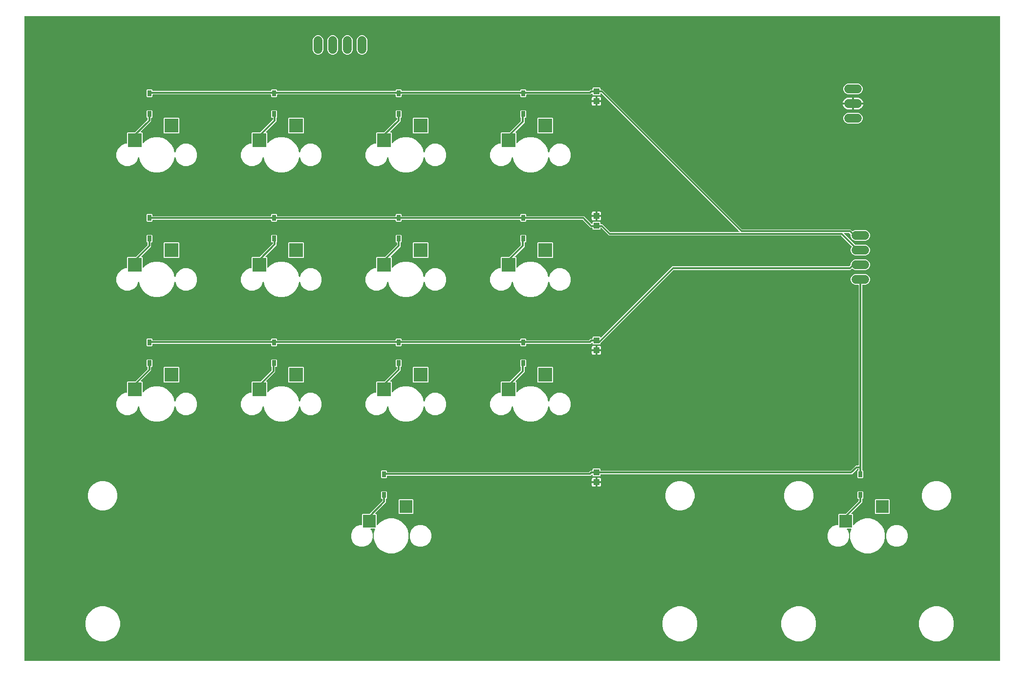
<source format=gbl>
G04 EAGLE Gerber RS-274X export*
G75*
%MOIN*%
%FSLAX36Y36*%
%LPD*%
%INBottom Copper Layer*%
%IPPOS*%
%AMOC8*
5,1,8,0,0,1.08239X$1,22.5*%
G01*
%ADD10R,0.029528X0.039370*%
%ADD11R,0.043307X0.039370*%
%ADD12C,0.060000*%
%ADD13R,0.094488X0.094488*%
%ADD14R,0.088583X0.088583*%
%ADD15C,0.012000*%

G36*
X6700077Y47013D02*
X6700077Y47013D01*
X6700154Y47005D01*
X6700553Y47091D01*
X6700956Y47157D01*
X6701024Y47193D01*
X6701100Y47210D01*
X6701452Y47419D01*
X6701812Y47610D01*
X6701866Y47666D01*
X6701932Y47706D01*
X6702198Y48016D01*
X6702480Y48313D01*
X6702512Y48383D01*
X6702563Y48442D01*
X6702716Y48820D01*
X6702888Y49191D01*
X6702897Y49268D01*
X6702926Y49340D01*
X6702999Y50000D01*
X6702999Y4444008D01*
X6702993Y4444048D01*
X6702995Y4444072D01*
X6702989Y4444103D01*
X6702995Y4444162D01*
X6702909Y4444561D01*
X6702843Y4444964D01*
X6702807Y4445032D01*
X6702790Y4445108D01*
X6702581Y4445460D01*
X6702390Y4445820D01*
X6702334Y4445874D01*
X6702294Y4445940D01*
X6701984Y4446206D01*
X6701688Y4446487D01*
X6701617Y4446520D01*
X6701558Y4446571D01*
X6701180Y4446724D01*
X6700809Y4446896D01*
X6700732Y4446905D01*
X6700660Y4446934D01*
X6700000Y4447007D01*
X50000Y4447007D01*
X49923Y4446995D01*
X49846Y4447003D01*
X49447Y4446917D01*
X49044Y4446851D01*
X48976Y4446814D01*
X48900Y4446798D01*
X48548Y4446588D01*
X48188Y4446398D01*
X48134Y4446341D01*
X48068Y4446302D01*
X47802Y4445992D01*
X47520Y4445695D01*
X47488Y4445625D01*
X47437Y4445566D01*
X47284Y4445188D01*
X47112Y4444817D01*
X47103Y4444740D01*
X47074Y4444668D01*
X47001Y4444008D01*
X47001Y50000D01*
X47013Y49923D01*
X47005Y49846D01*
X47091Y49447D01*
X47157Y49044D01*
X47193Y48976D01*
X47210Y48900D01*
X47419Y48548D01*
X47610Y48188D01*
X47666Y48134D01*
X47706Y48068D01*
X48016Y47802D01*
X48313Y47520D01*
X48383Y47488D01*
X48442Y47437D01*
X48820Y47284D01*
X49191Y47112D01*
X49268Y47103D01*
X49340Y47074D01*
X50000Y47001D01*
X6700000Y47001D01*
X6700077Y47013D01*
G37*
%LPC*%
G36*
X5712839Y2813999D02*
X5712839Y2813999D01*
X5699607Y2819480D01*
X5689480Y2829607D01*
X5683999Y2842839D01*
X5683999Y2857161D01*
X5689480Y2870393D01*
X5691937Y2872850D01*
X5691982Y2872912D01*
X5692043Y2872961D01*
X5692264Y2873305D01*
X5692502Y2873636D01*
X5692525Y2873711D01*
X5692567Y2873776D01*
X5692667Y2874171D01*
X5692788Y2874562D01*
X5692786Y2874640D01*
X5692805Y2874715D01*
X5692773Y2875122D01*
X5692763Y2875531D01*
X5692736Y2875603D01*
X5692730Y2875681D01*
X5692571Y2876057D01*
X5692431Y2876440D01*
X5692382Y2876501D01*
X5692352Y2876573D01*
X5691937Y2877091D01*
X5620907Y2948121D01*
X5620617Y2948330D01*
X5620345Y2948563D01*
X5620225Y2948611D01*
X5620121Y2948686D01*
X5619779Y2948791D01*
X5619447Y2948926D01*
X5619284Y2948944D01*
X5619195Y2948971D01*
X5619067Y2948968D01*
X5618787Y2948999D01*
X4036029Y2948999D01*
X3982907Y3002121D01*
X3982617Y3002330D01*
X3982345Y3002563D01*
X3982225Y3002611D01*
X3982121Y3002686D01*
X3981779Y3002791D01*
X3981447Y3002926D01*
X3981284Y3002944D01*
X3981195Y3002971D01*
X3981067Y3002968D01*
X3980787Y3002999D01*
X3980653Y3002999D01*
X3980577Y3002987D01*
X3980500Y3002995D01*
X3980281Y3002948D01*
X3980227Y3002946D01*
X3980157Y3002921D01*
X3980100Y3002909D01*
X3979697Y3002843D01*
X3979629Y3002807D01*
X3979553Y3002790D01*
X3979202Y3002581D01*
X3978841Y3002390D01*
X3978788Y3002334D01*
X3978721Y3002294D01*
X3978456Y3001984D01*
X3978174Y3001688D01*
X3978141Y3001617D01*
X3978091Y3001558D01*
X3977938Y3001180D01*
X3977765Y3000809D01*
X3977757Y3000732D01*
X3977728Y3000660D01*
X3977654Y3000000D01*
X3977654Y2994365D01*
X3974139Y2990850D01*
X3925861Y2990850D01*
X3922346Y2994365D01*
X3922346Y3000000D01*
X3922333Y3000077D01*
X3922342Y3000154D01*
X3922255Y3000553D01*
X3922189Y3000956D01*
X3922153Y3001024D01*
X3922137Y3001100D01*
X3921927Y3001452D01*
X3921736Y3001812D01*
X3921680Y3001866D01*
X3921640Y3001932D01*
X3921330Y3002198D01*
X3921034Y3002480D01*
X3920963Y3002512D01*
X3920905Y3002563D01*
X3920526Y3002716D01*
X3920156Y3002888D01*
X3920078Y3002897D01*
X3920007Y3002926D01*
X3919346Y3002999D01*
X3910029Y3002999D01*
X3856907Y3056121D01*
X3856617Y3056330D01*
X3856345Y3056563D01*
X3856225Y3056611D01*
X3856121Y3056686D01*
X3855779Y3056791D01*
X3855447Y3056926D01*
X3855284Y3056944D01*
X3855195Y3056971D01*
X3855067Y3056968D01*
X3854787Y3056999D01*
X3473764Y3056999D01*
X3473687Y3056987D01*
X3473610Y3056995D01*
X3473210Y3056909D01*
X3472808Y3056843D01*
X3472739Y3056807D01*
X3472663Y3056790D01*
X3472312Y3056581D01*
X3471951Y3056390D01*
X3471898Y3056334D01*
X3471831Y3056294D01*
X3471566Y3055984D01*
X3471284Y3055688D01*
X3471251Y3055617D01*
X3471201Y3055558D01*
X3471048Y3055180D01*
X3470876Y3054809D01*
X3470867Y3054732D01*
X3470838Y3054660D01*
X3470764Y3054000D01*
X3470764Y3048695D01*
X3467249Y3045180D01*
X3432751Y3045180D01*
X3429235Y3048695D01*
X3429235Y3054000D01*
X3429223Y3054077D01*
X3429232Y3054154D01*
X3429145Y3054553D01*
X3429079Y3054956D01*
X3429043Y3055024D01*
X3429026Y3055100D01*
X3428817Y3055452D01*
X3428626Y3055812D01*
X3428570Y3055866D01*
X3428530Y3055932D01*
X3428220Y3056198D01*
X3427924Y3056480D01*
X3427853Y3056512D01*
X3427794Y3056563D01*
X3427416Y3056716D01*
X3427045Y3056888D01*
X3426968Y3056897D01*
X3426896Y3056926D01*
X3426236Y3056999D01*
X2623764Y3056999D01*
X2623687Y3056987D01*
X2623610Y3056995D01*
X2623210Y3056909D01*
X2622808Y3056843D01*
X2622739Y3056807D01*
X2622663Y3056790D01*
X2622312Y3056581D01*
X2621951Y3056390D01*
X2621898Y3056334D01*
X2621831Y3056294D01*
X2621566Y3055984D01*
X2621284Y3055688D01*
X2621251Y3055617D01*
X2621201Y3055558D01*
X2621048Y3055180D01*
X2620876Y3054809D01*
X2620867Y3054732D01*
X2620838Y3054660D01*
X2620764Y3054000D01*
X2620764Y3048695D01*
X2617249Y3045180D01*
X2582751Y3045180D01*
X2579235Y3048695D01*
X2579235Y3054000D01*
X2579223Y3054077D01*
X2579232Y3054154D01*
X2579145Y3054553D01*
X2579079Y3054956D01*
X2579043Y3055024D01*
X2579026Y3055100D01*
X2578817Y3055452D01*
X2578626Y3055812D01*
X2578570Y3055866D01*
X2578530Y3055932D01*
X2578220Y3056198D01*
X2577924Y3056480D01*
X2577853Y3056512D01*
X2577794Y3056563D01*
X2577416Y3056716D01*
X2577045Y3056888D01*
X2576968Y3056897D01*
X2576896Y3056926D01*
X2576236Y3056999D01*
X1773764Y3056999D01*
X1773687Y3056987D01*
X1773610Y3056995D01*
X1773210Y3056909D01*
X1772808Y3056843D01*
X1772739Y3056807D01*
X1772663Y3056790D01*
X1772312Y3056581D01*
X1771951Y3056390D01*
X1771898Y3056334D01*
X1771831Y3056294D01*
X1771566Y3055984D01*
X1771284Y3055688D01*
X1771251Y3055617D01*
X1771201Y3055558D01*
X1771048Y3055180D01*
X1770876Y3054809D01*
X1770867Y3054732D01*
X1770838Y3054660D01*
X1770764Y3054000D01*
X1770764Y3048695D01*
X1767249Y3045180D01*
X1732751Y3045180D01*
X1729235Y3048695D01*
X1729235Y3054000D01*
X1729223Y3054077D01*
X1729232Y3054154D01*
X1729145Y3054553D01*
X1729079Y3054956D01*
X1729043Y3055024D01*
X1729026Y3055100D01*
X1728817Y3055452D01*
X1728626Y3055812D01*
X1728570Y3055866D01*
X1728530Y3055932D01*
X1728220Y3056198D01*
X1727924Y3056480D01*
X1727853Y3056512D01*
X1727794Y3056563D01*
X1727416Y3056716D01*
X1727045Y3056888D01*
X1726968Y3056897D01*
X1726896Y3056926D01*
X1726236Y3056999D01*
X923764Y3056999D01*
X923687Y3056987D01*
X923610Y3056995D01*
X923210Y3056909D01*
X922808Y3056843D01*
X922739Y3056807D01*
X922663Y3056790D01*
X922312Y3056581D01*
X921951Y3056390D01*
X921898Y3056334D01*
X921831Y3056294D01*
X921566Y3055984D01*
X921284Y3055688D01*
X921251Y3055617D01*
X921201Y3055558D01*
X921048Y3055180D01*
X920876Y3054809D01*
X920867Y3054732D01*
X920838Y3054660D01*
X920764Y3054000D01*
X920764Y3048695D01*
X917249Y3045180D01*
X882751Y3045180D01*
X879235Y3048695D01*
X879235Y3093037D01*
X882751Y3096552D01*
X917249Y3096552D01*
X920764Y3093037D01*
X920764Y3084000D01*
X920777Y3083923D01*
X920768Y3083846D01*
X920855Y3083446D01*
X920921Y3083044D01*
X920957Y3082975D01*
X920974Y3082899D01*
X921183Y3082548D01*
X921374Y3082188D01*
X921430Y3082134D01*
X921470Y3082068D01*
X921780Y3081802D01*
X922076Y3081520D01*
X922147Y3081487D01*
X922205Y3081437D01*
X922584Y3081284D01*
X922955Y3081112D01*
X923032Y3081103D01*
X923104Y3081074D01*
X923764Y3081001D01*
X1726236Y3081001D01*
X1726313Y3081013D01*
X1726390Y3081005D01*
X1726790Y3081091D01*
X1727192Y3081157D01*
X1727261Y3081193D01*
X1727337Y3081210D01*
X1727688Y3081419D01*
X1728048Y3081610D01*
X1728102Y3081666D01*
X1728169Y3081706D01*
X1728434Y3082016D01*
X1728716Y3082312D01*
X1728749Y3082383D01*
X1728799Y3082442D01*
X1728952Y3082820D01*
X1729124Y3083191D01*
X1729133Y3083268D01*
X1729162Y3083340D01*
X1729235Y3084000D01*
X1729235Y3093037D01*
X1732751Y3096552D01*
X1767249Y3096552D01*
X1770764Y3093037D01*
X1770764Y3084000D01*
X1770777Y3083923D01*
X1770768Y3083846D01*
X1770855Y3083446D01*
X1770921Y3083044D01*
X1770957Y3082975D01*
X1770974Y3082899D01*
X1771183Y3082548D01*
X1771374Y3082188D01*
X1771430Y3082134D01*
X1771470Y3082068D01*
X1771780Y3081802D01*
X1772076Y3081520D01*
X1772147Y3081487D01*
X1772205Y3081437D01*
X1772584Y3081284D01*
X1772955Y3081112D01*
X1773032Y3081103D01*
X1773104Y3081074D01*
X1773764Y3081001D01*
X2576236Y3081001D01*
X2576313Y3081013D01*
X2576390Y3081005D01*
X2576790Y3081091D01*
X2577192Y3081157D01*
X2577261Y3081193D01*
X2577337Y3081210D01*
X2577688Y3081419D01*
X2578048Y3081610D01*
X2578102Y3081666D01*
X2578169Y3081706D01*
X2578434Y3082016D01*
X2578716Y3082312D01*
X2578749Y3082383D01*
X2578799Y3082442D01*
X2578952Y3082820D01*
X2579124Y3083191D01*
X2579133Y3083268D01*
X2579162Y3083340D01*
X2579235Y3084000D01*
X2579235Y3093037D01*
X2582751Y3096552D01*
X2617249Y3096552D01*
X2620764Y3093037D01*
X2620764Y3084000D01*
X2620777Y3083923D01*
X2620768Y3083846D01*
X2620855Y3083446D01*
X2620921Y3083044D01*
X2620957Y3082975D01*
X2620974Y3082899D01*
X2621183Y3082548D01*
X2621374Y3082188D01*
X2621430Y3082134D01*
X2621470Y3082068D01*
X2621780Y3081802D01*
X2622076Y3081520D01*
X2622147Y3081487D01*
X2622205Y3081437D01*
X2622584Y3081284D01*
X2622955Y3081112D01*
X2623032Y3081103D01*
X2623104Y3081074D01*
X2623764Y3081001D01*
X3426236Y3081001D01*
X3426313Y3081013D01*
X3426390Y3081005D01*
X3426790Y3081091D01*
X3427192Y3081157D01*
X3427261Y3081193D01*
X3427337Y3081210D01*
X3427688Y3081419D01*
X3428048Y3081610D01*
X3428102Y3081666D01*
X3428169Y3081706D01*
X3428434Y3082016D01*
X3428716Y3082312D01*
X3428749Y3082383D01*
X3428799Y3082442D01*
X3428952Y3082820D01*
X3429124Y3083191D01*
X3429133Y3083268D01*
X3429162Y3083340D01*
X3429235Y3084000D01*
X3429235Y3093037D01*
X3432751Y3096552D01*
X3467249Y3096552D01*
X3470764Y3093037D01*
X3470764Y3084000D01*
X3470777Y3083923D01*
X3470768Y3083846D01*
X3470855Y3083446D01*
X3470921Y3083044D01*
X3470957Y3082975D01*
X3470974Y3082899D01*
X3471183Y3082548D01*
X3471374Y3082188D01*
X3471430Y3082134D01*
X3471470Y3082068D01*
X3471780Y3081802D01*
X3472076Y3081520D01*
X3472147Y3081487D01*
X3472205Y3081437D01*
X3472584Y3081284D01*
X3472955Y3081112D01*
X3473032Y3081103D01*
X3473104Y3081074D01*
X3473764Y3081001D01*
X3865971Y3081001D01*
X3917226Y3029746D01*
X3917454Y3029581D01*
X3917659Y3029387D01*
X3917846Y3029300D01*
X3918012Y3029180D01*
X3918282Y3029097D01*
X3918537Y3028978D01*
X3918742Y3028956D01*
X3918938Y3028895D01*
X3919220Y3028902D01*
X3919500Y3028871D01*
X3919701Y3028915D01*
X3919906Y3028920D01*
X3920171Y3029017D01*
X3920447Y3029076D01*
X3920623Y3029182D01*
X3920817Y3029252D01*
X3921037Y3029428D01*
X3921279Y3029573D01*
X3921413Y3029729D01*
X3921573Y3029857D01*
X3921726Y3030094D01*
X3921909Y3030308D01*
X3921986Y3030499D01*
X3922097Y3030672D01*
X3922166Y3030945D01*
X3922272Y3031206D01*
X3922303Y3031487D01*
X3922335Y3031611D01*
X3922328Y3031704D01*
X3922346Y3031867D01*
X3922346Y3038706D01*
X3925861Y3042221D01*
X3974139Y3042221D01*
X3977654Y3038706D01*
X3977654Y3030000D01*
X3977667Y3029923D01*
X3977658Y3029846D01*
X3977745Y3029446D01*
X3977811Y3029044D01*
X3977847Y3028975D01*
X3977863Y3028899D01*
X3978073Y3028548D01*
X3978264Y3028188D01*
X3978320Y3028134D01*
X3978360Y3028068D01*
X3978669Y3027802D01*
X3978966Y3027520D01*
X3979036Y3027487D01*
X3979095Y3027437D01*
X3979474Y3027284D01*
X3979844Y3027112D01*
X3979922Y3027103D01*
X3979993Y3027074D01*
X3980653Y3027001D01*
X3991971Y3027001D01*
X4045092Y2973879D01*
X4045383Y2973670D01*
X4045655Y2973437D01*
X4045775Y2973389D01*
X4045879Y2973314D01*
X4046221Y2973208D01*
X4046553Y2973074D01*
X4046715Y2973056D01*
X4046805Y2973029D01*
X4046933Y2973032D01*
X4047213Y2973001D01*
X4922787Y2973001D01*
X4923065Y2973046D01*
X4923347Y2973053D01*
X4923540Y2973124D01*
X4923743Y2973157D01*
X4923992Y2973289D01*
X4924257Y2973386D01*
X4924418Y2973514D01*
X4924599Y2973610D01*
X4924793Y2973814D01*
X4925014Y2973991D01*
X4925125Y2974163D01*
X4925266Y2974312D01*
X4925385Y2974568D01*
X4925538Y2974805D01*
X4925588Y2975004D01*
X4925675Y2975191D01*
X4925706Y2975471D01*
X4925775Y2975744D01*
X4925759Y2975949D01*
X4925782Y2976154D01*
X4925722Y2976430D01*
X4925701Y2976710D01*
X4925621Y2976899D01*
X4925577Y2977100D01*
X4925433Y2977342D01*
X4925322Y2977602D01*
X4925146Y2977822D01*
X4925081Y2977932D01*
X4925010Y2977993D01*
X4924908Y2978121D01*
X3982907Y3920121D01*
X3982617Y3920330D01*
X3982345Y3920563D01*
X3982225Y3920611D01*
X3982121Y3920686D01*
X3981779Y3920791D01*
X3981447Y3920926D01*
X3981284Y3920944D01*
X3981195Y3920971D01*
X3981067Y3920968D01*
X3980787Y3920999D01*
X3980653Y3920999D01*
X3980577Y3920987D01*
X3980500Y3920995D01*
X3980281Y3920948D01*
X3980227Y3920946D01*
X3980157Y3920921D01*
X3980100Y3920909D01*
X3979697Y3920843D01*
X3979629Y3920807D01*
X3979553Y3920790D01*
X3979202Y3920581D01*
X3978841Y3920390D01*
X3978788Y3920334D01*
X3978721Y3920294D01*
X3978456Y3919984D01*
X3978174Y3919688D01*
X3978141Y3919617D01*
X3978091Y3919558D01*
X3977938Y3919180D01*
X3977765Y3918809D01*
X3977757Y3918732D01*
X3977728Y3918660D01*
X3977654Y3918000D01*
X3977654Y3911294D01*
X3974139Y3907779D01*
X3925861Y3907779D01*
X3922346Y3911294D01*
X3922346Y3916133D01*
X3922339Y3916176D01*
X3922342Y3916202D01*
X3922312Y3916340D01*
X3922300Y3916412D01*
X3922293Y3916693D01*
X3922222Y3916887D01*
X3922189Y3917089D01*
X3922058Y3917338D01*
X3921961Y3917603D01*
X3921832Y3917764D01*
X3921736Y3917946D01*
X3921532Y3918140D01*
X3921356Y3918360D01*
X3921183Y3918471D01*
X3921034Y3918613D01*
X3920778Y3918732D01*
X3920541Y3918884D01*
X3920342Y3918935D01*
X3920156Y3919021D01*
X3919875Y3919053D01*
X3919602Y3919122D01*
X3919397Y3919106D01*
X3919193Y3919129D01*
X3918917Y3919069D01*
X3918636Y3919047D01*
X3918447Y3918967D01*
X3918246Y3918923D01*
X3918004Y3918779D01*
X3917744Y3918669D01*
X3917524Y3918493D01*
X3917414Y3918427D01*
X3917353Y3918356D01*
X3917226Y3918254D01*
X3910971Y3911999D01*
X3473764Y3911999D01*
X3473687Y3911987D01*
X3473610Y3911995D01*
X3473210Y3911909D01*
X3472808Y3911843D01*
X3472739Y3911807D01*
X3472663Y3911790D01*
X3472312Y3911581D01*
X3471951Y3911390D01*
X3471898Y3911334D01*
X3471831Y3911294D01*
X3471566Y3910984D01*
X3471284Y3910688D01*
X3471251Y3910617D01*
X3471201Y3910558D01*
X3471048Y3910180D01*
X3470876Y3909809D01*
X3470867Y3909732D01*
X3470838Y3909660D01*
X3470764Y3909000D01*
X3470764Y3898695D01*
X3467249Y3895180D01*
X3432751Y3895180D01*
X3429235Y3898695D01*
X3429235Y3909000D01*
X3429223Y3909077D01*
X3429232Y3909154D01*
X3429145Y3909553D01*
X3429079Y3909956D01*
X3429043Y3910024D01*
X3429026Y3910100D01*
X3428817Y3910452D01*
X3428626Y3910812D01*
X3428570Y3910866D01*
X3428530Y3910932D01*
X3428220Y3911198D01*
X3427924Y3911480D01*
X3427853Y3911512D01*
X3427794Y3911563D01*
X3427416Y3911716D01*
X3427045Y3911888D01*
X3426968Y3911897D01*
X3426896Y3911926D01*
X3426236Y3911999D01*
X2623764Y3911999D01*
X2623687Y3911987D01*
X2623610Y3911995D01*
X2623210Y3911909D01*
X2622808Y3911843D01*
X2622739Y3911807D01*
X2622663Y3911790D01*
X2622312Y3911581D01*
X2621951Y3911390D01*
X2621898Y3911334D01*
X2621831Y3911294D01*
X2621566Y3910984D01*
X2621284Y3910688D01*
X2621251Y3910617D01*
X2621201Y3910558D01*
X2621048Y3910180D01*
X2620876Y3909809D01*
X2620867Y3909732D01*
X2620838Y3909660D01*
X2620764Y3909000D01*
X2620764Y3898695D01*
X2617249Y3895180D01*
X2582751Y3895180D01*
X2579235Y3898695D01*
X2579235Y3909000D01*
X2579223Y3909077D01*
X2579232Y3909154D01*
X2579145Y3909553D01*
X2579079Y3909956D01*
X2579043Y3910024D01*
X2579026Y3910100D01*
X2578817Y3910452D01*
X2578626Y3910812D01*
X2578570Y3910866D01*
X2578530Y3910932D01*
X2578220Y3911198D01*
X2577924Y3911480D01*
X2577853Y3911512D01*
X2577794Y3911563D01*
X2577416Y3911716D01*
X2577045Y3911888D01*
X2576968Y3911897D01*
X2576896Y3911926D01*
X2576236Y3911999D01*
X1773764Y3911999D01*
X1773687Y3911987D01*
X1773610Y3911995D01*
X1773210Y3911909D01*
X1772808Y3911843D01*
X1772739Y3911807D01*
X1772663Y3911790D01*
X1772312Y3911581D01*
X1771951Y3911390D01*
X1771898Y3911334D01*
X1771831Y3911294D01*
X1771566Y3910984D01*
X1771284Y3910688D01*
X1771251Y3910617D01*
X1771201Y3910558D01*
X1771048Y3910180D01*
X1770876Y3909809D01*
X1770867Y3909732D01*
X1770838Y3909660D01*
X1770764Y3909000D01*
X1770764Y3898695D01*
X1767249Y3895180D01*
X1732751Y3895180D01*
X1729235Y3898695D01*
X1729235Y3909000D01*
X1729223Y3909077D01*
X1729232Y3909154D01*
X1729145Y3909553D01*
X1729079Y3909956D01*
X1729043Y3910024D01*
X1729026Y3910100D01*
X1728817Y3910452D01*
X1728626Y3910812D01*
X1728570Y3910866D01*
X1728530Y3910932D01*
X1728220Y3911198D01*
X1727924Y3911480D01*
X1727853Y3911512D01*
X1727794Y3911563D01*
X1727416Y3911716D01*
X1727045Y3911888D01*
X1726968Y3911897D01*
X1726896Y3911926D01*
X1726236Y3911999D01*
X923764Y3911999D01*
X923687Y3911987D01*
X923610Y3911995D01*
X923210Y3911909D01*
X922808Y3911843D01*
X922739Y3911807D01*
X922663Y3911790D01*
X922312Y3911581D01*
X921951Y3911390D01*
X921898Y3911334D01*
X921831Y3911294D01*
X921566Y3910984D01*
X921284Y3910688D01*
X921251Y3910617D01*
X921201Y3910558D01*
X921048Y3910180D01*
X920876Y3909809D01*
X920867Y3909732D01*
X920838Y3909660D01*
X920764Y3909000D01*
X920764Y3898695D01*
X917249Y3895180D01*
X882751Y3895180D01*
X879235Y3898695D01*
X879235Y3943037D01*
X882751Y3946552D01*
X917249Y3946552D01*
X920764Y3943037D01*
X920764Y3939000D01*
X920777Y3938923D01*
X920768Y3938846D01*
X920855Y3938446D01*
X920921Y3938044D01*
X920957Y3937975D01*
X920974Y3937899D01*
X921183Y3937548D01*
X921374Y3937188D01*
X921430Y3937134D01*
X921470Y3937068D01*
X921780Y3936802D01*
X922076Y3936520D01*
X922147Y3936487D01*
X922205Y3936437D01*
X922584Y3936284D01*
X922955Y3936112D01*
X923032Y3936103D01*
X923104Y3936074D01*
X923764Y3936001D01*
X1726236Y3936001D01*
X1726313Y3936013D01*
X1726390Y3936005D01*
X1726790Y3936091D01*
X1727192Y3936157D01*
X1727261Y3936193D01*
X1727337Y3936210D01*
X1727688Y3936419D01*
X1728048Y3936610D01*
X1728102Y3936666D01*
X1728169Y3936706D01*
X1728434Y3937016D01*
X1728716Y3937312D01*
X1728749Y3937383D01*
X1728799Y3937442D01*
X1728952Y3937820D01*
X1729124Y3938191D01*
X1729133Y3938268D01*
X1729162Y3938340D01*
X1729235Y3939000D01*
X1729235Y3943037D01*
X1732751Y3946552D01*
X1767249Y3946552D01*
X1770764Y3943037D01*
X1770764Y3939000D01*
X1770777Y3938923D01*
X1770768Y3938846D01*
X1770855Y3938446D01*
X1770921Y3938044D01*
X1770957Y3937975D01*
X1770974Y3937899D01*
X1771183Y3937548D01*
X1771374Y3937188D01*
X1771430Y3937134D01*
X1771470Y3937068D01*
X1771780Y3936802D01*
X1772076Y3936520D01*
X1772147Y3936487D01*
X1772205Y3936437D01*
X1772584Y3936284D01*
X1772955Y3936112D01*
X1773032Y3936103D01*
X1773104Y3936074D01*
X1773764Y3936001D01*
X2576236Y3936001D01*
X2576313Y3936013D01*
X2576390Y3936005D01*
X2576790Y3936091D01*
X2577192Y3936157D01*
X2577261Y3936193D01*
X2577337Y3936210D01*
X2577688Y3936419D01*
X2578048Y3936610D01*
X2578102Y3936666D01*
X2578169Y3936706D01*
X2578434Y3937016D01*
X2578716Y3937312D01*
X2578749Y3937383D01*
X2578799Y3937442D01*
X2578952Y3937820D01*
X2579124Y3938191D01*
X2579133Y3938268D01*
X2579162Y3938340D01*
X2579235Y3939000D01*
X2579235Y3943037D01*
X2582751Y3946552D01*
X2617249Y3946552D01*
X2620764Y3943037D01*
X2620764Y3939000D01*
X2620777Y3938923D01*
X2620768Y3938846D01*
X2620855Y3938446D01*
X2620921Y3938044D01*
X2620957Y3937975D01*
X2620974Y3937899D01*
X2621183Y3937548D01*
X2621374Y3937188D01*
X2621430Y3937134D01*
X2621470Y3937068D01*
X2621780Y3936802D01*
X2622076Y3936520D01*
X2622147Y3936487D01*
X2622205Y3936437D01*
X2622584Y3936284D01*
X2622955Y3936112D01*
X2623032Y3936103D01*
X2623104Y3936074D01*
X2623764Y3936001D01*
X3426236Y3936001D01*
X3426313Y3936013D01*
X3426390Y3936005D01*
X3426790Y3936091D01*
X3427192Y3936157D01*
X3427261Y3936193D01*
X3427337Y3936210D01*
X3427688Y3936419D01*
X3428048Y3936610D01*
X3428102Y3936666D01*
X3428169Y3936706D01*
X3428434Y3937016D01*
X3428716Y3937312D01*
X3428749Y3937383D01*
X3428799Y3937442D01*
X3428952Y3937820D01*
X3429124Y3938191D01*
X3429133Y3938268D01*
X3429162Y3938340D01*
X3429235Y3939000D01*
X3429235Y3943037D01*
X3432751Y3946552D01*
X3467249Y3946552D01*
X3470764Y3943037D01*
X3470764Y3939000D01*
X3470777Y3938923D01*
X3470768Y3938846D01*
X3470855Y3938446D01*
X3470921Y3938044D01*
X3470957Y3937975D01*
X3470974Y3937899D01*
X3471183Y3937548D01*
X3471374Y3937188D01*
X3471430Y3937134D01*
X3471470Y3937068D01*
X3471780Y3936802D01*
X3472076Y3936520D01*
X3472147Y3936487D01*
X3472205Y3936437D01*
X3472584Y3936284D01*
X3472955Y3936112D01*
X3473032Y3936103D01*
X3473104Y3936074D01*
X3473764Y3936001D01*
X3899787Y3936001D01*
X3900141Y3936059D01*
X3900497Y3936086D01*
X3900615Y3936136D01*
X3900743Y3936157D01*
X3901059Y3936324D01*
X3901389Y3936464D01*
X3901517Y3936567D01*
X3901599Y3936610D01*
X3901687Y3936703D01*
X3901907Y3936879D01*
X3910029Y3945001D01*
X3919346Y3945001D01*
X3919423Y3945013D01*
X3919500Y3945005D01*
X3919900Y3945091D01*
X3920303Y3945157D01*
X3920371Y3945193D01*
X3920447Y3945210D01*
X3920798Y3945419D01*
X3921159Y3945610D01*
X3921212Y3945666D01*
X3921279Y3945706D01*
X3921544Y3946016D01*
X3921826Y3946312D01*
X3921859Y3946383D01*
X3921909Y3946442D01*
X3922062Y3946820D01*
X3922234Y3947191D01*
X3922243Y3947268D01*
X3922272Y3947340D01*
X3922346Y3948000D01*
X3922346Y3955635D01*
X3925861Y3959150D01*
X3974139Y3959150D01*
X3977654Y3955635D01*
X3977654Y3948000D01*
X3977667Y3947923D01*
X3977658Y3947846D01*
X3977745Y3947446D01*
X3977811Y3947044D01*
X3977847Y3946975D01*
X3977863Y3946899D01*
X3978073Y3946548D01*
X3978264Y3946188D01*
X3978320Y3946134D01*
X3978360Y3946068D01*
X3978669Y3945802D01*
X3978966Y3945520D01*
X3979036Y3945487D01*
X3979095Y3945437D01*
X3979474Y3945284D01*
X3979844Y3945112D01*
X3979922Y3945103D01*
X3979993Y3945074D01*
X3980653Y3945001D01*
X3991971Y3945001D01*
X4945092Y2991879D01*
X4945383Y2991670D01*
X4945655Y2991437D01*
X4945775Y2991389D01*
X4945879Y2991314D01*
X4946221Y2991208D01*
X4946553Y2991074D01*
X4946715Y2991056D01*
X4946805Y2991029D01*
X4946933Y2991032D01*
X4947213Y2991001D01*
X5683971Y2991001D01*
X5691879Y2983092D01*
X5691880Y2983092D01*
X5694909Y2980063D01*
X5694971Y2980018D01*
X5695020Y2979957D01*
X5695365Y2979735D01*
X5695695Y2979497D01*
X5695769Y2979475D01*
X5695835Y2979432D01*
X5696230Y2979333D01*
X5696621Y2979212D01*
X5696699Y2979214D01*
X5696774Y2979195D01*
X5697181Y2979227D01*
X5697589Y2979237D01*
X5697662Y2979264D01*
X5697740Y2979270D01*
X5698116Y2979429D01*
X5698499Y2979569D01*
X5698560Y2979618D01*
X5698632Y2979648D01*
X5699150Y2980063D01*
X5699607Y2980520D01*
X5712839Y2986001D01*
X5787161Y2986001D01*
X5800393Y2980520D01*
X5810520Y2970393D01*
X5816001Y2957161D01*
X5816001Y2942839D01*
X5810520Y2929607D01*
X5800393Y2919480D01*
X5787161Y2913999D01*
X5712839Y2913999D01*
X5699607Y2919480D01*
X5689480Y2929607D01*
X5683999Y2942839D01*
X5683999Y2955787D01*
X5683941Y2956141D01*
X5683914Y2956497D01*
X5683864Y2956615D01*
X5683843Y2956743D01*
X5683675Y2957059D01*
X5683536Y2957389D01*
X5683433Y2957517D01*
X5683390Y2957599D01*
X5683297Y2957687D01*
X5683121Y2957907D01*
X5674907Y2966121D01*
X5674617Y2966330D01*
X5674345Y2966563D01*
X5674225Y2966611D01*
X5674121Y2966686D01*
X5673779Y2966791D01*
X5673447Y2966926D01*
X5673284Y2966944D01*
X5673195Y2966971D01*
X5673067Y2966968D01*
X5672787Y2966999D01*
X5643213Y2966999D01*
X5642935Y2966954D01*
X5642653Y2966946D01*
X5642460Y2966876D01*
X5642257Y2966843D01*
X5642008Y2966711D01*
X5641743Y2966614D01*
X5641582Y2966486D01*
X5641401Y2966390D01*
X5641207Y2966186D01*
X5640986Y2966009D01*
X5640875Y2965836D01*
X5640733Y2965688D01*
X5640614Y2965432D01*
X5640462Y2965195D01*
X5640412Y2964996D01*
X5640325Y2964809D01*
X5640294Y2964529D01*
X5640225Y2964256D01*
X5640240Y2964051D01*
X5640218Y2963846D01*
X5640277Y2963570D01*
X5640299Y2963290D01*
X5640379Y2963101D01*
X5640423Y2962900D01*
X5640567Y2962658D01*
X5640677Y2962398D01*
X5640854Y2962177D01*
X5640919Y2962068D01*
X5640990Y2962007D01*
X5641092Y2961879D01*
X5716092Y2886879D01*
X5716383Y2886670D01*
X5716655Y2886437D01*
X5716775Y2886389D01*
X5716879Y2886314D01*
X5717221Y2886208D01*
X5717553Y2886074D01*
X5717715Y2886056D01*
X5717805Y2886029D01*
X5717933Y2886032D01*
X5718213Y2886001D01*
X5787161Y2886001D01*
X5800393Y2880520D01*
X5810520Y2870393D01*
X5816001Y2857161D01*
X5816001Y2842839D01*
X5810520Y2829607D01*
X5800393Y2819480D01*
X5787161Y2813999D01*
X5712839Y2813999D01*
G37*
%LPD*%
%LPC*%
G36*
X882751Y2195180D02*
X882751Y2195180D01*
X879235Y2198695D01*
X879235Y2243037D01*
X882751Y2246552D01*
X917249Y2246552D01*
X920764Y2243037D01*
X920764Y2238000D01*
X920777Y2237923D01*
X920768Y2237846D01*
X920855Y2237446D01*
X920921Y2237044D01*
X920957Y2236975D01*
X920974Y2236899D01*
X921183Y2236548D01*
X921374Y2236188D01*
X921430Y2236134D01*
X921470Y2236068D01*
X921780Y2235802D01*
X922076Y2235520D01*
X922147Y2235487D01*
X922205Y2235437D01*
X922584Y2235284D01*
X922955Y2235112D01*
X923032Y2235103D01*
X923104Y2235074D01*
X923764Y2235001D01*
X1726236Y2235001D01*
X1726313Y2235013D01*
X1726390Y2235005D01*
X1726790Y2235091D01*
X1727192Y2235157D01*
X1727261Y2235193D01*
X1727337Y2235210D01*
X1727688Y2235419D01*
X1728048Y2235610D01*
X1728102Y2235666D01*
X1728169Y2235706D01*
X1728434Y2236016D01*
X1728716Y2236312D01*
X1728749Y2236383D01*
X1728799Y2236442D01*
X1728952Y2236820D01*
X1729124Y2237191D01*
X1729133Y2237268D01*
X1729162Y2237340D01*
X1729235Y2238000D01*
X1729235Y2243037D01*
X1732751Y2246552D01*
X1767249Y2246552D01*
X1770764Y2243037D01*
X1770764Y2238000D01*
X1770777Y2237923D01*
X1770768Y2237846D01*
X1770855Y2237446D01*
X1770921Y2237044D01*
X1770957Y2236975D01*
X1770974Y2236899D01*
X1771183Y2236548D01*
X1771374Y2236188D01*
X1771430Y2236134D01*
X1771470Y2236068D01*
X1771780Y2235802D01*
X1772076Y2235520D01*
X1772147Y2235487D01*
X1772205Y2235437D01*
X1772584Y2235284D01*
X1772955Y2235112D01*
X1773032Y2235103D01*
X1773104Y2235074D01*
X1773764Y2235001D01*
X2576236Y2235001D01*
X2576313Y2235013D01*
X2576390Y2235005D01*
X2576790Y2235091D01*
X2577192Y2235157D01*
X2577261Y2235193D01*
X2577337Y2235210D01*
X2577688Y2235419D01*
X2578048Y2235610D01*
X2578102Y2235666D01*
X2578169Y2235706D01*
X2578434Y2236016D01*
X2578716Y2236312D01*
X2578749Y2236383D01*
X2578799Y2236442D01*
X2578952Y2236820D01*
X2579124Y2237191D01*
X2579133Y2237268D01*
X2579162Y2237340D01*
X2579235Y2238000D01*
X2579235Y2243037D01*
X2582751Y2246552D01*
X2617249Y2246552D01*
X2620764Y2243037D01*
X2620764Y2238000D01*
X2620777Y2237923D01*
X2620768Y2237846D01*
X2620855Y2237446D01*
X2620921Y2237044D01*
X2620957Y2236975D01*
X2620974Y2236899D01*
X2621183Y2236548D01*
X2621374Y2236188D01*
X2621430Y2236134D01*
X2621470Y2236068D01*
X2621780Y2235802D01*
X2622076Y2235520D01*
X2622147Y2235487D01*
X2622205Y2235437D01*
X2622584Y2235284D01*
X2622955Y2235112D01*
X2623032Y2235103D01*
X2623104Y2235074D01*
X2623764Y2235001D01*
X3426236Y2235001D01*
X3426313Y2235013D01*
X3426390Y2235005D01*
X3426790Y2235091D01*
X3427192Y2235157D01*
X3427261Y2235193D01*
X3427337Y2235210D01*
X3427688Y2235419D01*
X3428048Y2235610D01*
X3428102Y2235666D01*
X3428169Y2235706D01*
X3428434Y2236016D01*
X3428716Y2236312D01*
X3428749Y2236383D01*
X3428799Y2236442D01*
X3428952Y2236820D01*
X3429124Y2237191D01*
X3429133Y2237268D01*
X3429162Y2237340D01*
X3429235Y2238000D01*
X3429235Y2243037D01*
X3432751Y2246552D01*
X3467249Y2246552D01*
X3470764Y2243037D01*
X3470764Y2238000D01*
X3470777Y2237923D01*
X3470768Y2237846D01*
X3470855Y2237446D01*
X3470921Y2237044D01*
X3470957Y2236975D01*
X3470974Y2236899D01*
X3471183Y2236548D01*
X3471374Y2236188D01*
X3471430Y2236134D01*
X3471470Y2236068D01*
X3471780Y2235802D01*
X3472076Y2235520D01*
X3472147Y2235487D01*
X3472205Y2235437D01*
X3472584Y2235284D01*
X3472955Y2235112D01*
X3473032Y2235103D01*
X3473104Y2235074D01*
X3473764Y2235001D01*
X3899787Y2235001D01*
X3900141Y2235059D01*
X3900497Y2235086D01*
X3900615Y2235136D01*
X3900743Y2235157D01*
X3901059Y2235324D01*
X3901389Y2235464D01*
X3901517Y2235567D01*
X3901599Y2235610D01*
X3901687Y2235703D01*
X3901907Y2235879D01*
X3910029Y2244001D01*
X3919346Y2244001D01*
X3919423Y2244013D01*
X3919500Y2244005D01*
X3919900Y2244091D01*
X3920303Y2244157D01*
X3920371Y2244193D01*
X3920447Y2244210D01*
X3920798Y2244419D01*
X3921159Y2244610D01*
X3921212Y2244666D01*
X3921279Y2244706D01*
X3921544Y2245016D01*
X3921826Y2245312D01*
X3921859Y2245383D01*
X3921909Y2245442D01*
X3922062Y2245820D01*
X3922234Y2246191D01*
X3922243Y2246268D01*
X3922272Y2246340D01*
X3922346Y2247000D01*
X3922346Y2255635D01*
X3925861Y2259150D01*
X3974139Y2259150D01*
X3977699Y2255590D01*
X3977700Y2255588D01*
X3977707Y2255306D01*
X3977777Y2255113D01*
X3977811Y2254910D01*
X3977942Y2254662D01*
X3978039Y2254396D01*
X3978168Y2254235D01*
X3978264Y2254054D01*
X3978468Y2253860D01*
X3978644Y2253640D01*
X3978817Y2253529D01*
X3978966Y2253387D01*
X3979222Y2253268D01*
X3979459Y2253116D01*
X3979658Y2253065D01*
X3979844Y2252978D01*
X3980125Y2252947D01*
X3980398Y2252878D01*
X3980603Y2252894D01*
X3980807Y2252871D01*
X3981083Y2252931D01*
X3981364Y2252953D01*
X3981553Y2253033D01*
X3981754Y2253076D01*
X3981996Y2253221D01*
X3982256Y2253331D01*
X3982476Y2253507D01*
X3982586Y2253573D01*
X3982646Y2253643D01*
X3982774Y2253746D01*
X4468029Y2739001D01*
X5672787Y2739001D01*
X5673141Y2739059D01*
X5673497Y2739086D01*
X5673615Y2739136D01*
X5673743Y2739157D01*
X5674059Y2739324D01*
X5674389Y2739464D01*
X5674517Y2739567D01*
X5674599Y2739610D01*
X5674687Y2739703D01*
X5674907Y2739879D01*
X5683121Y2748092D01*
X5683330Y2748383D01*
X5683563Y2748655D01*
X5683611Y2748775D01*
X5683686Y2748879D01*
X5683791Y2749221D01*
X5683926Y2749553D01*
X5683944Y2749715D01*
X5683971Y2749805D01*
X5683968Y2749933D01*
X5683999Y2750213D01*
X5683999Y2757161D01*
X5689480Y2770393D01*
X5699607Y2780520D01*
X5712839Y2786001D01*
X5787161Y2786001D01*
X5800393Y2780520D01*
X5810520Y2770393D01*
X5816001Y2757161D01*
X5816001Y2742839D01*
X5810520Y2729607D01*
X5800393Y2719480D01*
X5787161Y2713999D01*
X5712839Y2713999D01*
X5699607Y2719480D01*
X5696150Y2722937D01*
X5696084Y2722984D01*
X5696034Y2723047D01*
X5695693Y2723266D01*
X5695364Y2723502D01*
X5695286Y2723526D01*
X5695219Y2723570D01*
X5694825Y2723668D01*
X5694438Y2723788D01*
X5694357Y2723786D01*
X5694279Y2723805D01*
X5693874Y2723773D01*
X5693469Y2723763D01*
X5693393Y2723735D01*
X5693313Y2723729D01*
X5692940Y2723569D01*
X5692559Y2723431D01*
X5692497Y2723380D01*
X5692422Y2723349D01*
X5691904Y2722933D01*
X5691875Y2722903D01*
X5683971Y2714999D01*
X4479213Y2714999D01*
X4478859Y2714941D01*
X4478503Y2714914D01*
X4478384Y2714864D01*
X4478257Y2714843D01*
X4477941Y2714675D01*
X4477611Y2714536D01*
X4477483Y2714433D01*
X4477401Y2714390D01*
X4477313Y2714297D01*
X4477092Y2714121D01*
X3981879Y2218907D01*
X3978533Y2215561D01*
X3978323Y2215270D01*
X3978091Y2214999D01*
X3978042Y2214879D01*
X3977967Y2214775D01*
X3977862Y2214432D01*
X3977728Y2214100D01*
X3977710Y2213938D01*
X3977682Y2213849D01*
X3977685Y2213720D01*
X3977654Y2213440D01*
X3977654Y2211294D01*
X3974139Y2207779D01*
X3925861Y2207779D01*
X3922346Y2211294D01*
X3922346Y2215133D01*
X3922300Y2215412D01*
X3922293Y2215693D01*
X3922222Y2215887D01*
X3922189Y2216089D01*
X3922058Y2216338D01*
X3921961Y2216603D01*
X3921832Y2216764D01*
X3921736Y2216946D01*
X3921532Y2217140D01*
X3921356Y2217360D01*
X3921183Y2217471D01*
X3921034Y2217613D01*
X3920778Y2217732D01*
X3920541Y2217884D01*
X3920342Y2217935D01*
X3920156Y2218021D01*
X3919875Y2218053D01*
X3919602Y2218122D01*
X3919397Y2218106D01*
X3919193Y2218129D01*
X3918917Y2218069D01*
X3918636Y2218047D01*
X3918447Y2217967D01*
X3918246Y2217923D01*
X3918004Y2217779D01*
X3917744Y2217669D01*
X3917524Y2217493D01*
X3917414Y2217427D01*
X3917353Y2217356D01*
X3917226Y2217254D01*
X3910971Y2210999D01*
X3473764Y2210999D01*
X3473687Y2210987D01*
X3473610Y2210995D01*
X3473210Y2210909D01*
X3472808Y2210843D01*
X3472739Y2210807D01*
X3472663Y2210790D01*
X3472312Y2210581D01*
X3471951Y2210390D01*
X3471898Y2210334D01*
X3471831Y2210294D01*
X3471566Y2209984D01*
X3471284Y2209688D01*
X3471251Y2209617D01*
X3471201Y2209558D01*
X3471048Y2209180D01*
X3470876Y2208809D01*
X3470867Y2208732D01*
X3470838Y2208660D01*
X3470764Y2208000D01*
X3470764Y2198695D01*
X3467249Y2195180D01*
X3432751Y2195180D01*
X3429235Y2198695D01*
X3429235Y2208000D01*
X3429223Y2208077D01*
X3429232Y2208154D01*
X3429145Y2208553D01*
X3429079Y2208956D01*
X3429043Y2209024D01*
X3429026Y2209100D01*
X3428817Y2209452D01*
X3428626Y2209812D01*
X3428570Y2209866D01*
X3428530Y2209932D01*
X3428220Y2210198D01*
X3427924Y2210480D01*
X3427853Y2210512D01*
X3427794Y2210563D01*
X3427416Y2210716D01*
X3427045Y2210888D01*
X3426968Y2210897D01*
X3426896Y2210926D01*
X3426236Y2210999D01*
X2623764Y2210999D01*
X2623687Y2210987D01*
X2623610Y2210995D01*
X2623210Y2210909D01*
X2622808Y2210843D01*
X2622739Y2210807D01*
X2622663Y2210790D01*
X2622312Y2210581D01*
X2621951Y2210390D01*
X2621898Y2210334D01*
X2621831Y2210294D01*
X2621566Y2209984D01*
X2621284Y2209688D01*
X2621251Y2209617D01*
X2621201Y2209558D01*
X2621048Y2209180D01*
X2620876Y2208809D01*
X2620867Y2208732D01*
X2620838Y2208660D01*
X2620764Y2208000D01*
X2620764Y2198695D01*
X2617249Y2195180D01*
X2582751Y2195180D01*
X2579235Y2198695D01*
X2579235Y2208000D01*
X2579223Y2208077D01*
X2579232Y2208154D01*
X2579145Y2208553D01*
X2579079Y2208956D01*
X2579043Y2209024D01*
X2579026Y2209100D01*
X2578817Y2209452D01*
X2578626Y2209812D01*
X2578570Y2209866D01*
X2578530Y2209932D01*
X2578220Y2210198D01*
X2577924Y2210480D01*
X2577853Y2210512D01*
X2577794Y2210563D01*
X2577416Y2210716D01*
X2577045Y2210888D01*
X2576968Y2210897D01*
X2576896Y2210926D01*
X2576236Y2210999D01*
X1773764Y2210999D01*
X1773687Y2210987D01*
X1773610Y2210995D01*
X1773210Y2210909D01*
X1772808Y2210843D01*
X1772739Y2210807D01*
X1772663Y2210790D01*
X1772312Y2210581D01*
X1771951Y2210390D01*
X1771898Y2210334D01*
X1771831Y2210294D01*
X1771566Y2209984D01*
X1771284Y2209688D01*
X1771251Y2209617D01*
X1771201Y2209558D01*
X1771048Y2209180D01*
X1770876Y2208809D01*
X1770867Y2208732D01*
X1770838Y2208660D01*
X1770764Y2208000D01*
X1770764Y2198695D01*
X1767249Y2195180D01*
X1732751Y2195180D01*
X1729235Y2198695D01*
X1729235Y2208000D01*
X1729223Y2208077D01*
X1729232Y2208154D01*
X1729145Y2208553D01*
X1729079Y2208956D01*
X1729043Y2209024D01*
X1729026Y2209100D01*
X1728817Y2209452D01*
X1728626Y2209812D01*
X1728570Y2209866D01*
X1728530Y2209932D01*
X1728220Y2210198D01*
X1727924Y2210480D01*
X1727853Y2210512D01*
X1727794Y2210563D01*
X1727416Y2210716D01*
X1727045Y2210888D01*
X1726968Y2210897D01*
X1726896Y2210926D01*
X1726236Y2210999D01*
X923764Y2210999D01*
X923687Y2210987D01*
X923610Y2210995D01*
X923210Y2210909D01*
X922808Y2210843D01*
X922739Y2210807D01*
X922663Y2210790D01*
X922312Y2210581D01*
X921951Y2210390D01*
X921898Y2210334D01*
X921831Y2210294D01*
X921566Y2209984D01*
X921284Y2209688D01*
X921251Y2209617D01*
X921201Y2209558D01*
X921048Y2209180D01*
X920876Y2208809D01*
X920867Y2208732D01*
X920838Y2208660D01*
X920764Y2208000D01*
X920764Y2198695D01*
X917249Y2195180D01*
X882751Y2195180D01*
G37*
%LPD*%
%LPC*%
G36*
X2482751Y1295180D02*
X2482751Y1295180D01*
X2479235Y1298695D01*
X2479235Y1343037D01*
X2482751Y1346552D01*
X2517249Y1346552D01*
X2520764Y1343037D01*
X2520764Y1338000D01*
X2520777Y1337923D01*
X2520768Y1337846D01*
X2520855Y1337446D01*
X2520921Y1337044D01*
X2520957Y1336975D01*
X2520974Y1336899D01*
X2521183Y1336548D01*
X2521374Y1336188D01*
X2521430Y1336134D01*
X2521470Y1336068D01*
X2521780Y1335802D01*
X2522076Y1335520D01*
X2522147Y1335487D01*
X2522205Y1335437D01*
X2522584Y1335284D01*
X2522955Y1335112D01*
X2523032Y1335103D01*
X2523104Y1335074D01*
X2523764Y1335001D01*
X3899787Y1335001D01*
X3900141Y1335059D01*
X3900497Y1335086D01*
X3900615Y1335136D01*
X3900743Y1335157D01*
X3901059Y1335324D01*
X3901389Y1335464D01*
X3901517Y1335567D01*
X3901599Y1335610D01*
X3901687Y1335703D01*
X3901907Y1335879D01*
X3910029Y1344001D01*
X3919346Y1344001D01*
X3919423Y1344013D01*
X3919500Y1344005D01*
X3919900Y1344091D01*
X3920303Y1344157D01*
X3920371Y1344193D01*
X3920447Y1344210D01*
X3920798Y1344419D01*
X3921159Y1344610D01*
X3921212Y1344666D01*
X3921279Y1344706D01*
X3921544Y1345016D01*
X3921826Y1345312D01*
X3921859Y1345383D01*
X3921909Y1345442D01*
X3922062Y1345820D01*
X3922234Y1346191D01*
X3922243Y1346268D01*
X3922272Y1346340D01*
X3922346Y1347000D01*
X3922346Y1355635D01*
X3925861Y1359150D01*
X3974139Y1359150D01*
X3977654Y1355635D01*
X3977654Y1347000D01*
X3977667Y1346923D01*
X3977658Y1346846D01*
X3977745Y1346446D01*
X3977811Y1346044D01*
X3977847Y1345975D01*
X3977863Y1345899D01*
X3978073Y1345548D01*
X3978264Y1345188D01*
X3978320Y1345134D01*
X3978360Y1345068D01*
X3978669Y1344802D01*
X3978966Y1344520D01*
X3979036Y1344487D01*
X3979095Y1344437D01*
X3979474Y1344284D01*
X3979844Y1344112D01*
X3979922Y1344103D01*
X3979993Y1344074D01*
X3980653Y1344001D01*
X5681787Y1344001D01*
X5682141Y1344059D01*
X5682497Y1344086D01*
X5682615Y1344136D01*
X5682743Y1344157D01*
X5683059Y1344324D01*
X5683389Y1344464D01*
X5683517Y1344567D01*
X5683599Y1344610D01*
X5683687Y1344703D01*
X5683907Y1344879D01*
X5719029Y1380001D01*
X5736000Y1380001D01*
X5736077Y1380013D01*
X5736154Y1380005D01*
X5736553Y1380091D01*
X5736956Y1380157D01*
X5737024Y1380193D01*
X5737100Y1380210D01*
X5737452Y1380419D01*
X5737812Y1380610D01*
X5737866Y1380666D01*
X5737932Y1380706D01*
X5738198Y1381016D01*
X5738480Y1381312D01*
X5738512Y1381383D01*
X5738563Y1381442D01*
X5738716Y1381820D01*
X5738888Y1382191D01*
X5738897Y1382268D01*
X5738926Y1382340D01*
X5738999Y1383000D01*
X5738999Y2611000D01*
X5738987Y2611077D01*
X5738995Y2611154D01*
X5738909Y2611553D01*
X5738843Y2611956D01*
X5738807Y2612024D01*
X5738790Y2612100D01*
X5738581Y2612452D01*
X5738390Y2612812D01*
X5738334Y2612866D01*
X5738294Y2612932D01*
X5737984Y2613198D01*
X5737688Y2613480D01*
X5737617Y2613512D01*
X5737558Y2613563D01*
X5737180Y2613716D01*
X5736809Y2613888D01*
X5736732Y2613897D01*
X5736660Y2613926D01*
X5736000Y2613999D01*
X5712839Y2613999D01*
X5699607Y2619480D01*
X5689480Y2629607D01*
X5683999Y2642839D01*
X5683999Y2657161D01*
X5689480Y2670393D01*
X5699607Y2680520D01*
X5712839Y2686001D01*
X5787161Y2686001D01*
X5800393Y2680520D01*
X5810520Y2670393D01*
X5816001Y2657161D01*
X5816001Y2642839D01*
X5810520Y2629607D01*
X5800393Y2619480D01*
X5787161Y2613999D01*
X5766000Y2613999D01*
X5765923Y2613987D01*
X5765846Y2613995D01*
X5765446Y2613909D01*
X5765044Y2613843D01*
X5764975Y2613807D01*
X5764899Y2613790D01*
X5764548Y2613581D01*
X5764188Y2613390D01*
X5764134Y2613334D01*
X5764068Y2613294D01*
X5763802Y2612984D01*
X5763520Y2612688D01*
X5763487Y2612617D01*
X5763437Y2612558D01*
X5763284Y2612179D01*
X5763112Y2611809D01*
X5763103Y2611732D01*
X5763074Y2611660D01*
X5763001Y2611000D01*
X5763001Y1349551D01*
X5763013Y1349475D01*
X5763005Y1349397D01*
X5763091Y1348998D01*
X5763157Y1348595D01*
X5763193Y1348527D01*
X5763210Y1348451D01*
X5763419Y1348099D01*
X5763610Y1347739D01*
X5763666Y1347685D01*
X5763706Y1347619D01*
X5764016Y1347353D01*
X5764312Y1347071D01*
X5764383Y1347039D01*
X5764442Y1346988D01*
X5764820Y1346835D01*
X5765191Y1346663D01*
X5765268Y1346654D01*
X5765340Y1346625D01*
X5766000Y1346552D01*
X5767249Y1346552D01*
X5770764Y1343037D01*
X5770764Y1298695D01*
X5767249Y1295180D01*
X5732751Y1295180D01*
X5729235Y1298695D01*
X5729235Y1343037D01*
X5732751Y1346552D01*
X5736000Y1346552D01*
X5736077Y1346564D01*
X5736154Y1346556D01*
X5736553Y1346642D01*
X5736956Y1346708D01*
X5737024Y1346744D01*
X5737100Y1346761D01*
X5737452Y1346970D01*
X5737812Y1347161D01*
X5737866Y1347218D01*
X5737932Y1347257D01*
X5738198Y1347567D01*
X5738480Y1347864D01*
X5738512Y1347934D01*
X5738563Y1347993D01*
X5738716Y1348371D01*
X5738888Y1348742D01*
X5738897Y1348819D01*
X5738926Y1348891D01*
X5738999Y1349551D01*
X5738999Y1353000D01*
X5738987Y1353077D01*
X5738995Y1353154D01*
X5738909Y1353553D01*
X5738843Y1353956D01*
X5738807Y1354024D01*
X5738790Y1354100D01*
X5738581Y1354452D01*
X5738390Y1354812D01*
X5738334Y1354866D01*
X5738294Y1354932D01*
X5737984Y1355198D01*
X5737688Y1355480D01*
X5737617Y1355512D01*
X5737558Y1355563D01*
X5737180Y1355716D01*
X5736809Y1355888D01*
X5736732Y1355897D01*
X5736660Y1355926D01*
X5736000Y1355999D01*
X5730213Y1355999D01*
X5729859Y1355941D01*
X5729503Y1355914D01*
X5729384Y1355864D01*
X5729257Y1355843D01*
X5728941Y1355675D01*
X5728611Y1355536D01*
X5728483Y1355433D01*
X5728401Y1355390D01*
X5728313Y1355297D01*
X5728092Y1355121D01*
X5692971Y1319999D01*
X3980653Y1319999D01*
X3980577Y1319987D01*
X3980500Y1319995D01*
X3980100Y1319909D01*
X3979697Y1319843D01*
X3979629Y1319807D01*
X3979553Y1319790D01*
X3979202Y1319581D01*
X3978841Y1319390D01*
X3978788Y1319334D01*
X3978721Y1319294D01*
X3978456Y1318984D01*
X3978174Y1318688D01*
X3978141Y1318617D01*
X3978091Y1318558D01*
X3977938Y1318180D01*
X3977765Y1317809D01*
X3977757Y1317732D01*
X3977728Y1317660D01*
X3977654Y1317000D01*
X3977654Y1311294D01*
X3974139Y1307779D01*
X3925861Y1307779D01*
X3922346Y1311294D01*
X3922346Y1315133D01*
X3922300Y1315412D01*
X3922293Y1315693D01*
X3922222Y1315887D01*
X3922189Y1316089D01*
X3922058Y1316338D01*
X3921961Y1316603D01*
X3921832Y1316764D01*
X3921736Y1316946D01*
X3921532Y1317140D01*
X3921356Y1317360D01*
X3921183Y1317471D01*
X3921034Y1317613D01*
X3920778Y1317732D01*
X3920541Y1317884D01*
X3920342Y1317935D01*
X3920156Y1318021D01*
X3919875Y1318053D01*
X3919602Y1318122D01*
X3919397Y1318106D01*
X3919193Y1318129D01*
X3918917Y1318069D01*
X3918636Y1318047D01*
X3918447Y1317967D01*
X3918246Y1317923D01*
X3918004Y1317779D01*
X3917744Y1317669D01*
X3917524Y1317493D01*
X3917414Y1317427D01*
X3917353Y1317356D01*
X3917226Y1317254D01*
X3910971Y1310999D01*
X2523764Y1310999D01*
X2523687Y1310987D01*
X2523610Y1310995D01*
X2523210Y1310909D01*
X2522808Y1310843D01*
X2522739Y1310807D01*
X2522663Y1310790D01*
X2522312Y1310581D01*
X2521951Y1310390D01*
X2521898Y1310334D01*
X2521831Y1310294D01*
X2521566Y1309984D01*
X2521284Y1309688D01*
X2521251Y1309617D01*
X2521201Y1309558D01*
X2521048Y1309180D01*
X2520876Y1308809D01*
X2520867Y1308732D01*
X2520838Y1308660D01*
X2520764Y1308000D01*
X2520764Y1298695D01*
X2517249Y1295180D01*
X2482751Y1295180D01*
G37*
%LPD*%
%LPC*%
G36*
X1784108Y2529291D02*
X1784108Y2529291D01*
X1753408Y2537517D01*
X1725883Y2553408D01*
X1703408Y2575883D01*
X1687517Y2603408D01*
X1679918Y2631766D01*
X1679726Y2632192D01*
X1679529Y2632635D01*
X1679523Y2632642D01*
X1679520Y2632649D01*
X1679197Y2632996D01*
X1678874Y2633349D01*
X1678866Y2633353D01*
X1678860Y2633359D01*
X1678445Y2633585D01*
X1678025Y2633816D01*
X1678017Y2633818D01*
X1678009Y2633822D01*
X1677540Y2633904D01*
X1677072Y2633989D01*
X1677064Y2633988D01*
X1677055Y2633989D01*
X1676582Y2633917D01*
X1676114Y2633849D01*
X1676106Y2633845D01*
X1676097Y2633844D01*
X1675673Y2633625D01*
X1675250Y2633410D01*
X1675244Y2633404D01*
X1675236Y2633400D01*
X1674902Y2633057D01*
X1674571Y2632720D01*
X1674566Y2632711D01*
X1674561Y2632706D01*
X1674546Y2632675D01*
X1674250Y2632138D01*
X1663950Y2607270D01*
X1642730Y2586050D01*
X1615005Y2574566D01*
X1584995Y2574566D01*
X1557270Y2586050D01*
X1536050Y2607270D01*
X1524566Y2634995D01*
X1524566Y2665005D01*
X1536050Y2692730D01*
X1557270Y2713950D01*
X1584995Y2725434D01*
X1593756Y2725434D01*
X1593832Y2725446D01*
X1593910Y2725438D01*
X1594309Y2725524D01*
X1594712Y2725590D01*
X1594780Y2725626D01*
X1594856Y2725643D01*
X1595208Y2725852D01*
X1595568Y2726043D01*
X1595622Y2726099D01*
X1595688Y2726139D01*
X1595954Y2726449D01*
X1596235Y2726745D01*
X1596268Y2726816D01*
X1596319Y2726875D01*
X1596472Y2727253D01*
X1596644Y2727624D01*
X1596653Y2727701D01*
X1596682Y2727773D01*
X1596755Y2728433D01*
X1596755Y2799730D01*
X1600270Y2803245D01*
X1651031Y2803245D01*
X1651385Y2803303D01*
X1651741Y2803330D01*
X1651859Y2803380D01*
X1651987Y2803401D01*
X1652303Y2803569D01*
X1652633Y2803708D01*
X1652761Y2803811D01*
X1652843Y2803854D01*
X1652913Y2803928D01*
X1652921Y2803932D01*
X1652947Y2803960D01*
X1653152Y2804123D01*
X1742121Y2893092D01*
X1742330Y2893383D01*
X1742563Y2893655D01*
X1742611Y2893775D01*
X1742686Y2893879D01*
X1742791Y2894221D01*
X1742926Y2894553D01*
X1742944Y2894715D01*
X1742971Y2894805D01*
X1742968Y2894933D01*
X1742999Y2895213D01*
X1742999Y2900449D01*
X1742987Y2900525D01*
X1742995Y2900602D01*
X1742909Y2901002D01*
X1742843Y2901405D01*
X1742807Y2901473D01*
X1742790Y2901549D01*
X1742581Y2901900D01*
X1742390Y2902261D01*
X1742334Y2902314D01*
X1742294Y2902381D01*
X1741984Y2902647D01*
X1741688Y2902928D01*
X1741617Y2902961D01*
X1741558Y2903012D01*
X1741180Y2903164D01*
X1740809Y2903337D01*
X1740732Y2903345D01*
X1740660Y2903375D01*
X1740000Y2903448D01*
X1732751Y2903448D01*
X1729235Y2906963D01*
X1729235Y2951304D01*
X1732751Y2954820D01*
X1767249Y2954820D01*
X1770764Y2951304D01*
X1770764Y2906963D01*
X1767879Y2904078D01*
X1767670Y2903787D01*
X1767437Y2903515D01*
X1767389Y2903396D01*
X1767314Y2903291D01*
X1767208Y2902949D01*
X1767074Y2902617D01*
X1767056Y2902455D01*
X1767029Y2902366D01*
X1767032Y2902237D01*
X1767001Y2901957D01*
X1767001Y2884029D01*
X1691336Y2808365D01*
X1691172Y2808136D01*
X1690977Y2807931D01*
X1690891Y2807745D01*
X1690771Y2807578D01*
X1690688Y2807309D01*
X1690569Y2807053D01*
X1690546Y2806849D01*
X1690486Y2806652D01*
X1690493Y2806370D01*
X1690462Y2806090D01*
X1690505Y2805889D01*
X1690511Y2805684D01*
X1690607Y2805419D01*
X1690667Y2805144D01*
X1690772Y2804967D01*
X1690843Y2804774D01*
X1691019Y2804554D01*
X1691163Y2804312D01*
X1691319Y2804178D01*
X1691448Y2804017D01*
X1691685Y2803865D01*
X1691899Y2803681D01*
X1692090Y2803604D01*
X1692262Y2803493D01*
X1692536Y2803424D01*
X1692797Y2803318D01*
X1693077Y2803287D01*
X1693202Y2803256D01*
X1693295Y2803263D01*
X1693457Y2803245D01*
X1699730Y2803245D01*
X1703245Y2799730D01*
X1703245Y2731194D01*
X1703290Y2730916D01*
X1703297Y2730634D01*
X1703368Y2730441D01*
X1703401Y2730238D01*
X1703533Y2729989D01*
X1703630Y2729724D01*
X1703758Y2729563D01*
X1703854Y2729382D01*
X1704058Y2729188D01*
X1704235Y2728968D01*
X1704407Y2728856D01*
X1704556Y2728715D01*
X1704812Y2728596D01*
X1705049Y2728443D01*
X1705248Y2728393D01*
X1705435Y2728306D01*
X1705715Y2728275D01*
X1705988Y2728206D01*
X1706193Y2728222D01*
X1706398Y2728199D01*
X1706674Y2728259D01*
X1706954Y2728280D01*
X1707143Y2728361D01*
X1707344Y2728404D01*
X1707586Y2728548D01*
X1707846Y2728659D01*
X1708067Y2728835D01*
X1708176Y2728900D01*
X1708237Y2728971D01*
X1708365Y2729073D01*
X1725883Y2746592D01*
X1753408Y2762483D01*
X1784108Y2770709D01*
X1815892Y2770709D01*
X1846592Y2762483D01*
X1874117Y2746592D01*
X1896592Y2724117D01*
X1912483Y2696592D01*
X1920082Y2668234D01*
X1920274Y2667808D01*
X1920471Y2667365D01*
X1920477Y2667358D01*
X1920480Y2667351D01*
X1920802Y2667004D01*
X1921126Y2666651D01*
X1921134Y2666647D01*
X1921140Y2666641D01*
X1921555Y2666415D01*
X1921975Y2666184D01*
X1921983Y2666182D01*
X1921991Y2666178D01*
X1922460Y2666096D01*
X1922928Y2666011D01*
X1922936Y2666012D01*
X1922945Y2666011D01*
X1923418Y2666083D01*
X1923886Y2666151D01*
X1923894Y2666155D01*
X1923903Y2666156D01*
X1924327Y2666375D01*
X1924750Y2666589D01*
X1924756Y2666596D01*
X1924764Y2666600D01*
X1925098Y2666943D01*
X1925429Y2667280D01*
X1925434Y2667289D01*
X1925439Y2667294D01*
X1925454Y2667324D01*
X1925750Y2667862D01*
X1936050Y2692730D01*
X1957270Y2713950D01*
X1984995Y2725434D01*
X2015005Y2725434D01*
X2042730Y2713950D01*
X2063950Y2692730D01*
X2075434Y2665005D01*
X2075434Y2634995D01*
X2063950Y2607270D01*
X2042730Y2586050D01*
X2015005Y2574566D01*
X1984995Y2574566D01*
X1957270Y2586050D01*
X1936050Y2607270D01*
X1925750Y2632138D01*
X1925500Y2632542D01*
X1925250Y2632948D01*
X1925244Y2632954D01*
X1925239Y2632961D01*
X1924873Y2633265D01*
X1924508Y2633570D01*
X1924500Y2633574D01*
X1924493Y2633579D01*
X1924057Y2633747D01*
X1923606Y2633923D01*
X1923597Y2633924D01*
X1923589Y2633927D01*
X1923118Y2633947D01*
X1922638Y2633970D01*
X1922630Y2633968D01*
X1922621Y2633968D01*
X1922164Y2633836D01*
X1921706Y2633706D01*
X1921699Y2633701D01*
X1921691Y2633699D01*
X1921299Y2633427D01*
X1920907Y2633159D01*
X1920902Y2633152D01*
X1920894Y2633147D01*
X1920611Y2632766D01*
X1920324Y2632385D01*
X1920320Y2632375D01*
X1920316Y2632370D01*
X1920306Y2632339D01*
X1920082Y2631766D01*
X1912483Y2603408D01*
X1896592Y2575883D01*
X1874117Y2553408D01*
X1846592Y2537517D01*
X1815892Y2529291D01*
X1784108Y2529291D01*
G37*
%LPD*%
%LPC*%
G36*
X934108Y3379291D02*
X934108Y3379291D01*
X903408Y3387517D01*
X875883Y3403408D01*
X853408Y3425883D01*
X837517Y3453408D01*
X829918Y3481766D01*
X829726Y3482192D01*
X829529Y3482635D01*
X829523Y3482642D01*
X829520Y3482649D01*
X829197Y3482996D01*
X828874Y3483349D01*
X828866Y3483353D01*
X828860Y3483359D01*
X828445Y3483585D01*
X828025Y3483816D01*
X828017Y3483818D01*
X828009Y3483822D01*
X827540Y3483904D01*
X827072Y3483989D01*
X827064Y3483988D01*
X827055Y3483989D01*
X826582Y3483917D01*
X826114Y3483849D01*
X826106Y3483845D01*
X826097Y3483844D01*
X825673Y3483625D01*
X825250Y3483410D01*
X825244Y3483404D01*
X825236Y3483400D01*
X824902Y3483057D01*
X824571Y3482720D01*
X824566Y3482711D01*
X824561Y3482706D01*
X824546Y3482675D01*
X824250Y3482138D01*
X813950Y3457270D01*
X792730Y3436050D01*
X765005Y3424566D01*
X734995Y3424566D01*
X707270Y3436050D01*
X686050Y3457270D01*
X674566Y3484995D01*
X674566Y3515005D01*
X686050Y3542730D01*
X707270Y3563950D01*
X734995Y3575434D01*
X743756Y3575434D01*
X743832Y3575446D01*
X743910Y3575438D01*
X744309Y3575524D01*
X744712Y3575590D01*
X744780Y3575626D01*
X744856Y3575643D01*
X745208Y3575852D01*
X745568Y3576043D01*
X745622Y3576099D01*
X745688Y3576139D01*
X745954Y3576449D01*
X746235Y3576745D01*
X746268Y3576816D01*
X746319Y3576875D01*
X746472Y3577253D01*
X746644Y3577624D01*
X746653Y3577701D01*
X746682Y3577773D01*
X746755Y3578433D01*
X746755Y3649730D01*
X750270Y3653245D01*
X800031Y3653245D01*
X800385Y3653303D01*
X800741Y3653330D01*
X800859Y3653380D01*
X800987Y3653401D01*
X801303Y3653569D01*
X801633Y3653708D01*
X801761Y3653811D01*
X801843Y3653854D01*
X801931Y3653947D01*
X802152Y3654123D01*
X887121Y3739092D01*
X887330Y3739383D01*
X887563Y3739655D01*
X887611Y3739775D01*
X887686Y3739879D01*
X887791Y3740221D01*
X887926Y3740553D01*
X887944Y3740715D01*
X887971Y3740805D01*
X887968Y3740933D01*
X887999Y3741213D01*
X887999Y3750449D01*
X887987Y3750525D01*
X887995Y3750602D01*
X887909Y3751002D01*
X887843Y3751405D01*
X887807Y3751473D01*
X887790Y3751549D01*
X887581Y3751900D01*
X887390Y3752261D01*
X887334Y3752314D01*
X887294Y3752381D01*
X886984Y3752647D01*
X886688Y3752928D01*
X886617Y3752961D01*
X886558Y3753012D01*
X886180Y3753164D01*
X885809Y3753337D01*
X885732Y3753345D01*
X885660Y3753375D01*
X885000Y3753448D01*
X882751Y3753448D01*
X879235Y3756963D01*
X879235Y3801304D01*
X882751Y3804820D01*
X917249Y3804820D01*
X920764Y3801304D01*
X920764Y3756963D01*
X917249Y3753448D01*
X915000Y3753448D01*
X914923Y3753436D01*
X914846Y3753444D01*
X914446Y3753358D01*
X914044Y3753292D01*
X913975Y3753255D01*
X913899Y3753239D01*
X913548Y3753029D01*
X913188Y3752839D01*
X913134Y3752782D01*
X913068Y3752743D01*
X912802Y3752433D01*
X912520Y3752136D01*
X912487Y3752066D01*
X912437Y3752007D01*
X912284Y3751628D01*
X912112Y3751258D01*
X912103Y3751181D01*
X912074Y3751109D01*
X912001Y3750449D01*
X912001Y3730029D01*
X840336Y3658365D01*
X840172Y3658136D01*
X839977Y3657931D01*
X839891Y3657745D01*
X839771Y3657578D01*
X839688Y3657309D01*
X839569Y3657053D01*
X839546Y3656849D01*
X839486Y3656652D01*
X839493Y3656370D01*
X839462Y3656090D01*
X839505Y3655889D01*
X839511Y3655684D01*
X839607Y3655419D01*
X839667Y3655144D01*
X839772Y3654967D01*
X839843Y3654774D01*
X840019Y3654554D01*
X840163Y3654312D01*
X840319Y3654178D01*
X840448Y3654017D01*
X840685Y3653865D01*
X840899Y3653681D01*
X841090Y3653604D01*
X841262Y3653493D01*
X841536Y3653424D01*
X841797Y3653318D01*
X842077Y3653287D01*
X842202Y3653256D01*
X842295Y3653263D01*
X842457Y3653245D01*
X849730Y3653245D01*
X853245Y3649730D01*
X853245Y3581194D01*
X853290Y3580916D01*
X853297Y3580634D01*
X853368Y3580441D01*
X853401Y3580238D01*
X853533Y3579989D01*
X853630Y3579724D01*
X853758Y3579563D01*
X853854Y3579382D01*
X854058Y3579188D01*
X854235Y3578968D01*
X854407Y3578856D01*
X854556Y3578715D01*
X854812Y3578596D01*
X855049Y3578443D01*
X855248Y3578393D01*
X855435Y3578306D01*
X855715Y3578275D01*
X855988Y3578206D01*
X856193Y3578222D01*
X856398Y3578199D01*
X856674Y3578259D01*
X856954Y3578280D01*
X857143Y3578361D01*
X857344Y3578404D01*
X857586Y3578548D01*
X857846Y3578659D01*
X858067Y3578835D01*
X858176Y3578900D01*
X858237Y3578971D01*
X858365Y3579073D01*
X875883Y3596592D01*
X903408Y3612483D01*
X934108Y3620709D01*
X965892Y3620709D01*
X996592Y3612483D01*
X1024117Y3596592D01*
X1046592Y3574117D01*
X1062483Y3546592D01*
X1070082Y3518234D01*
X1070274Y3517808D01*
X1070471Y3517365D01*
X1070477Y3517358D01*
X1070480Y3517351D01*
X1070802Y3517004D01*
X1071126Y3516651D01*
X1071134Y3516647D01*
X1071140Y3516641D01*
X1071555Y3516415D01*
X1071975Y3516184D01*
X1071983Y3516182D01*
X1071991Y3516178D01*
X1072460Y3516096D01*
X1072928Y3516011D01*
X1072936Y3516012D01*
X1072945Y3516011D01*
X1073418Y3516083D01*
X1073886Y3516151D01*
X1073894Y3516155D01*
X1073903Y3516156D01*
X1074327Y3516375D01*
X1074750Y3516589D01*
X1074756Y3516596D01*
X1074764Y3516600D01*
X1075098Y3516943D01*
X1075429Y3517280D01*
X1075434Y3517289D01*
X1075439Y3517294D01*
X1075454Y3517324D01*
X1075750Y3517862D01*
X1086050Y3542730D01*
X1107270Y3563950D01*
X1134995Y3575434D01*
X1165005Y3575434D01*
X1192730Y3563950D01*
X1213950Y3542730D01*
X1225434Y3515005D01*
X1225434Y3484995D01*
X1213950Y3457270D01*
X1192730Y3436050D01*
X1165005Y3424566D01*
X1134995Y3424566D01*
X1107270Y3436050D01*
X1086050Y3457270D01*
X1075750Y3482138D01*
X1075500Y3482542D01*
X1075250Y3482948D01*
X1075244Y3482954D01*
X1075239Y3482961D01*
X1074873Y3483265D01*
X1074508Y3483570D01*
X1074500Y3483574D01*
X1074493Y3483579D01*
X1074057Y3483747D01*
X1073606Y3483923D01*
X1073597Y3483924D01*
X1073589Y3483927D01*
X1073118Y3483947D01*
X1072638Y3483970D01*
X1072630Y3483968D01*
X1072621Y3483968D01*
X1072164Y3483836D01*
X1071706Y3483706D01*
X1071699Y3483701D01*
X1071691Y3483699D01*
X1071299Y3483427D01*
X1070907Y3483159D01*
X1070902Y3483152D01*
X1070894Y3483147D01*
X1070611Y3482766D01*
X1070324Y3482385D01*
X1070320Y3482375D01*
X1070316Y3482370D01*
X1070306Y3482339D01*
X1070082Y3481766D01*
X1062483Y3453408D01*
X1046592Y3425883D01*
X1024117Y3403408D01*
X996592Y3387517D01*
X965892Y3379291D01*
X934108Y3379291D01*
G37*
%LPD*%
%LPC*%
G36*
X2634108Y3379291D02*
X2634108Y3379291D01*
X2603408Y3387517D01*
X2575883Y3403408D01*
X2553408Y3425883D01*
X2537517Y3453408D01*
X2529918Y3481766D01*
X2529726Y3482192D01*
X2529529Y3482635D01*
X2529523Y3482642D01*
X2529520Y3482649D01*
X2529197Y3482996D01*
X2528874Y3483349D01*
X2528866Y3483353D01*
X2528860Y3483359D01*
X2528445Y3483585D01*
X2528025Y3483816D01*
X2528017Y3483818D01*
X2528009Y3483822D01*
X2527540Y3483904D01*
X2527072Y3483989D01*
X2527064Y3483988D01*
X2527055Y3483989D01*
X2526582Y3483917D01*
X2526114Y3483849D01*
X2526106Y3483845D01*
X2526097Y3483844D01*
X2525673Y3483625D01*
X2525250Y3483410D01*
X2525244Y3483404D01*
X2525236Y3483400D01*
X2524902Y3483057D01*
X2524571Y3482720D01*
X2524566Y3482711D01*
X2524561Y3482706D01*
X2524546Y3482675D01*
X2524250Y3482138D01*
X2513950Y3457270D01*
X2492730Y3436050D01*
X2465005Y3424566D01*
X2434995Y3424566D01*
X2407270Y3436050D01*
X2386050Y3457270D01*
X2374566Y3484995D01*
X2374566Y3515005D01*
X2386050Y3542730D01*
X2407270Y3563950D01*
X2434995Y3575434D01*
X2443756Y3575434D01*
X2443832Y3575446D01*
X2443910Y3575438D01*
X2444309Y3575524D01*
X2444712Y3575590D01*
X2444780Y3575626D01*
X2444856Y3575643D01*
X2445208Y3575852D01*
X2445568Y3576043D01*
X2445622Y3576099D01*
X2445688Y3576139D01*
X2445954Y3576449D01*
X2446235Y3576745D01*
X2446268Y3576816D01*
X2446319Y3576875D01*
X2446472Y3577253D01*
X2446644Y3577624D01*
X2446653Y3577701D01*
X2446682Y3577773D01*
X2446755Y3578433D01*
X2446755Y3649730D01*
X2450270Y3653245D01*
X2501031Y3653245D01*
X2501385Y3653303D01*
X2501741Y3653330D01*
X2501860Y3653380D01*
X2501987Y3653401D01*
X2502303Y3653569D01*
X2502633Y3653708D01*
X2502761Y3653811D01*
X2502843Y3653854D01*
X2502931Y3653947D01*
X2503152Y3654123D01*
X2588121Y3739092D01*
X2588330Y3739383D01*
X2588563Y3739655D01*
X2588611Y3739775D01*
X2588686Y3739879D01*
X2588791Y3740221D01*
X2588926Y3740553D01*
X2588944Y3740715D01*
X2588971Y3740805D01*
X2588968Y3740933D01*
X2588999Y3741213D01*
X2588999Y3750449D01*
X2588987Y3750525D01*
X2588995Y3750602D01*
X2588909Y3751002D01*
X2588843Y3751405D01*
X2588807Y3751473D01*
X2588790Y3751549D01*
X2588581Y3751900D01*
X2588390Y3752261D01*
X2588334Y3752314D01*
X2588294Y3752381D01*
X2587984Y3752647D01*
X2587688Y3752928D01*
X2587617Y3752961D01*
X2587558Y3753012D01*
X2587180Y3753164D01*
X2586809Y3753337D01*
X2586732Y3753345D01*
X2586660Y3753375D01*
X2586000Y3753448D01*
X2582751Y3753448D01*
X2579235Y3756963D01*
X2579235Y3801304D01*
X2582751Y3804820D01*
X2617249Y3804820D01*
X2620764Y3801304D01*
X2620764Y3756963D01*
X2617249Y3753448D01*
X2616000Y3753448D01*
X2615923Y3753436D01*
X2615846Y3753444D01*
X2615446Y3753358D01*
X2615044Y3753292D01*
X2614975Y3753255D01*
X2614899Y3753239D01*
X2614548Y3753029D01*
X2614188Y3752839D01*
X2614134Y3752782D01*
X2614068Y3752743D01*
X2613802Y3752433D01*
X2613520Y3752136D01*
X2613487Y3752066D01*
X2613437Y3752007D01*
X2613284Y3751628D01*
X2613112Y3751258D01*
X2613103Y3751181D01*
X2613074Y3751109D01*
X2613001Y3750449D01*
X2613001Y3730029D01*
X2541336Y3658365D01*
X2541172Y3658136D01*
X2540977Y3657931D01*
X2540891Y3657745D01*
X2540771Y3657578D01*
X2540688Y3657309D01*
X2540569Y3657053D01*
X2540546Y3656849D01*
X2540486Y3656652D01*
X2540493Y3656370D01*
X2540462Y3656090D01*
X2540505Y3655889D01*
X2540511Y3655684D01*
X2540607Y3655419D01*
X2540667Y3655144D01*
X2540772Y3654967D01*
X2540843Y3654774D01*
X2541019Y3654554D01*
X2541163Y3654312D01*
X2541319Y3654178D01*
X2541448Y3654017D01*
X2541685Y3653865D01*
X2541899Y3653681D01*
X2542090Y3653604D01*
X2542262Y3653493D01*
X2542536Y3653424D01*
X2542797Y3653318D01*
X2543077Y3653287D01*
X2543202Y3653256D01*
X2543295Y3653263D01*
X2543457Y3653245D01*
X2549730Y3653245D01*
X2553245Y3649730D01*
X2553245Y3581194D01*
X2553290Y3580916D01*
X2553297Y3580634D01*
X2553368Y3580441D01*
X2553401Y3580238D01*
X2553533Y3579989D01*
X2553630Y3579724D01*
X2553758Y3579563D01*
X2553854Y3579382D01*
X2554058Y3579188D01*
X2554235Y3578968D01*
X2554407Y3578856D01*
X2554556Y3578715D01*
X2554812Y3578596D01*
X2555049Y3578443D01*
X2555248Y3578393D01*
X2555435Y3578306D01*
X2555715Y3578275D01*
X2555988Y3578206D01*
X2556193Y3578222D01*
X2556398Y3578199D01*
X2556674Y3578259D01*
X2556954Y3578280D01*
X2557143Y3578361D01*
X2557344Y3578404D01*
X2557586Y3578548D01*
X2557846Y3578659D01*
X2558067Y3578835D01*
X2558176Y3578900D01*
X2558237Y3578971D01*
X2558365Y3579073D01*
X2575883Y3596592D01*
X2603408Y3612483D01*
X2634108Y3620709D01*
X2665892Y3620709D01*
X2696592Y3612483D01*
X2724117Y3596592D01*
X2746592Y3574117D01*
X2762483Y3546592D01*
X2770082Y3518234D01*
X2770274Y3517808D01*
X2770471Y3517365D01*
X2770477Y3517358D01*
X2770480Y3517351D01*
X2770802Y3517004D01*
X2771126Y3516651D01*
X2771134Y3516647D01*
X2771140Y3516641D01*
X2771555Y3516415D01*
X2771975Y3516184D01*
X2771983Y3516182D01*
X2771991Y3516178D01*
X2772460Y3516096D01*
X2772928Y3516011D01*
X2772936Y3516012D01*
X2772945Y3516011D01*
X2773418Y3516083D01*
X2773886Y3516151D01*
X2773894Y3516155D01*
X2773903Y3516156D01*
X2774327Y3516375D01*
X2774750Y3516589D01*
X2774756Y3516596D01*
X2774764Y3516600D01*
X2775098Y3516943D01*
X2775429Y3517280D01*
X2775434Y3517289D01*
X2775439Y3517294D01*
X2775454Y3517324D01*
X2775750Y3517862D01*
X2786050Y3542730D01*
X2807270Y3563950D01*
X2834995Y3575434D01*
X2865005Y3575434D01*
X2892730Y3563950D01*
X2913950Y3542730D01*
X2925434Y3515005D01*
X2925434Y3484995D01*
X2913950Y3457270D01*
X2892730Y3436050D01*
X2865005Y3424566D01*
X2834995Y3424566D01*
X2807270Y3436050D01*
X2786050Y3457270D01*
X2775750Y3482138D01*
X2775500Y3482542D01*
X2775250Y3482948D01*
X2775244Y3482954D01*
X2775239Y3482961D01*
X2774873Y3483265D01*
X2774508Y3483570D01*
X2774500Y3483574D01*
X2774493Y3483579D01*
X2774057Y3483747D01*
X2773606Y3483923D01*
X2773597Y3483924D01*
X2773589Y3483927D01*
X2773118Y3483947D01*
X2772638Y3483970D01*
X2772630Y3483968D01*
X2772621Y3483968D01*
X2772164Y3483836D01*
X2771706Y3483706D01*
X2771699Y3483701D01*
X2771691Y3483699D01*
X2771299Y3483427D01*
X2770907Y3483159D01*
X2770902Y3483152D01*
X2770894Y3483147D01*
X2770611Y3482766D01*
X2770324Y3482385D01*
X2770320Y3482375D01*
X2770316Y3482370D01*
X2770306Y3482339D01*
X2770082Y3481766D01*
X2762483Y3453408D01*
X2746592Y3425883D01*
X2724117Y3403408D01*
X2696592Y3387517D01*
X2665892Y3379291D01*
X2634108Y3379291D01*
G37*
%LPD*%
%LPC*%
G36*
X1784108Y3379291D02*
X1784108Y3379291D01*
X1753408Y3387517D01*
X1725883Y3403408D01*
X1703408Y3425883D01*
X1687517Y3453408D01*
X1679918Y3481766D01*
X1679726Y3482192D01*
X1679529Y3482635D01*
X1679523Y3482642D01*
X1679520Y3482649D01*
X1679197Y3482996D01*
X1678874Y3483349D01*
X1678866Y3483353D01*
X1678860Y3483359D01*
X1678445Y3483585D01*
X1678025Y3483816D01*
X1678017Y3483818D01*
X1678009Y3483822D01*
X1677540Y3483904D01*
X1677072Y3483989D01*
X1677064Y3483988D01*
X1677055Y3483989D01*
X1676582Y3483917D01*
X1676114Y3483849D01*
X1676106Y3483845D01*
X1676097Y3483844D01*
X1675673Y3483625D01*
X1675250Y3483410D01*
X1675244Y3483404D01*
X1675236Y3483400D01*
X1674902Y3483057D01*
X1674571Y3482720D01*
X1674566Y3482711D01*
X1674561Y3482706D01*
X1674546Y3482675D01*
X1674250Y3482138D01*
X1663950Y3457270D01*
X1642730Y3436050D01*
X1615005Y3424566D01*
X1584995Y3424566D01*
X1557270Y3436050D01*
X1536050Y3457270D01*
X1524566Y3484995D01*
X1524566Y3515005D01*
X1536050Y3542730D01*
X1557270Y3563950D01*
X1584995Y3575434D01*
X1593756Y3575434D01*
X1593832Y3575446D01*
X1593910Y3575438D01*
X1594309Y3575524D01*
X1594712Y3575590D01*
X1594780Y3575626D01*
X1594856Y3575643D01*
X1595208Y3575852D01*
X1595568Y3576043D01*
X1595622Y3576099D01*
X1595688Y3576139D01*
X1595954Y3576449D01*
X1596235Y3576745D01*
X1596268Y3576816D01*
X1596319Y3576875D01*
X1596472Y3577253D01*
X1596644Y3577624D01*
X1596653Y3577701D01*
X1596682Y3577773D01*
X1596755Y3578433D01*
X1596755Y3649730D01*
X1600270Y3653245D01*
X1655031Y3653245D01*
X1655385Y3653303D01*
X1655741Y3653330D01*
X1655860Y3653380D01*
X1655987Y3653401D01*
X1656303Y3653569D01*
X1656633Y3653708D01*
X1656761Y3653811D01*
X1656843Y3653854D01*
X1656931Y3653947D01*
X1657152Y3654123D01*
X1742121Y3739092D01*
X1742330Y3739383D01*
X1742563Y3739655D01*
X1742611Y3739775D01*
X1742686Y3739879D01*
X1742791Y3740221D01*
X1742926Y3740553D01*
X1742944Y3740715D01*
X1742971Y3740805D01*
X1742968Y3740933D01*
X1742999Y3741213D01*
X1742999Y3750449D01*
X1742987Y3750525D01*
X1742995Y3750602D01*
X1742909Y3751002D01*
X1742843Y3751405D01*
X1742807Y3751473D01*
X1742790Y3751549D01*
X1742581Y3751900D01*
X1742390Y3752261D01*
X1742334Y3752314D01*
X1742294Y3752381D01*
X1741984Y3752647D01*
X1741688Y3752928D01*
X1741617Y3752961D01*
X1741558Y3753012D01*
X1741180Y3753164D01*
X1740809Y3753337D01*
X1740732Y3753345D01*
X1740660Y3753375D01*
X1740000Y3753448D01*
X1732751Y3753448D01*
X1729235Y3756963D01*
X1729235Y3801304D01*
X1732751Y3804820D01*
X1767249Y3804820D01*
X1770764Y3801304D01*
X1770764Y3756963D01*
X1767879Y3754078D01*
X1767670Y3753787D01*
X1767437Y3753515D01*
X1767389Y3753396D01*
X1767314Y3753291D01*
X1767208Y3752949D01*
X1767074Y3752617D01*
X1767056Y3752455D01*
X1767029Y3752365D01*
X1767032Y3752237D01*
X1767001Y3751957D01*
X1767001Y3730029D01*
X1695336Y3658365D01*
X1695172Y3658136D01*
X1694977Y3657931D01*
X1694891Y3657745D01*
X1694771Y3657578D01*
X1694688Y3657309D01*
X1694569Y3657053D01*
X1694546Y3656849D01*
X1694486Y3656652D01*
X1694493Y3656370D01*
X1694462Y3656090D01*
X1694505Y3655889D01*
X1694511Y3655684D01*
X1694607Y3655419D01*
X1694667Y3655144D01*
X1694772Y3654967D01*
X1694843Y3654774D01*
X1695019Y3654554D01*
X1695163Y3654312D01*
X1695319Y3654178D01*
X1695448Y3654017D01*
X1695685Y3653865D01*
X1695899Y3653681D01*
X1696090Y3653604D01*
X1696262Y3653493D01*
X1696536Y3653424D01*
X1696797Y3653318D01*
X1697077Y3653287D01*
X1697202Y3653256D01*
X1697295Y3653263D01*
X1697457Y3653245D01*
X1699730Y3653245D01*
X1703245Y3649730D01*
X1703245Y3581194D01*
X1703290Y3580916D01*
X1703297Y3580634D01*
X1703368Y3580441D01*
X1703401Y3580238D01*
X1703533Y3579989D01*
X1703630Y3579724D01*
X1703758Y3579563D01*
X1703854Y3579382D01*
X1704058Y3579188D01*
X1704235Y3578968D01*
X1704407Y3578856D01*
X1704556Y3578715D01*
X1704812Y3578596D01*
X1705049Y3578443D01*
X1705248Y3578393D01*
X1705435Y3578306D01*
X1705715Y3578275D01*
X1705988Y3578206D01*
X1706193Y3578222D01*
X1706398Y3578199D01*
X1706674Y3578259D01*
X1706954Y3578280D01*
X1707143Y3578361D01*
X1707344Y3578404D01*
X1707586Y3578548D01*
X1707846Y3578659D01*
X1708067Y3578835D01*
X1708176Y3578900D01*
X1708237Y3578971D01*
X1708365Y3579073D01*
X1725883Y3596592D01*
X1753408Y3612483D01*
X1784108Y3620709D01*
X1815892Y3620709D01*
X1846592Y3612483D01*
X1874117Y3596592D01*
X1896592Y3574117D01*
X1912483Y3546592D01*
X1920082Y3518234D01*
X1920274Y3517808D01*
X1920471Y3517365D01*
X1920477Y3517358D01*
X1920480Y3517351D01*
X1920802Y3517004D01*
X1921126Y3516651D01*
X1921134Y3516647D01*
X1921140Y3516641D01*
X1921555Y3516415D01*
X1921975Y3516184D01*
X1921983Y3516182D01*
X1921991Y3516178D01*
X1922460Y3516096D01*
X1922928Y3516011D01*
X1922936Y3516012D01*
X1922945Y3516011D01*
X1923418Y3516083D01*
X1923886Y3516151D01*
X1923894Y3516155D01*
X1923903Y3516156D01*
X1924327Y3516375D01*
X1924750Y3516589D01*
X1924756Y3516596D01*
X1924764Y3516600D01*
X1925098Y3516943D01*
X1925429Y3517280D01*
X1925434Y3517289D01*
X1925439Y3517294D01*
X1925454Y3517324D01*
X1925750Y3517862D01*
X1936050Y3542730D01*
X1957270Y3563950D01*
X1984995Y3575434D01*
X2015005Y3575434D01*
X2042730Y3563950D01*
X2063950Y3542730D01*
X2075434Y3515005D01*
X2075434Y3484995D01*
X2063950Y3457270D01*
X2042730Y3436050D01*
X2015005Y3424566D01*
X1984995Y3424566D01*
X1957270Y3436050D01*
X1936050Y3457270D01*
X1925750Y3482138D01*
X1925500Y3482542D01*
X1925250Y3482948D01*
X1925244Y3482954D01*
X1925239Y3482961D01*
X1924873Y3483265D01*
X1924508Y3483570D01*
X1924500Y3483574D01*
X1924493Y3483579D01*
X1924057Y3483747D01*
X1923606Y3483923D01*
X1923597Y3483924D01*
X1923589Y3483927D01*
X1923118Y3483947D01*
X1922638Y3483970D01*
X1922630Y3483968D01*
X1922621Y3483968D01*
X1922164Y3483836D01*
X1921706Y3483706D01*
X1921699Y3483701D01*
X1921691Y3483699D01*
X1921299Y3483427D01*
X1920907Y3483159D01*
X1920902Y3483152D01*
X1920894Y3483147D01*
X1920611Y3482766D01*
X1920324Y3482385D01*
X1920320Y3482375D01*
X1920316Y3482370D01*
X1920306Y3482339D01*
X1920082Y3481766D01*
X1912483Y3453408D01*
X1896592Y3425883D01*
X1874117Y3403408D01*
X1846592Y3387517D01*
X1815892Y3379291D01*
X1784108Y3379291D01*
G37*
%LPD*%
%LPC*%
G36*
X934108Y1679291D02*
X934108Y1679291D01*
X903408Y1687517D01*
X875883Y1703408D01*
X853408Y1725883D01*
X837517Y1753408D01*
X829922Y1781750D01*
X829918Y1781766D01*
X829726Y1782192D01*
X829529Y1782635D01*
X829523Y1782642D01*
X829520Y1782649D01*
X829197Y1782996D01*
X828874Y1783349D01*
X828866Y1783353D01*
X828860Y1783359D01*
X828445Y1783585D01*
X828025Y1783816D01*
X828017Y1783818D01*
X828009Y1783822D01*
X827540Y1783904D01*
X827072Y1783989D01*
X827064Y1783988D01*
X827055Y1783989D01*
X826582Y1783917D01*
X826114Y1783849D01*
X826106Y1783845D01*
X826097Y1783844D01*
X825673Y1783625D01*
X825250Y1783410D01*
X825244Y1783404D01*
X825236Y1783400D01*
X824902Y1783057D01*
X824571Y1782720D01*
X824566Y1782711D01*
X824561Y1782706D01*
X824546Y1782675D01*
X824250Y1782138D01*
X813950Y1757270D01*
X792730Y1736050D01*
X765005Y1724566D01*
X734995Y1724566D01*
X707270Y1736050D01*
X686050Y1757270D01*
X674566Y1784995D01*
X674566Y1815005D01*
X686050Y1842730D01*
X707270Y1863950D01*
X734995Y1875434D01*
X743756Y1875434D01*
X743832Y1875446D01*
X743910Y1875438D01*
X744309Y1875524D01*
X744712Y1875590D01*
X744780Y1875626D01*
X744856Y1875643D01*
X745208Y1875852D01*
X745568Y1876043D01*
X745622Y1876099D01*
X745688Y1876139D01*
X745954Y1876449D01*
X746235Y1876745D01*
X746268Y1876816D01*
X746319Y1876875D01*
X746472Y1877253D01*
X746644Y1877624D01*
X746653Y1877701D01*
X746682Y1877773D01*
X746755Y1878433D01*
X746755Y1949730D01*
X750270Y1953245D01*
X801031Y1953245D01*
X801385Y1953303D01*
X801741Y1953330D01*
X801859Y1953380D01*
X801987Y1953401D01*
X802303Y1953569D01*
X802633Y1953708D01*
X802761Y1953811D01*
X802843Y1953854D01*
X802931Y1953947D01*
X803152Y1954123D01*
X887121Y2038092D01*
X887330Y2038383D01*
X887563Y2038655D01*
X887611Y2038775D01*
X887686Y2038879D01*
X887791Y2039221D01*
X887926Y2039553D01*
X887944Y2039715D01*
X887971Y2039805D01*
X887968Y2039933D01*
X887999Y2040213D01*
X887999Y2050449D01*
X887987Y2050525D01*
X887995Y2050602D01*
X887909Y2051002D01*
X887843Y2051405D01*
X887807Y2051473D01*
X887790Y2051549D01*
X887581Y2051900D01*
X887390Y2052261D01*
X887334Y2052314D01*
X887294Y2052381D01*
X886984Y2052647D01*
X886688Y2052928D01*
X886617Y2052961D01*
X886558Y2053012D01*
X886180Y2053164D01*
X885809Y2053337D01*
X885732Y2053345D01*
X885660Y2053375D01*
X885000Y2053448D01*
X882751Y2053448D01*
X879235Y2056963D01*
X879235Y2101304D01*
X882751Y2104820D01*
X917249Y2104820D01*
X920764Y2101304D01*
X920764Y2056963D01*
X917249Y2053448D01*
X915000Y2053448D01*
X914923Y2053436D01*
X914846Y2053444D01*
X914446Y2053358D01*
X914044Y2053292D01*
X913975Y2053255D01*
X913899Y2053239D01*
X913548Y2053029D01*
X913188Y2052839D01*
X913134Y2052782D01*
X913068Y2052743D01*
X912802Y2052433D01*
X912520Y2052136D01*
X912487Y2052066D01*
X912437Y2052007D01*
X912284Y2051628D01*
X912112Y2051258D01*
X912103Y2051181D01*
X912074Y2051109D01*
X912001Y2050449D01*
X912001Y2029029D01*
X841336Y1958365D01*
X841172Y1958136D01*
X840977Y1957931D01*
X840891Y1957745D01*
X840771Y1957578D01*
X840688Y1957309D01*
X840569Y1957053D01*
X840546Y1956849D01*
X840486Y1956652D01*
X840493Y1956370D01*
X840462Y1956090D01*
X840505Y1955889D01*
X840511Y1955684D01*
X840607Y1955419D01*
X840667Y1955144D01*
X840772Y1954967D01*
X840843Y1954774D01*
X841019Y1954554D01*
X841163Y1954312D01*
X841319Y1954178D01*
X841448Y1954017D01*
X841685Y1953865D01*
X841899Y1953681D01*
X842090Y1953604D01*
X842262Y1953493D01*
X842536Y1953424D01*
X842797Y1953318D01*
X843077Y1953287D01*
X843202Y1953256D01*
X843295Y1953263D01*
X843457Y1953245D01*
X849730Y1953245D01*
X853245Y1949730D01*
X853245Y1881194D01*
X853290Y1880916D01*
X853297Y1880634D01*
X853368Y1880441D01*
X853401Y1880238D01*
X853533Y1879989D01*
X853630Y1879724D01*
X853758Y1879563D01*
X853854Y1879382D01*
X854058Y1879188D01*
X854235Y1878968D01*
X854407Y1878856D01*
X854556Y1878715D01*
X854812Y1878596D01*
X855049Y1878443D01*
X855248Y1878393D01*
X855435Y1878306D01*
X855715Y1878275D01*
X855988Y1878206D01*
X856193Y1878222D01*
X856398Y1878199D01*
X856674Y1878259D01*
X856954Y1878280D01*
X857143Y1878361D01*
X857344Y1878404D01*
X857586Y1878548D01*
X857846Y1878659D01*
X858067Y1878835D01*
X858176Y1878900D01*
X858237Y1878971D01*
X858365Y1879073D01*
X875883Y1896592D01*
X903408Y1912483D01*
X934108Y1920709D01*
X965892Y1920709D01*
X996592Y1912483D01*
X1024117Y1896592D01*
X1046592Y1874117D01*
X1062483Y1846592D01*
X1070082Y1818234D01*
X1070274Y1817808D01*
X1070471Y1817365D01*
X1070477Y1817358D01*
X1070480Y1817351D01*
X1070802Y1817004D01*
X1071126Y1816651D01*
X1071134Y1816647D01*
X1071140Y1816641D01*
X1071555Y1816415D01*
X1071975Y1816184D01*
X1071983Y1816182D01*
X1071991Y1816178D01*
X1072460Y1816096D01*
X1072928Y1816011D01*
X1072936Y1816012D01*
X1072945Y1816011D01*
X1073418Y1816083D01*
X1073886Y1816151D01*
X1073894Y1816155D01*
X1073903Y1816156D01*
X1074327Y1816375D01*
X1074750Y1816589D01*
X1074756Y1816596D01*
X1074764Y1816600D01*
X1075098Y1816943D01*
X1075429Y1817280D01*
X1075434Y1817289D01*
X1075439Y1817294D01*
X1075454Y1817324D01*
X1075750Y1817862D01*
X1086050Y1842730D01*
X1107270Y1863950D01*
X1134995Y1875434D01*
X1165005Y1875434D01*
X1192730Y1863950D01*
X1213950Y1842730D01*
X1225434Y1815005D01*
X1225434Y1784995D01*
X1213950Y1757270D01*
X1192730Y1736050D01*
X1165005Y1724566D01*
X1134995Y1724566D01*
X1107270Y1736050D01*
X1086050Y1757270D01*
X1075750Y1782138D01*
X1075500Y1782542D01*
X1075250Y1782948D01*
X1075244Y1782954D01*
X1075239Y1782961D01*
X1074873Y1783265D01*
X1074508Y1783570D01*
X1074500Y1783574D01*
X1074493Y1783579D01*
X1074057Y1783747D01*
X1073606Y1783923D01*
X1073597Y1783924D01*
X1073589Y1783927D01*
X1073118Y1783947D01*
X1072638Y1783970D01*
X1072630Y1783968D01*
X1072621Y1783968D01*
X1072164Y1783836D01*
X1071706Y1783706D01*
X1071699Y1783701D01*
X1071691Y1783699D01*
X1071299Y1783427D01*
X1070907Y1783159D01*
X1070902Y1783152D01*
X1070894Y1783147D01*
X1070609Y1782764D01*
X1070324Y1782385D01*
X1070320Y1782375D01*
X1070316Y1782370D01*
X1070306Y1782339D01*
X1070082Y1781766D01*
X1062483Y1753408D01*
X1046592Y1725883D01*
X1024117Y1703408D01*
X996592Y1687517D01*
X965892Y1679291D01*
X934108Y1679291D01*
G37*
%LPD*%
%LPC*%
G36*
X2634108Y1679291D02*
X2634108Y1679291D01*
X2603408Y1687517D01*
X2575883Y1703408D01*
X2553408Y1725883D01*
X2537517Y1753408D01*
X2529918Y1781766D01*
X2529726Y1782192D01*
X2529529Y1782635D01*
X2529523Y1782642D01*
X2529520Y1782649D01*
X2529197Y1782996D01*
X2528874Y1783349D01*
X2528866Y1783353D01*
X2528860Y1783359D01*
X2528445Y1783585D01*
X2528025Y1783816D01*
X2528017Y1783818D01*
X2528009Y1783822D01*
X2527540Y1783904D01*
X2527072Y1783989D01*
X2527064Y1783988D01*
X2527055Y1783989D01*
X2526582Y1783917D01*
X2526114Y1783849D01*
X2526106Y1783845D01*
X2526097Y1783844D01*
X2525673Y1783625D01*
X2525250Y1783411D01*
X2525244Y1783404D01*
X2525236Y1783400D01*
X2524902Y1783057D01*
X2524571Y1782720D01*
X2524566Y1782711D01*
X2524561Y1782706D01*
X2524546Y1782676D01*
X2524250Y1782138D01*
X2513950Y1757270D01*
X2492730Y1736050D01*
X2465005Y1724566D01*
X2434995Y1724566D01*
X2407270Y1736050D01*
X2386050Y1757270D01*
X2374566Y1784995D01*
X2374566Y1815005D01*
X2386050Y1842730D01*
X2407270Y1863950D01*
X2434995Y1875434D01*
X2443756Y1875434D01*
X2443832Y1875446D01*
X2443910Y1875438D01*
X2444309Y1875524D01*
X2444712Y1875590D01*
X2444780Y1875626D01*
X2444856Y1875643D01*
X2445208Y1875852D01*
X2445568Y1876043D01*
X2445622Y1876099D01*
X2445688Y1876139D01*
X2445954Y1876449D01*
X2446235Y1876745D01*
X2446268Y1876816D01*
X2446319Y1876875D01*
X2446472Y1877253D01*
X2446644Y1877624D01*
X2446653Y1877701D01*
X2446682Y1877773D01*
X2446755Y1878433D01*
X2446755Y1949730D01*
X2450270Y1953245D01*
X2502031Y1953245D01*
X2502385Y1953303D01*
X2502741Y1953330D01*
X2502859Y1953380D01*
X2502987Y1953401D01*
X2503303Y1953569D01*
X2503633Y1953708D01*
X2503761Y1953811D01*
X2503843Y1953854D01*
X2503931Y1953947D01*
X2504152Y1954123D01*
X2588121Y2038092D01*
X2588330Y2038383D01*
X2588563Y2038655D01*
X2588611Y2038775D01*
X2588686Y2038879D01*
X2588791Y2039221D01*
X2588926Y2039553D01*
X2588944Y2039715D01*
X2588971Y2039805D01*
X2588968Y2039933D01*
X2588999Y2040213D01*
X2588999Y2050449D01*
X2588987Y2050525D01*
X2588995Y2050602D01*
X2588909Y2051002D01*
X2588843Y2051405D01*
X2588807Y2051473D01*
X2588790Y2051549D01*
X2588581Y2051900D01*
X2588390Y2052261D01*
X2588334Y2052314D01*
X2588294Y2052381D01*
X2587984Y2052647D01*
X2587688Y2052928D01*
X2587617Y2052961D01*
X2587558Y2053012D01*
X2587180Y2053164D01*
X2586809Y2053337D01*
X2586732Y2053345D01*
X2586660Y2053375D01*
X2586000Y2053448D01*
X2582751Y2053448D01*
X2579235Y2056963D01*
X2579235Y2101304D01*
X2582751Y2104820D01*
X2617249Y2104820D01*
X2620764Y2101304D01*
X2620764Y2056963D01*
X2617249Y2053448D01*
X2616000Y2053448D01*
X2615923Y2053436D01*
X2615846Y2053444D01*
X2615446Y2053358D01*
X2615044Y2053292D01*
X2614975Y2053255D01*
X2614899Y2053239D01*
X2614548Y2053029D01*
X2614188Y2052839D01*
X2614134Y2052782D01*
X2614068Y2052743D01*
X2613802Y2052433D01*
X2613520Y2052136D01*
X2613487Y2052066D01*
X2613437Y2052007D01*
X2613284Y2051628D01*
X2613112Y2051258D01*
X2613103Y2051181D01*
X2613074Y2051109D01*
X2613001Y2050449D01*
X2613001Y2029029D01*
X2542336Y1958365D01*
X2542172Y1958136D01*
X2541977Y1957931D01*
X2541891Y1957745D01*
X2541771Y1957578D01*
X2541688Y1957309D01*
X2541569Y1957053D01*
X2541546Y1956849D01*
X2541486Y1956652D01*
X2541493Y1956370D01*
X2541462Y1956090D01*
X2541505Y1955889D01*
X2541511Y1955684D01*
X2541607Y1955419D01*
X2541667Y1955144D01*
X2541772Y1954967D01*
X2541843Y1954774D01*
X2542019Y1954554D01*
X2542163Y1954312D01*
X2542319Y1954178D01*
X2542448Y1954017D01*
X2542685Y1953865D01*
X2542899Y1953681D01*
X2543090Y1953604D01*
X2543262Y1953493D01*
X2543536Y1953424D01*
X2543797Y1953318D01*
X2544077Y1953287D01*
X2544202Y1953256D01*
X2544295Y1953263D01*
X2544457Y1953245D01*
X2549730Y1953245D01*
X2553245Y1949730D01*
X2553245Y1881194D01*
X2553290Y1880916D01*
X2553297Y1880634D01*
X2553368Y1880441D01*
X2553401Y1880238D01*
X2553533Y1879989D01*
X2553630Y1879724D01*
X2553758Y1879563D01*
X2553854Y1879382D01*
X2554058Y1879188D01*
X2554235Y1878968D01*
X2554407Y1878856D01*
X2554556Y1878715D01*
X2554812Y1878596D01*
X2555049Y1878443D01*
X2555248Y1878393D01*
X2555435Y1878306D01*
X2555715Y1878275D01*
X2555988Y1878206D01*
X2556193Y1878222D01*
X2556398Y1878199D01*
X2556674Y1878259D01*
X2556954Y1878280D01*
X2557143Y1878361D01*
X2557344Y1878404D01*
X2557586Y1878548D01*
X2557846Y1878659D01*
X2558067Y1878835D01*
X2558176Y1878900D01*
X2558237Y1878971D01*
X2558365Y1879073D01*
X2575883Y1896592D01*
X2603408Y1912483D01*
X2634108Y1920709D01*
X2665892Y1920709D01*
X2696592Y1912483D01*
X2724117Y1896592D01*
X2746592Y1874117D01*
X2762483Y1846592D01*
X2770082Y1818234D01*
X2770274Y1817808D01*
X2770471Y1817365D01*
X2770477Y1817358D01*
X2770480Y1817351D01*
X2770802Y1817004D01*
X2771126Y1816651D01*
X2771134Y1816647D01*
X2771140Y1816641D01*
X2771555Y1816415D01*
X2771975Y1816184D01*
X2771983Y1816182D01*
X2771991Y1816178D01*
X2772460Y1816096D01*
X2772928Y1816011D01*
X2772936Y1816012D01*
X2772945Y1816011D01*
X2773418Y1816083D01*
X2773886Y1816151D01*
X2773894Y1816155D01*
X2773903Y1816156D01*
X2774327Y1816375D01*
X2774750Y1816589D01*
X2774756Y1816596D01*
X2774764Y1816600D01*
X2775098Y1816943D01*
X2775429Y1817280D01*
X2775434Y1817289D01*
X2775439Y1817294D01*
X2775454Y1817324D01*
X2775750Y1817862D01*
X2786050Y1842730D01*
X2807270Y1863950D01*
X2834995Y1875434D01*
X2865005Y1875434D01*
X2892730Y1863950D01*
X2913950Y1842730D01*
X2925434Y1815005D01*
X2925434Y1784995D01*
X2913950Y1757270D01*
X2892730Y1736050D01*
X2865005Y1724566D01*
X2834995Y1724566D01*
X2807270Y1736050D01*
X2786050Y1757270D01*
X2775750Y1782138D01*
X2775500Y1782542D01*
X2775250Y1782948D01*
X2775244Y1782954D01*
X2775239Y1782961D01*
X2774873Y1783265D01*
X2774508Y1783570D01*
X2774500Y1783574D01*
X2774493Y1783579D01*
X2774057Y1783747D01*
X2773606Y1783923D01*
X2773597Y1783924D01*
X2773589Y1783927D01*
X2773118Y1783947D01*
X2772638Y1783970D01*
X2772630Y1783968D01*
X2772621Y1783968D01*
X2772164Y1783836D01*
X2771706Y1783706D01*
X2771699Y1783701D01*
X2771691Y1783699D01*
X2771299Y1783427D01*
X2770907Y1783159D01*
X2770902Y1783152D01*
X2770894Y1783147D01*
X2770609Y1782764D01*
X2770324Y1782385D01*
X2770320Y1782375D01*
X2770316Y1782370D01*
X2770306Y1782339D01*
X2770082Y1781766D01*
X2762483Y1753408D01*
X2746592Y1725883D01*
X2724117Y1703408D01*
X2696592Y1687517D01*
X2665892Y1679291D01*
X2634108Y1679291D01*
G37*
%LPD*%
%LPC*%
G36*
X2634108Y2529291D02*
X2634108Y2529291D01*
X2603408Y2537517D01*
X2575883Y2553408D01*
X2553408Y2575883D01*
X2537517Y2603408D01*
X2529918Y2631766D01*
X2529726Y2632192D01*
X2529529Y2632635D01*
X2529523Y2632642D01*
X2529520Y2632649D01*
X2529197Y2632996D01*
X2528874Y2633349D01*
X2528866Y2633353D01*
X2528860Y2633359D01*
X2528445Y2633585D01*
X2528025Y2633816D01*
X2528017Y2633818D01*
X2528009Y2633822D01*
X2527540Y2633904D01*
X2527072Y2633989D01*
X2527064Y2633988D01*
X2527055Y2633989D01*
X2526582Y2633917D01*
X2526114Y2633849D01*
X2526106Y2633845D01*
X2526097Y2633844D01*
X2525673Y2633625D01*
X2525250Y2633410D01*
X2525244Y2633404D01*
X2525236Y2633400D01*
X2524902Y2633057D01*
X2524571Y2632720D01*
X2524566Y2632711D01*
X2524561Y2632706D01*
X2524546Y2632675D01*
X2524250Y2632138D01*
X2513950Y2607270D01*
X2492730Y2586050D01*
X2465005Y2574566D01*
X2434995Y2574566D01*
X2407270Y2586050D01*
X2386050Y2607270D01*
X2374566Y2634995D01*
X2374566Y2665005D01*
X2386050Y2692730D01*
X2407270Y2713950D01*
X2434995Y2725434D01*
X2443756Y2725434D01*
X2443832Y2725446D01*
X2443910Y2725438D01*
X2444309Y2725524D01*
X2444712Y2725590D01*
X2444780Y2725626D01*
X2444856Y2725643D01*
X2445208Y2725852D01*
X2445568Y2726043D01*
X2445622Y2726099D01*
X2445688Y2726139D01*
X2445954Y2726449D01*
X2446235Y2726745D01*
X2446268Y2726816D01*
X2446319Y2726875D01*
X2446472Y2727253D01*
X2446644Y2727624D01*
X2446653Y2727701D01*
X2446682Y2727773D01*
X2446755Y2728433D01*
X2446755Y2799730D01*
X2450270Y2803245D01*
X2506031Y2803245D01*
X2506385Y2803303D01*
X2506741Y2803330D01*
X2506860Y2803380D01*
X2506987Y2803401D01*
X2507303Y2803569D01*
X2507633Y2803708D01*
X2507761Y2803811D01*
X2507843Y2803854D01*
X2507913Y2803928D01*
X2507921Y2803932D01*
X2507947Y2803960D01*
X2508152Y2804123D01*
X2588121Y2884092D01*
X2588330Y2884383D01*
X2588563Y2884655D01*
X2588611Y2884775D01*
X2588686Y2884879D01*
X2588791Y2885221D01*
X2588926Y2885553D01*
X2588944Y2885715D01*
X2588971Y2885805D01*
X2588968Y2885933D01*
X2588999Y2886213D01*
X2588999Y2900449D01*
X2588987Y2900525D01*
X2588995Y2900602D01*
X2588909Y2901002D01*
X2588843Y2901405D01*
X2588807Y2901473D01*
X2588790Y2901549D01*
X2588581Y2901900D01*
X2588390Y2902261D01*
X2588334Y2902314D01*
X2588294Y2902381D01*
X2587984Y2902647D01*
X2587688Y2902928D01*
X2587617Y2902961D01*
X2587558Y2903012D01*
X2587180Y2903164D01*
X2586809Y2903337D01*
X2586732Y2903345D01*
X2586660Y2903375D01*
X2586000Y2903448D01*
X2582751Y2903448D01*
X2579235Y2906963D01*
X2579235Y2951304D01*
X2582751Y2954820D01*
X2617249Y2954820D01*
X2620764Y2951304D01*
X2620764Y2906963D01*
X2617249Y2903448D01*
X2616000Y2903448D01*
X2615923Y2903436D01*
X2615846Y2903444D01*
X2615446Y2903358D01*
X2615044Y2903292D01*
X2614975Y2903255D01*
X2614899Y2903239D01*
X2614548Y2903029D01*
X2614188Y2902839D01*
X2614134Y2902782D01*
X2614068Y2902743D01*
X2613802Y2902433D01*
X2613520Y2902136D01*
X2613487Y2902066D01*
X2613437Y2902007D01*
X2613284Y2901628D01*
X2613112Y2901258D01*
X2613103Y2901181D01*
X2613074Y2901109D01*
X2613001Y2900449D01*
X2613001Y2875029D01*
X2546336Y2808365D01*
X2546172Y2808136D01*
X2545977Y2807931D01*
X2545891Y2807745D01*
X2545771Y2807578D01*
X2545688Y2807309D01*
X2545569Y2807053D01*
X2545546Y2806849D01*
X2545486Y2806652D01*
X2545493Y2806370D01*
X2545462Y2806090D01*
X2545505Y2805889D01*
X2545511Y2805684D01*
X2545607Y2805419D01*
X2545667Y2805144D01*
X2545772Y2804967D01*
X2545843Y2804774D01*
X2546019Y2804554D01*
X2546163Y2804312D01*
X2546319Y2804178D01*
X2546448Y2804017D01*
X2546685Y2803865D01*
X2546899Y2803681D01*
X2547090Y2803604D01*
X2547262Y2803493D01*
X2547536Y2803424D01*
X2547797Y2803318D01*
X2548077Y2803287D01*
X2548202Y2803256D01*
X2548295Y2803263D01*
X2548457Y2803245D01*
X2549730Y2803245D01*
X2553245Y2799730D01*
X2553245Y2731194D01*
X2553290Y2730916D01*
X2553297Y2730634D01*
X2553368Y2730441D01*
X2553401Y2730238D01*
X2553533Y2729989D01*
X2553630Y2729724D01*
X2553758Y2729563D01*
X2553854Y2729382D01*
X2554058Y2729188D01*
X2554235Y2728968D01*
X2554407Y2728856D01*
X2554556Y2728715D01*
X2554812Y2728596D01*
X2555049Y2728443D01*
X2555248Y2728393D01*
X2555435Y2728306D01*
X2555715Y2728275D01*
X2555988Y2728206D01*
X2556193Y2728222D01*
X2556398Y2728199D01*
X2556674Y2728259D01*
X2556954Y2728280D01*
X2557143Y2728361D01*
X2557344Y2728404D01*
X2557586Y2728548D01*
X2557846Y2728659D01*
X2558067Y2728835D01*
X2558176Y2728900D01*
X2558237Y2728971D01*
X2558365Y2729073D01*
X2575883Y2746592D01*
X2603408Y2762483D01*
X2634108Y2770709D01*
X2665892Y2770709D01*
X2696592Y2762483D01*
X2724117Y2746592D01*
X2746592Y2724117D01*
X2762483Y2696592D01*
X2770082Y2668234D01*
X2770274Y2667808D01*
X2770471Y2667365D01*
X2770477Y2667358D01*
X2770480Y2667351D01*
X2770802Y2667004D01*
X2771126Y2666651D01*
X2771134Y2666647D01*
X2771140Y2666641D01*
X2771555Y2666415D01*
X2771975Y2666184D01*
X2771983Y2666182D01*
X2771991Y2666178D01*
X2772460Y2666096D01*
X2772928Y2666011D01*
X2772936Y2666012D01*
X2772945Y2666011D01*
X2773418Y2666083D01*
X2773886Y2666151D01*
X2773894Y2666155D01*
X2773903Y2666156D01*
X2774327Y2666375D01*
X2774750Y2666589D01*
X2774756Y2666596D01*
X2774764Y2666600D01*
X2775098Y2666943D01*
X2775429Y2667280D01*
X2775434Y2667289D01*
X2775439Y2667294D01*
X2775454Y2667324D01*
X2775750Y2667862D01*
X2786050Y2692730D01*
X2807270Y2713950D01*
X2834995Y2725434D01*
X2865005Y2725434D01*
X2892730Y2713950D01*
X2913950Y2692730D01*
X2925434Y2665005D01*
X2925434Y2634995D01*
X2913950Y2607270D01*
X2892730Y2586050D01*
X2865005Y2574566D01*
X2834995Y2574566D01*
X2807270Y2586050D01*
X2786050Y2607270D01*
X2775750Y2632138D01*
X2775500Y2632542D01*
X2775250Y2632948D01*
X2775244Y2632954D01*
X2775239Y2632961D01*
X2774873Y2633265D01*
X2774508Y2633570D01*
X2774500Y2633574D01*
X2774493Y2633579D01*
X2774057Y2633747D01*
X2773606Y2633923D01*
X2773597Y2633924D01*
X2773589Y2633927D01*
X2773118Y2633947D01*
X2772638Y2633970D01*
X2772630Y2633968D01*
X2772621Y2633968D01*
X2772164Y2633836D01*
X2771706Y2633706D01*
X2771699Y2633701D01*
X2771691Y2633699D01*
X2771299Y2633427D01*
X2770907Y2633159D01*
X2770902Y2633152D01*
X2770894Y2633147D01*
X2770611Y2632766D01*
X2770324Y2632385D01*
X2770320Y2632375D01*
X2770316Y2632370D01*
X2770306Y2632339D01*
X2770082Y2631766D01*
X2762483Y2603408D01*
X2746592Y2575883D01*
X2724117Y2553408D01*
X2696592Y2537517D01*
X2665892Y2529291D01*
X2634108Y2529291D01*
G37*
%LPD*%
%LPC*%
G36*
X934108Y2529291D02*
X934108Y2529291D01*
X903408Y2537517D01*
X875883Y2553408D01*
X853408Y2575883D01*
X837517Y2603408D01*
X829918Y2631766D01*
X829726Y2632192D01*
X829529Y2632635D01*
X829523Y2632642D01*
X829520Y2632649D01*
X829197Y2632996D01*
X828874Y2633349D01*
X828866Y2633353D01*
X828860Y2633359D01*
X828445Y2633585D01*
X828025Y2633816D01*
X828017Y2633818D01*
X828009Y2633822D01*
X827540Y2633904D01*
X827072Y2633989D01*
X827064Y2633988D01*
X827055Y2633989D01*
X826582Y2633917D01*
X826114Y2633849D01*
X826106Y2633845D01*
X826097Y2633844D01*
X825673Y2633625D01*
X825250Y2633410D01*
X825244Y2633404D01*
X825236Y2633400D01*
X824902Y2633057D01*
X824571Y2632720D01*
X824566Y2632711D01*
X824561Y2632706D01*
X824546Y2632675D01*
X824250Y2632138D01*
X813950Y2607270D01*
X792730Y2586050D01*
X765005Y2574566D01*
X734995Y2574566D01*
X707270Y2586050D01*
X686050Y2607270D01*
X674566Y2634995D01*
X674566Y2665005D01*
X686050Y2692730D01*
X707270Y2713950D01*
X734995Y2725434D01*
X743756Y2725434D01*
X743832Y2725446D01*
X743910Y2725438D01*
X744309Y2725524D01*
X744712Y2725590D01*
X744780Y2725626D01*
X744856Y2725643D01*
X745208Y2725852D01*
X745568Y2726043D01*
X745622Y2726099D01*
X745688Y2726139D01*
X745954Y2726449D01*
X746235Y2726745D01*
X746268Y2726816D01*
X746319Y2726875D01*
X746472Y2727253D01*
X746644Y2727624D01*
X746653Y2727701D01*
X746682Y2727773D01*
X746755Y2728433D01*
X746755Y2799730D01*
X750270Y2803245D01*
X805031Y2803245D01*
X805385Y2803303D01*
X805741Y2803330D01*
X805860Y2803380D01*
X805987Y2803401D01*
X806303Y2803569D01*
X806633Y2803708D01*
X806761Y2803811D01*
X806843Y2803854D01*
X806913Y2803928D01*
X806921Y2803932D01*
X806947Y2803960D01*
X807152Y2804123D01*
X887121Y2884092D01*
X887330Y2884383D01*
X887563Y2884655D01*
X887611Y2884774D01*
X887686Y2884879D01*
X887791Y2885221D01*
X887926Y2885553D01*
X887944Y2885715D01*
X887971Y2885805D01*
X887968Y2885933D01*
X887999Y2886213D01*
X887999Y2900449D01*
X887987Y2900525D01*
X887995Y2900602D01*
X887909Y2901002D01*
X887843Y2901405D01*
X887807Y2901473D01*
X887790Y2901549D01*
X887581Y2901900D01*
X887390Y2902261D01*
X887334Y2902314D01*
X887294Y2902381D01*
X886984Y2902647D01*
X886688Y2902928D01*
X886617Y2902961D01*
X886558Y2903012D01*
X886180Y2903164D01*
X885809Y2903337D01*
X885732Y2903345D01*
X885660Y2903375D01*
X885000Y2903448D01*
X882751Y2903448D01*
X879235Y2906963D01*
X879235Y2951304D01*
X882751Y2954820D01*
X917249Y2954820D01*
X920764Y2951304D01*
X920764Y2906963D01*
X917249Y2903448D01*
X915000Y2903448D01*
X914923Y2903436D01*
X914846Y2903444D01*
X914446Y2903358D01*
X914044Y2903292D01*
X913975Y2903255D01*
X913899Y2903239D01*
X913548Y2903029D01*
X913188Y2902839D01*
X913134Y2902782D01*
X913068Y2902743D01*
X912802Y2902433D01*
X912520Y2902136D01*
X912487Y2902066D01*
X912437Y2902007D01*
X912284Y2901628D01*
X912112Y2901258D01*
X912103Y2901181D01*
X912074Y2901109D01*
X912001Y2900449D01*
X912001Y2875029D01*
X904093Y2867121D01*
X904092Y2867121D01*
X845336Y2808365D01*
X845172Y2808136D01*
X844977Y2807931D01*
X844891Y2807745D01*
X844771Y2807578D01*
X844688Y2807309D01*
X844569Y2807053D01*
X844546Y2806849D01*
X844486Y2806652D01*
X844493Y2806370D01*
X844462Y2806090D01*
X844505Y2805889D01*
X844511Y2805684D01*
X844607Y2805419D01*
X844667Y2805144D01*
X844772Y2804967D01*
X844843Y2804774D01*
X845019Y2804553D01*
X845163Y2804312D01*
X845319Y2804178D01*
X845448Y2804017D01*
X845685Y2803865D01*
X845899Y2803681D01*
X846090Y2803604D01*
X846262Y2803493D01*
X846536Y2803424D01*
X846797Y2803318D01*
X847077Y2803287D01*
X847202Y2803256D01*
X847295Y2803263D01*
X847457Y2803245D01*
X849730Y2803245D01*
X853245Y2799730D01*
X853245Y2731194D01*
X853290Y2730916D01*
X853297Y2730634D01*
X853368Y2730441D01*
X853401Y2730238D01*
X853533Y2729989D01*
X853630Y2729724D01*
X853758Y2729563D01*
X853854Y2729382D01*
X854058Y2729188D01*
X854235Y2728968D01*
X854407Y2728856D01*
X854556Y2728715D01*
X854812Y2728596D01*
X855049Y2728443D01*
X855248Y2728393D01*
X855435Y2728306D01*
X855715Y2728275D01*
X855988Y2728206D01*
X856193Y2728222D01*
X856398Y2728199D01*
X856674Y2728259D01*
X856954Y2728280D01*
X857143Y2728361D01*
X857344Y2728404D01*
X857586Y2728548D01*
X857846Y2728659D01*
X858067Y2728835D01*
X858176Y2728900D01*
X858237Y2728971D01*
X858365Y2729073D01*
X875883Y2746592D01*
X903408Y2762483D01*
X934108Y2770709D01*
X965892Y2770709D01*
X996592Y2762483D01*
X1024117Y2746592D01*
X1046592Y2724117D01*
X1062483Y2696592D01*
X1070082Y2668234D01*
X1070274Y2667808D01*
X1070471Y2667365D01*
X1070477Y2667358D01*
X1070480Y2667351D01*
X1070802Y2667004D01*
X1071126Y2666651D01*
X1071134Y2666647D01*
X1071140Y2666641D01*
X1071555Y2666415D01*
X1071975Y2666184D01*
X1071983Y2666182D01*
X1071991Y2666178D01*
X1072460Y2666096D01*
X1072928Y2666011D01*
X1072936Y2666012D01*
X1072945Y2666011D01*
X1073418Y2666083D01*
X1073886Y2666151D01*
X1073894Y2666155D01*
X1073903Y2666156D01*
X1074327Y2666375D01*
X1074750Y2666589D01*
X1074756Y2666596D01*
X1074764Y2666600D01*
X1075098Y2666943D01*
X1075429Y2667280D01*
X1075434Y2667289D01*
X1075439Y2667294D01*
X1075454Y2667324D01*
X1075750Y2667862D01*
X1086050Y2692730D01*
X1107270Y2713950D01*
X1134995Y2725434D01*
X1165005Y2725434D01*
X1192730Y2713950D01*
X1213950Y2692730D01*
X1225434Y2665005D01*
X1225434Y2634995D01*
X1213950Y2607270D01*
X1192730Y2586050D01*
X1165005Y2574566D01*
X1134995Y2574566D01*
X1107270Y2586050D01*
X1086050Y2607270D01*
X1075750Y2632138D01*
X1075500Y2632542D01*
X1075250Y2632948D01*
X1075244Y2632954D01*
X1075239Y2632961D01*
X1074873Y2633265D01*
X1074508Y2633570D01*
X1074500Y2633574D01*
X1074493Y2633579D01*
X1074057Y2633747D01*
X1073606Y2633923D01*
X1073597Y2633924D01*
X1073589Y2633927D01*
X1073118Y2633947D01*
X1072638Y2633970D01*
X1072630Y2633968D01*
X1072621Y2633968D01*
X1072164Y2633836D01*
X1071706Y2633706D01*
X1071699Y2633701D01*
X1071691Y2633699D01*
X1071299Y2633427D01*
X1070907Y2633159D01*
X1070902Y2633152D01*
X1070894Y2633147D01*
X1070611Y2632766D01*
X1070324Y2632385D01*
X1070320Y2632375D01*
X1070316Y2632370D01*
X1070306Y2632339D01*
X1070082Y2631766D01*
X1062483Y2603408D01*
X1046592Y2575883D01*
X1024117Y2553408D01*
X996592Y2537517D01*
X965892Y2529291D01*
X934108Y2529291D01*
G37*
%LPD*%
%LPC*%
G36*
X3484108Y2529291D02*
X3484108Y2529291D01*
X3453408Y2537517D01*
X3425883Y2553408D01*
X3403408Y2575883D01*
X3387517Y2603408D01*
X3379918Y2631766D01*
X3379726Y2632192D01*
X3379529Y2632635D01*
X3379523Y2632642D01*
X3379520Y2632649D01*
X3379197Y2632996D01*
X3378874Y2633349D01*
X3378866Y2633353D01*
X3378860Y2633359D01*
X3378445Y2633585D01*
X3378025Y2633816D01*
X3378017Y2633818D01*
X3378009Y2633822D01*
X3377540Y2633904D01*
X3377072Y2633989D01*
X3377064Y2633988D01*
X3377055Y2633989D01*
X3376582Y2633917D01*
X3376114Y2633849D01*
X3376106Y2633845D01*
X3376097Y2633844D01*
X3375673Y2633625D01*
X3375250Y2633410D01*
X3375244Y2633404D01*
X3375236Y2633400D01*
X3374902Y2633057D01*
X3374571Y2632720D01*
X3374566Y2632711D01*
X3374561Y2632706D01*
X3374546Y2632675D01*
X3374250Y2632138D01*
X3363950Y2607270D01*
X3342730Y2586050D01*
X3315005Y2574566D01*
X3284995Y2574566D01*
X3257270Y2586050D01*
X3236050Y2607270D01*
X3224566Y2634995D01*
X3224566Y2665005D01*
X3236050Y2692730D01*
X3257270Y2713950D01*
X3284995Y2725434D01*
X3293756Y2725434D01*
X3293832Y2725446D01*
X3293910Y2725438D01*
X3294309Y2725524D01*
X3294712Y2725590D01*
X3294780Y2725626D01*
X3294856Y2725643D01*
X3295208Y2725852D01*
X3295568Y2726043D01*
X3295622Y2726099D01*
X3295688Y2726139D01*
X3295954Y2726449D01*
X3296235Y2726745D01*
X3296268Y2726816D01*
X3296319Y2726875D01*
X3296472Y2727253D01*
X3296644Y2727624D01*
X3296653Y2727701D01*
X3296682Y2727773D01*
X3296755Y2728433D01*
X3296755Y2799730D01*
X3300270Y2803245D01*
X3352031Y2803245D01*
X3352385Y2803303D01*
X3352741Y2803330D01*
X3352860Y2803380D01*
X3352987Y2803401D01*
X3353303Y2803569D01*
X3353633Y2803708D01*
X3353761Y2803811D01*
X3353843Y2803854D01*
X3353913Y2803928D01*
X3353921Y2803932D01*
X3353947Y2803960D01*
X3354152Y2804123D01*
X3434121Y2884092D01*
X3434330Y2884383D01*
X3434563Y2884655D01*
X3434611Y2884775D01*
X3434686Y2884879D01*
X3434791Y2885221D01*
X3434926Y2885553D01*
X3434944Y2885715D01*
X3434971Y2885805D01*
X3434968Y2885933D01*
X3434999Y2886213D01*
X3434999Y2900449D01*
X3434987Y2900525D01*
X3434995Y2900602D01*
X3434909Y2901002D01*
X3434843Y2901405D01*
X3434807Y2901473D01*
X3434790Y2901549D01*
X3434581Y2901900D01*
X3434390Y2902261D01*
X3434334Y2902314D01*
X3434294Y2902381D01*
X3433984Y2902647D01*
X3433688Y2902928D01*
X3433617Y2902961D01*
X3433558Y2903012D01*
X3433180Y2903164D01*
X3432908Y2903291D01*
X3429235Y2906963D01*
X3429235Y2951304D01*
X3432751Y2954820D01*
X3467249Y2954820D01*
X3470764Y2951304D01*
X3470764Y2906963D01*
X3467249Y2903448D01*
X3462000Y2903448D01*
X3461923Y2903436D01*
X3461846Y2903444D01*
X3461446Y2903358D01*
X3461044Y2903292D01*
X3460975Y2903255D01*
X3460899Y2903239D01*
X3460548Y2903029D01*
X3460188Y2902839D01*
X3460134Y2902782D01*
X3460068Y2902743D01*
X3459802Y2902433D01*
X3459520Y2902136D01*
X3459487Y2902066D01*
X3459437Y2902007D01*
X3459284Y2901628D01*
X3459112Y2901258D01*
X3459103Y2901181D01*
X3459074Y2901109D01*
X3459001Y2900449D01*
X3459001Y2875029D01*
X3392336Y2808365D01*
X3392172Y2808136D01*
X3391977Y2807931D01*
X3391891Y2807745D01*
X3391771Y2807578D01*
X3391688Y2807309D01*
X3391569Y2807053D01*
X3391546Y2806849D01*
X3391486Y2806652D01*
X3391493Y2806370D01*
X3391462Y2806090D01*
X3391505Y2805889D01*
X3391511Y2805684D01*
X3391607Y2805419D01*
X3391667Y2805144D01*
X3391772Y2804967D01*
X3391843Y2804774D01*
X3392019Y2804554D01*
X3392163Y2804312D01*
X3392319Y2804178D01*
X3392448Y2804017D01*
X3392685Y2803865D01*
X3392899Y2803681D01*
X3393090Y2803604D01*
X3393262Y2803493D01*
X3393536Y2803424D01*
X3393797Y2803318D01*
X3394077Y2803287D01*
X3394202Y2803256D01*
X3394295Y2803263D01*
X3394457Y2803245D01*
X3399730Y2803245D01*
X3403245Y2799730D01*
X3403245Y2731194D01*
X3403290Y2730916D01*
X3403297Y2730634D01*
X3403368Y2730441D01*
X3403401Y2730238D01*
X3403533Y2729989D01*
X3403630Y2729724D01*
X3403758Y2729563D01*
X3403854Y2729382D01*
X3404058Y2729188D01*
X3404235Y2728968D01*
X3404407Y2728856D01*
X3404556Y2728715D01*
X3404812Y2728596D01*
X3405049Y2728443D01*
X3405248Y2728393D01*
X3405435Y2728306D01*
X3405715Y2728275D01*
X3405988Y2728206D01*
X3406193Y2728222D01*
X3406398Y2728199D01*
X3406674Y2728259D01*
X3406954Y2728280D01*
X3407143Y2728361D01*
X3407344Y2728404D01*
X3407586Y2728548D01*
X3407846Y2728659D01*
X3408067Y2728835D01*
X3408176Y2728900D01*
X3408237Y2728971D01*
X3408365Y2729073D01*
X3425883Y2746592D01*
X3453408Y2762483D01*
X3484108Y2770709D01*
X3515892Y2770709D01*
X3546592Y2762483D01*
X3574117Y2746592D01*
X3596592Y2724117D01*
X3612483Y2696592D01*
X3620082Y2668234D01*
X3620274Y2667808D01*
X3620471Y2667365D01*
X3620477Y2667358D01*
X3620480Y2667351D01*
X3620802Y2667004D01*
X3621126Y2666651D01*
X3621134Y2666647D01*
X3621140Y2666641D01*
X3621555Y2666415D01*
X3621975Y2666184D01*
X3621983Y2666182D01*
X3621991Y2666178D01*
X3622460Y2666096D01*
X3622928Y2666011D01*
X3622936Y2666012D01*
X3622945Y2666011D01*
X3623418Y2666083D01*
X3623886Y2666151D01*
X3623894Y2666155D01*
X3623903Y2666156D01*
X3624327Y2666375D01*
X3624750Y2666589D01*
X3624756Y2666596D01*
X3624764Y2666600D01*
X3625098Y2666943D01*
X3625429Y2667280D01*
X3625434Y2667289D01*
X3625439Y2667294D01*
X3625454Y2667324D01*
X3625750Y2667862D01*
X3636050Y2692730D01*
X3657270Y2713950D01*
X3684995Y2725434D01*
X3715005Y2725434D01*
X3742730Y2713950D01*
X3763950Y2692730D01*
X3775434Y2665005D01*
X3775434Y2634995D01*
X3763950Y2607270D01*
X3742730Y2586050D01*
X3715005Y2574566D01*
X3684995Y2574566D01*
X3657270Y2586050D01*
X3636050Y2607270D01*
X3625750Y2632138D01*
X3625500Y2632542D01*
X3625250Y2632948D01*
X3625244Y2632954D01*
X3625239Y2632961D01*
X3624873Y2633265D01*
X3624508Y2633570D01*
X3624500Y2633574D01*
X3624493Y2633579D01*
X3624057Y2633747D01*
X3623606Y2633923D01*
X3623597Y2633924D01*
X3623589Y2633927D01*
X3623118Y2633947D01*
X3622638Y2633970D01*
X3622630Y2633968D01*
X3622621Y2633968D01*
X3622164Y2633836D01*
X3621706Y2633706D01*
X3621699Y2633701D01*
X3621691Y2633699D01*
X3621299Y2633427D01*
X3620907Y2633159D01*
X3620902Y2633152D01*
X3620894Y2633147D01*
X3620611Y2632766D01*
X3620324Y2632385D01*
X3620320Y2632375D01*
X3620316Y2632370D01*
X3620306Y2632339D01*
X3620082Y2631766D01*
X3612483Y2603408D01*
X3596592Y2575883D01*
X3574117Y2553408D01*
X3546592Y2537517D01*
X3515892Y2529291D01*
X3484108Y2529291D01*
G37*
%LPD*%
%LPC*%
G36*
X3484108Y3379291D02*
X3484108Y3379291D01*
X3453408Y3387517D01*
X3425883Y3403408D01*
X3403408Y3425883D01*
X3387517Y3453408D01*
X3379918Y3481766D01*
X3379726Y3482192D01*
X3379529Y3482635D01*
X3379523Y3482642D01*
X3379520Y3482649D01*
X3379197Y3482996D01*
X3378874Y3483349D01*
X3378866Y3483353D01*
X3378860Y3483359D01*
X3378445Y3483585D01*
X3378025Y3483816D01*
X3378017Y3483818D01*
X3378009Y3483822D01*
X3377540Y3483904D01*
X3377072Y3483989D01*
X3377064Y3483988D01*
X3377055Y3483989D01*
X3376582Y3483917D01*
X3376114Y3483849D01*
X3376106Y3483845D01*
X3376097Y3483844D01*
X3375673Y3483625D01*
X3375250Y3483410D01*
X3375244Y3483404D01*
X3375236Y3483400D01*
X3374902Y3483057D01*
X3374571Y3482720D01*
X3374566Y3482711D01*
X3374561Y3482706D01*
X3374546Y3482675D01*
X3374250Y3482138D01*
X3363950Y3457270D01*
X3342730Y3436050D01*
X3315005Y3424566D01*
X3284995Y3424566D01*
X3257270Y3436050D01*
X3236050Y3457270D01*
X3224566Y3484995D01*
X3224566Y3515005D01*
X3236050Y3542730D01*
X3257270Y3563950D01*
X3284995Y3575434D01*
X3293756Y3575434D01*
X3293832Y3575446D01*
X3293910Y3575438D01*
X3294309Y3575524D01*
X3294712Y3575590D01*
X3294780Y3575626D01*
X3294856Y3575643D01*
X3295208Y3575852D01*
X3295568Y3576043D01*
X3295622Y3576099D01*
X3295688Y3576139D01*
X3295954Y3576449D01*
X3296235Y3576745D01*
X3296268Y3576816D01*
X3296319Y3576875D01*
X3296472Y3577253D01*
X3296644Y3577624D01*
X3296653Y3577701D01*
X3296682Y3577773D01*
X3296755Y3578433D01*
X3296755Y3649730D01*
X3300270Y3653245D01*
X3356031Y3653245D01*
X3356385Y3653303D01*
X3356741Y3653330D01*
X3356859Y3653380D01*
X3356987Y3653401D01*
X3357303Y3653569D01*
X3357633Y3653708D01*
X3357761Y3653811D01*
X3357843Y3653854D01*
X3357931Y3653947D01*
X3358152Y3654123D01*
X3434121Y3730092D01*
X3434330Y3730383D01*
X3434563Y3730655D01*
X3434611Y3730775D01*
X3434686Y3730879D01*
X3434791Y3731221D01*
X3434926Y3731553D01*
X3434944Y3731715D01*
X3434971Y3731805D01*
X3434968Y3731933D01*
X3434999Y3732213D01*
X3434999Y3750449D01*
X3434987Y3750525D01*
X3434995Y3750602D01*
X3434909Y3751002D01*
X3434843Y3751405D01*
X3434807Y3751473D01*
X3434790Y3751549D01*
X3434581Y3751900D01*
X3434390Y3752261D01*
X3434334Y3752314D01*
X3434294Y3752381D01*
X3433984Y3752647D01*
X3433688Y3752928D01*
X3433617Y3752961D01*
X3433558Y3753012D01*
X3433180Y3753164D01*
X3432908Y3753291D01*
X3429235Y3756963D01*
X3429235Y3801304D01*
X3432751Y3804820D01*
X3467249Y3804820D01*
X3470764Y3801304D01*
X3470764Y3756963D01*
X3467249Y3753448D01*
X3462000Y3753448D01*
X3461923Y3753436D01*
X3461846Y3753444D01*
X3461446Y3753358D01*
X3461044Y3753292D01*
X3460975Y3753255D01*
X3460899Y3753239D01*
X3460548Y3753029D01*
X3460188Y3752839D01*
X3460134Y3752782D01*
X3460068Y3752743D01*
X3459802Y3752433D01*
X3459520Y3752136D01*
X3459487Y3752066D01*
X3459437Y3752007D01*
X3459284Y3751628D01*
X3459112Y3751258D01*
X3459103Y3751181D01*
X3459074Y3751109D01*
X3459001Y3750449D01*
X3459001Y3721029D01*
X3396336Y3658365D01*
X3396172Y3658136D01*
X3395977Y3657931D01*
X3395891Y3657745D01*
X3395771Y3657578D01*
X3395688Y3657309D01*
X3395569Y3657053D01*
X3395546Y3656849D01*
X3395486Y3656652D01*
X3395493Y3656370D01*
X3395462Y3656090D01*
X3395505Y3655889D01*
X3395511Y3655684D01*
X3395607Y3655419D01*
X3395667Y3655144D01*
X3395772Y3654967D01*
X3395843Y3654774D01*
X3396019Y3654554D01*
X3396163Y3654312D01*
X3396319Y3654178D01*
X3396448Y3654017D01*
X3396685Y3653865D01*
X3396899Y3653681D01*
X3397090Y3653604D01*
X3397262Y3653493D01*
X3397536Y3653424D01*
X3397797Y3653318D01*
X3398077Y3653287D01*
X3398202Y3653256D01*
X3398295Y3653263D01*
X3398457Y3653245D01*
X3399730Y3653245D01*
X3403245Y3649730D01*
X3403245Y3581194D01*
X3403290Y3580916D01*
X3403297Y3580634D01*
X3403368Y3580441D01*
X3403401Y3580238D01*
X3403533Y3579989D01*
X3403630Y3579724D01*
X3403758Y3579563D01*
X3403854Y3579382D01*
X3404058Y3579188D01*
X3404235Y3578968D01*
X3404407Y3578856D01*
X3404556Y3578715D01*
X3404812Y3578596D01*
X3405049Y3578443D01*
X3405248Y3578393D01*
X3405435Y3578306D01*
X3405715Y3578275D01*
X3405988Y3578206D01*
X3406193Y3578222D01*
X3406398Y3578199D01*
X3406674Y3578259D01*
X3406954Y3578280D01*
X3407143Y3578361D01*
X3407344Y3578404D01*
X3407586Y3578548D01*
X3407846Y3578659D01*
X3408067Y3578835D01*
X3408176Y3578900D01*
X3408237Y3578971D01*
X3408365Y3579073D01*
X3425883Y3596592D01*
X3453408Y3612483D01*
X3484108Y3620709D01*
X3515892Y3620709D01*
X3546592Y3612483D01*
X3574117Y3596592D01*
X3596592Y3574117D01*
X3612483Y3546592D01*
X3620082Y3518234D01*
X3620274Y3517808D01*
X3620471Y3517365D01*
X3620477Y3517358D01*
X3620480Y3517351D01*
X3620802Y3517004D01*
X3621126Y3516651D01*
X3621134Y3516647D01*
X3621140Y3516641D01*
X3621555Y3516415D01*
X3621975Y3516184D01*
X3621983Y3516182D01*
X3621991Y3516178D01*
X3622460Y3516096D01*
X3622928Y3516011D01*
X3622936Y3516012D01*
X3622945Y3516011D01*
X3623418Y3516083D01*
X3623886Y3516151D01*
X3623894Y3516155D01*
X3623903Y3516156D01*
X3624327Y3516375D01*
X3624750Y3516589D01*
X3624756Y3516596D01*
X3624764Y3516600D01*
X3625098Y3516943D01*
X3625429Y3517280D01*
X3625434Y3517289D01*
X3625439Y3517294D01*
X3625454Y3517324D01*
X3625750Y3517862D01*
X3636050Y3542730D01*
X3657270Y3563950D01*
X3684995Y3575434D01*
X3715005Y3575434D01*
X3742730Y3563950D01*
X3763950Y3542730D01*
X3775434Y3515005D01*
X3775434Y3484995D01*
X3763950Y3457270D01*
X3742730Y3436050D01*
X3715005Y3424566D01*
X3684995Y3424566D01*
X3657270Y3436050D01*
X3636050Y3457270D01*
X3625750Y3482138D01*
X3625500Y3482542D01*
X3625250Y3482948D01*
X3625244Y3482954D01*
X3625239Y3482961D01*
X3624873Y3483265D01*
X3624508Y3483570D01*
X3624500Y3483574D01*
X3624493Y3483579D01*
X3624057Y3483747D01*
X3623606Y3483923D01*
X3623597Y3483924D01*
X3623589Y3483927D01*
X3623118Y3483947D01*
X3622638Y3483970D01*
X3622630Y3483968D01*
X3622621Y3483968D01*
X3622164Y3483836D01*
X3621706Y3483706D01*
X3621699Y3483701D01*
X3621691Y3483699D01*
X3621299Y3483427D01*
X3620907Y3483159D01*
X3620902Y3483152D01*
X3620894Y3483147D01*
X3620611Y3482766D01*
X3620324Y3482385D01*
X3620320Y3482375D01*
X3620316Y3482370D01*
X3620306Y3482339D01*
X3620082Y3481766D01*
X3612483Y3453408D01*
X3596592Y3425883D01*
X3574117Y3403408D01*
X3546592Y3387517D01*
X3515892Y3379291D01*
X3484108Y3379291D01*
G37*
%LPD*%
%LPC*%
G36*
X3484108Y1679291D02*
X3484108Y1679291D01*
X3453408Y1687517D01*
X3425883Y1703408D01*
X3403408Y1725883D01*
X3387517Y1753408D01*
X3379922Y1781750D01*
X3379918Y1781766D01*
X3379726Y1782192D01*
X3379529Y1782635D01*
X3379523Y1782642D01*
X3379520Y1782649D01*
X3379197Y1782996D01*
X3378874Y1783349D01*
X3378866Y1783353D01*
X3378860Y1783359D01*
X3378445Y1783585D01*
X3378025Y1783816D01*
X3378017Y1783818D01*
X3378009Y1783822D01*
X3377540Y1783904D01*
X3377072Y1783989D01*
X3377064Y1783988D01*
X3377055Y1783989D01*
X3376582Y1783917D01*
X3376114Y1783849D01*
X3376106Y1783845D01*
X3376097Y1783844D01*
X3375673Y1783625D01*
X3375250Y1783410D01*
X3375244Y1783404D01*
X3375236Y1783400D01*
X3374902Y1783057D01*
X3374571Y1782720D01*
X3374566Y1782711D01*
X3374561Y1782706D01*
X3374546Y1782675D01*
X3374250Y1782138D01*
X3363950Y1757270D01*
X3342730Y1736050D01*
X3315005Y1724566D01*
X3284995Y1724566D01*
X3257270Y1736050D01*
X3236050Y1757270D01*
X3224566Y1784995D01*
X3224566Y1815005D01*
X3236050Y1842730D01*
X3257270Y1863950D01*
X3284995Y1875434D01*
X3293756Y1875434D01*
X3293832Y1875446D01*
X3293910Y1875438D01*
X3294309Y1875524D01*
X3294712Y1875590D01*
X3294780Y1875626D01*
X3294856Y1875643D01*
X3295208Y1875852D01*
X3295568Y1876043D01*
X3295622Y1876099D01*
X3295688Y1876139D01*
X3295954Y1876449D01*
X3296235Y1876745D01*
X3296268Y1876816D01*
X3296319Y1876875D01*
X3296472Y1877253D01*
X3296644Y1877624D01*
X3296653Y1877701D01*
X3296682Y1877773D01*
X3296755Y1878433D01*
X3296755Y1949730D01*
X3300270Y1953245D01*
X3357031Y1953245D01*
X3357385Y1953303D01*
X3357741Y1953330D01*
X3357859Y1953380D01*
X3357987Y1953401D01*
X3358303Y1953569D01*
X3358633Y1953708D01*
X3358761Y1953811D01*
X3358843Y1953854D01*
X3358931Y1953947D01*
X3359152Y1954123D01*
X3434121Y2029092D01*
X3434330Y2029383D01*
X3434563Y2029655D01*
X3434611Y2029775D01*
X3434686Y2029879D01*
X3434791Y2030221D01*
X3434926Y2030553D01*
X3434944Y2030715D01*
X3434971Y2030805D01*
X3434968Y2030933D01*
X3434999Y2031213D01*
X3434999Y2050449D01*
X3434987Y2050525D01*
X3434995Y2050602D01*
X3434909Y2051002D01*
X3434843Y2051405D01*
X3434807Y2051473D01*
X3434790Y2051549D01*
X3434581Y2051900D01*
X3434390Y2052261D01*
X3434334Y2052314D01*
X3434294Y2052381D01*
X3433984Y2052647D01*
X3433688Y2052928D01*
X3433617Y2052961D01*
X3433558Y2053012D01*
X3433180Y2053164D01*
X3432908Y2053291D01*
X3429235Y2056963D01*
X3429235Y2101304D01*
X3432751Y2104820D01*
X3467249Y2104820D01*
X3470764Y2101304D01*
X3470764Y2056963D01*
X3467249Y2053448D01*
X3462000Y2053448D01*
X3461923Y2053436D01*
X3461846Y2053444D01*
X3461446Y2053358D01*
X3461044Y2053292D01*
X3460975Y2053255D01*
X3460899Y2053239D01*
X3460548Y2053029D01*
X3460188Y2052839D01*
X3460134Y2052782D01*
X3460068Y2052743D01*
X3459802Y2052433D01*
X3459520Y2052136D01*
X3459487Y2052066D01*
X3459437Y2052007D01*
X3459284Y2051628D01*
X3459112Y2051258D01*
X3459103Y2051181D01*
X3459074Y2051109D01*
X3459001Y2050449D01*
X3459001Y2020029D01*
X3397336Y1958365D01*
X3397172Y1958136D01*
X3396977Y1957931D01*
X3396891Y1957745D01*
X3396771Y1957578D01*
X3396688Y1957309D01*
X3396569Y1957053D01*
X3396546Y1956849D01*
X3396486Y1956652D01*
X3396493Y1956370D01*
X3396462Y1956090D01*
X3396505Y1955889D01*
X3396511Y1955684D01*
X3396607Y1955419D01*
X3396667Y1955144D01*
X3396772Y1954967D01*
X3396843Y1954774D01*
X3397019Y1954554D01*
X3397163Y1954312D01*
X3397319Y1954178D01*
X3397448Y1954017D01*
X3397685Y1953865D01*
X3397899Y1953681D01*
X3398090Y1953604D01*
X3398262Y1953493D01*
X3398536Y1953424D01*
X3398797Y1953318D01*
X3399077Y1953287D01*
X3399202Y1953256D01*
X3399295Y1953263D01*
X3399457Y1953245D01*
X3399730Y1953245D01*
X3403245Y1949730D01*
X3403245Y1881194D01*
X3403290Y1880916D01*
X3403297Y1880634D01*
X3403368Y1880441D01*
X3403401Y1880238D01*
X3403533Y1879989D01*
X3403630Y1879724D01*
X3403758Y1879563D01*
X3403854Y1879382D01*
X3404058Y1879188D01*
X3404235Y1878968D01*
X3404407Y1878856D01*
X3404556Y1878715D01*
X3404812Y1878596D01*
X3405049Y1878443D01*
X3405248Y1878393D01*
X3405435Y1878306D01*
X3405715Y1878275D01*
X3405988Y1878206D01*
X3406193Y1878222D01*
X3406398Y1878199D01*
X3406674Y1878259D01*
X3406954Y1878280D01*
X3407143Y1878361D01*
X3407344Y1878404D01*
X3407586Y1878548D01*
X3407846Y1878659D01*
X3408067Y1878835D01*
X3408176Y1878900D01*
X3408237Y1878971D01*
X3408365Y1879073D01*
X3425883Y1896592D01*
X3453408Y1912483D01*
X3484108Y1920709D01*
X3515892Y1920709D01*
X3546592Y1912483D01*
X3574117Y1896592D01*
X3596592Y1874117D01*
X3612483Y1846592D01*
X3620082Y1818234D01*
X3620274Y1817808D01*
X3620471Y1817365D01*
X3620477Y1817358D01*
X3620480Y1817351D01*
X3620802Y1817004D01*
X3621126Y1816651D01*
X3621134Y1816647D01*
X3621140Y1816641D01*
X3621555Y1816415D01*
X3621975Y1816184D01*
X3621983Y1816182D01*
X3621991Y1816178D01*
X3622460Y1816096D01*
X3622928Y1816011D01*
X3622936Y1816012D01*
X3622945Y1816011D01*
X3623418Y1816083D01*
X3623886Y1816151D01*
X3623894Y1816155D01*
X3623903Y1816156D01*
X3624327Y1816375D01*
X3624750Y1816589D01*
X3624756Y1816596D01*
X3624764Y1816600D01*
X3625098Y1816943D01*
X3625429Y1817280D01*
X3625434Y1817289D01*
X3625439Y1817294D01*
X3625454Y1817324D01*
X3625750Y1817862D01*
X3636050Y1842730D01*
X3657270Y1863950D01*
X3684995Y1875434D01*
X3715005Y1875434D01*
X3742730Y1863950D01*
X3763950Y1842730D01*
X3775434Y1815005D01*
X3775434Y1784995D01*
X3763950Y1757270D01*
X3742730Y1736050D01*
X3715005Y1724566D01*
X3684995Y1724566D01*
X3657270Y1736050D01*
X3636050Y1757270D01*
X3625750Y1782138D01*
X3625500Y1782542D01*
X3625250Y1782948D01*
X3625244Y1782954D01*
X3625239Y1782961D01*
X3624873Y1783265D01*
X3624508Y1783570D01*
X3624500Y1783574D01*
X3624493Y1783579D01*
X3624057Y1783747D01*
X3623606Y1783923D01*
X3623597Y1783924D01*
X3623589Y1783927D01*
X3623118Y1783947D01*
X3622638Y1783970D01*
X3622630Y1783968D01*
X3622621Y1783968D01*
X3622164Y1783836D01*
X3621706Y1783706D01*
X3621699Y1783701D01*
X3621691Y1783699D01*
X3621299Y1783427D01*
X3620907Y1783159D01*
X3620902Y1783152D01*
X3620894Y1783147D01*
X3620609Y1782764D01*
X3620324Y1782385D01*
X3620320Y1782375D01*
X3620316Y1782370D01*
X3620306Y1782339D01*
X3620082Y1781766D01*
X3612483Y1753408D01*
X3596592Y1725883D01*
X3574117Y1703408D01*
X3546592Y1687517D01*
X3515892Y1679291D01*
X3484108Y1679291D01*
G37*
%LPD*%
%LPC*%
G36*
X1784108Y1679291D02*
X1784108Y1679291D01*
X1753408Y1687517D01*
X1725883Y1703408D01*
X1703408Y1725883D01*
X1687517Y1753408D01*
X1679922Y1781750D01*
X1679918Y1781766D01*
X1679726Y1782192D01*
X1679529Y1782635D01*
X1679523Y1782642D01*
X1679520Y1782649D01*
X1679197Y1782996D01*
X1678874Y1783349D01*
X1678866Y1783353D01*
X1678860Y1783359D01*
X1678445Y1783585D01*
X1678025Y1783816D01*
X1678017Y1783818D01*
X1678009Y1783822D01*
X1677540Y1783904D01*
X1677072Y1783989D01*
X1677064Y1783988D01*
X1677055Y1783989D01*
X1676582Y1783917D01*
X1676114Y1783849D01*
X1676106Y1783845D01*
X1676097Y1783844D01*
X1675673Y1783625D01*
X1675250Y1783410D01*
X1675244Y1783404D01*
X1675236Y1783400D01*
X1674902Y1783057D01*
X1674571Y1782720D01*
X1674566Y1782711D01*
X1674561Y1782706D01*
X1674546Y1782675D01*
X1674250Y1782138D01*
X1663950Y1757270D01*
X1642730Y1736050D01*
X1615005Y1724566D01*
X1584995Y1724566D01*
X1557270Y1736050D01*
X1536050Y1757270D01*
X1524566Y1784995D01*
X1524566Y1815005D01*
X1536050Y1842730D01*
X1557270Y1863950D01*
X1584995Y1875434D01*
X1593756Y1875434D01*
X1593832Y1875446D01*
X1593910Y1875438D01*
X1594309Y1875524D01*
X1594712Y1875590D01*
X1594780Y1875626D01*
X1594856Y1875643D01*
X1595208Y1875852D01*
X1595568Y1876043D01*
X1595622Y1876099D01*
X1595688Y1876139D01*
X1595954Y1876449D01*
X1596235Y1876745D01*
X1596268Y1876816D01*
X1596319Y1876875D01*
X1596472Y1877253D01*
X1596644Y1877624D01*
X1596653Y1877701D01*
X1596682Y1877773D01*
X1596755Y1878433D01*
X1596755Y1949730D01*
X1600270Y1953245D01*
X1656031Y1953245D01*
X1656385Y1953303D01*
X1656741Y1953330D01*
X1656859Y1953380D01*
X1656987Y1953401D01*
X1657303Y1953569D01*
X1657633Y1953708D01*
X1657761Y1953811D01*
X1657843Y1953854D01*
X1657931Y1953947D01*
X1658152Y1954123D01*
X1733121Y2029092D01*
X1733330Y2029383D01*
X1733563Y2029655D01*
X1733611Y2029775D01*
X1733686Y2029879D01*
X1733791Y2030221D01*
X1733926Y2030553D01*
X1733944Y2030715D01*
X1733971Y2030805D01*
X1733968Y2030933D01*
X1733999Y2031213D01*
X1733999Y2050957D01*
X1733941Y2051311D01*
X1733914Y2051668D01*
X1733864Y2051786D01*
X1733843Y2051913D01*
X1733676Y2052229D01*
X1733536Y2052559D01*
X1733433Y2052687D01*
X1733390Y2052769D01*
X1733297Y2052857D01*
X1733121Y2053078D01*
X1729235Y2056963D01*
X1729235Y2101304D01*
X1732751Y2104820D01*
X1767249Y2104820D01*
X1770764Y2101304D01*
X1770764Y2056963D01*
X1767249Y2053448D01*
X1761000Y2053448D01*
X1760923Y2053436D01*
X1760846Y2053444D01*
X1760446Y2053358D01*
X1760044Y2053292D01*
X1759975Y2053255D01*
X1759899Y2053239D01*
X1759548Y2053029D01*
X1759188Y2052839D01*
X1759134Y2052782D01*
X1759068Y2052743D01*
X1758802Y2052433D01*
X1758520Y2052136D01*
X1758487Y2052066D01*
X1758437Y2052007D01*
X1758284Y2051628D01*
X1758112Y2051258D01*
X1758103Y2051181D01*
X1758074Y2051109D01*
X1758001Y2050449D01*
X1758001Y2020029D01*
X1696336Y1958365D01*
X1696172Y1958136D01*
X1695977Y1957931D01*
X1695891Y1957745D01*
X1695771Y1957578D01*
X1695688Y1957309D01*
X1695569Y1957053D01*
X1695546Y1956849D01*
X1695486Y1956652D01*
X1695493Y1956370D01*
X1695462Y1956090D01*
X1695505Y1955889D01*
X1695511Y1955684D01*
X1695607Y1955419D01*
X1695667Y1955144D01*
X1695772Y1954967D01*
X1695843Y1954774D01*
X1696019Y1954554D01*
X1696163Y1954312D01*
X1696319Y1954178D01*
X1696448Y1954017D01*
X1696685Y1953865D01*
X1696899Y1953681D01*
X1697090Y1953604D01*
X1697262Y1953493D01*
X1697536Y1953424D01*
X1697797Y1953318D01*
X1698077Y1953287D01*
X1698202Y1953256D01*
X1698295Y1953263D01*
X1698457Y1953245D01*
X1699730Y1953245D01*
X1703245Y1949730D01*
X1703245Y1881194D01*
X1703290Y1880916D01*
X1703297Y1880634D01*
X1703368Y1880441D01*
X1703401Y1880238D01*
X1703533Y1879989D01*
X1703630Y1879724D01*
X1703758Y1879563D01*
X1703854Y1879382D01*
X1704058Y1879188D01*
X1704235Y1878968D01*
X1704407Y1878856D01*
X1704556Y1878715D01*
X1704812Y1878596D01*
X1705049Y1878443D01*
X1705248Y1878393D01*
X1705435Y1878306D01*
X1705715Y1878275D01*
X1705988Y1878206D01*
X1706193Y1878222D01*
X1706398Y1878199D01*
X1706674Y1878259D01*
X1706954Y1878280D01*
X1707143Y1878361D01*
X1707344Y1878404D01*
X1707586Y1878548D01*
X1707846Y1878659D01*
X1708067Y1878835D01*
X1708176Y1878900D01*
X1708237Y1878971D01*
X1708365Y1879073D01*
X1725883Y1896592D01*
X1753408Y1912483D01*
X1784108Y1920709D01*
X1815892Y1920709D01*
X1846592Y1912483D01*
X1874117Y1896592D01*
X1896592Y1874117D01*
X1912483Y1846592D01*
X1920082Y1818234D01*
X1920274Y1817808D01*
X1920471Y1817365D01*
X1920477Y1817358D01*
X1920480Y1817351D01*
X1920802Y1817004D01*
X1921126Y1816651D01*
X1921134Y1816647D01*
X1921140Y1816641D01*
X1921555Y1816415D01*
X1921975Y1816184D01*
X1921983Y1816182D01*
X1921991Y1816178D01*
X1922460Y1816096D01*
X1922928Y1816011D01*
X1922936Y1816012D01*
X1922945Y1816011D01*
X1923418Y1816083D01*
X1923886Y1816151D01*
X1923894Y1816155D01*
X1923903Y1816156D01*
X1924327Y1816375D01*
X1924750Y1816589D01*
X1924756Y1816596D01*
X1924764Y1816600D01*
X1925098Y1816943D01*
X1925429Y1817280D01*
X1925434Y1817289D01*
X1925439Y1817294D01*
X1925454Y1817324D01*
X1925750Y1817862D01*
X1936050Y1842730D01*
X1957270Y1863950D01*
X1984995Y1875434D01*
X2015005Y1875434D01*
X2042730Y1863950D01*
X2063950Y1842730D01*
X2075434Y1815005D01*
X2075434Y1784995D01*
X2063950Y1757270D01*
X2042730Y1736050D01*
X2015005Y1724566D01*
X1984995Y1724566D01*
X1957270Y1736050D01*
X1936050Y1757270D01*
X1925750Y1782138D01*
X1925500Y1782542D01*
X1925250Y1782948D01*
X1925244Y1782954D01*
X1925239Y1782961D01*
X1924873Y1783265D01*
X1924508Y1783570D01*
X1924500Y1783574D01*
X1924493Y1783579D01*
X1924057Y1783747D01*
X1923606Y1783923D01*
X1923597Y1783924D01*
X1923589Y1783927D01*
X1923118Y1783947D01*
X1922638Y1783970D01*
X1922630Y1783968D01*
X1922621Y1783968D01*
X1922164Y1783836D01*
X1921706Y1783706D01*
X1921699Y1783701D01*
X1921691Y1783699D01*
X1921299Y1783427D01*
X1920907Y1783159D01*
X1920902Y1783152D01*
X1920894Y1783147D01*
X1920609Y1782764D01*
X1920324Y1782385D01*
X1920320Y1782375D01*
X1920316Y1782370D01*
X1920306Y1782339D01*
X1920082Y1781766D01*
X1912483Y1753408D01*
X1896592Y1725883D01*
X1874117Y1703408D01*
X1846592Y1687517D01*
X1815892Y1679291D01*
X1784108Y1679291D01*
G37*
%LPD*%
%LPC*%
G36*
X2534367Y781259D02*
X2534367Y781259D01*
X2504168Y789351D01*
X2477091Y804984D01*
X2454984Y827091D01*
X2439351Y854168D01*
X2431259Y884367D01*
X2431259Y915633D01*
X2439378Y945932D01*
X2439424Y946396D01*
X2439476Y946862D01*
X2439473Y946879D01*
X2439474Y946896D01*
X2439370Y947351D01*
X2439271Y947809D01*
X2439262Y947824D01*
X2439258Y947841D01*
X2439012Y948243D01*
X2438775Y948641D01*
X2438762Y948652D01*
X2438753Y948667D01*
X2438392Y948969D01*
X2438039Y949271D01*
X2438023Y949278D01*
X2438010Y949289D01*
X2437572Y949460D01*
X2437141Y949634D01*
X2437121Y949637D01*
X2437108Y949642D01*
X2437049Y949645D01*
X2436481Y949708D01*
X2411428Y949708D01*
X2411150Y949662D01*
X2410868Y949655D01*
X2410675Y949585D01*
X2410472Y949551D01*
X2410223Y949420D01*
X2409958Y949323D01*
X2409797Y949194D01*
X2409616Y949098D01*
X2409422Y948894D01*
X2409202Y948718D01*
X2409090Y948545D01*
X2408949Y948396D01*
X2408830Y948140D01*
X2408677Y947903D01*
X2408627Y947704D01*
X2408540Y947518D01*
X2408509Y947237D01*
X2408440Y946964D01*
X2408456Y946759D01*
X2408433Y946555D01*
X2408493Y946279D01*
X2408514Y945998D01*
X2408595Y945809D01*
X2408638Y945608D01*
X2408782Y945366D01*
X2408893Y945107D01*
X2409069Y944886D01*
X2409134Y944776D01*
X2409205Y944716D01*
X2409307Y944588D01*
X2412281Y941615D01*
X2423465Y914613D01*
X2423465Y885387D01*
X2412281Y858385D01*
X2391615Y837719D01*
X2364613Y826535D01*
X2335387Y826535D01*
X2308385Y837719D01*
X2287719Y858385D01*
X2276535Y885387D01*
X2276535Y914613D01*
X2287719Y941615D01*
X2308385Y962281D01*
X2335387Y973465D01*
X2346709Y973465D01*
X2346785Y973478D01*
X2346862Y973469D01*
X2347262Y973556D01*
X2347665Y973622D01*
X2347733Y973658D01*
X2347809Y973674D01*
X2348160Y973884D01*
X2348521Y974075D01*
X2348574Y974131D01*
X2348641Y974171D01*
X2348906Y974480D01*
X2349188Y974777D01*
X2349221Y974847D01*
X2349271Y974906D01*
X2349424Y975285D01*
X2349597Y975655D01*
X2349605Y975733D01*
X2349634Y975804D01*
X2349708Y976464D01*
X2349708Y1046777D01*
X2353223Y1050292D01*
X2400078Y1050292D01*
X2400432Y1050350D01*
X2400788Y1050377D01*
X2400907Y1050428D01*
X2401034Y1050448D01*
X2401350Y1050616D01*
X2401680Y1050756D01*
X2401808Y1050858D01*
X2401890Y1050901D01*
X2401978Y1050994D01*
X2402199Y1051170D01*
X2489121Y1138092D01*
X2489330Y1138383D01*
X2489563Y1138655D01*
X2489611Y1138775D01*
X2489686Y1138879D01*
X2489791Y1139221D01*
X2489926Y1139553D01*
X2489944Y1139715D01*
X2489971Y1139805D01*
X2489968Y1139933D01*
X2489999Y1140213D01*
X2489999Y1150449D01*
X2489987Y1150525D01*
X2489995Y1150602D01*
X2489909Y1151002D01*
X2489843Y1151405D01*
X2489807Y1151473D01*
X2489790Y1151549D01*
X2489581Y1151900D01*
X2489390Y1152261D01*
X2489334Y1152314D01*
X2489294Y1152381D01*
X2488984Y1152647D01*
X2488688Y1152928D01*
X2488617Y1152961D01*
X2488558Y1153012D01*
X2488180Y1153164D01*
X2487809Y1153337D01*
X2487732Y1153345D01*
X2487660Y1153375D01*
X2487000Y1153448D01*
X2482751Y1153448D01*
X2479235Y1156963D01*
X2479235Y1201304D01*
X2482751Y1204820D01*
X2517249Y1204820D01*
X2520764Y1201304D01*
X2520764Y1156963D01*
X2517249Y1153448D01*
X2517000Y1153448D01*
X2516923Y1153436D01*
X2516846Y1153444D01*
X2516446Y1153358D01*
X2516044Y1153292D01*
X2515975Y1153255D01*
X2515899Y1153239D01*
X2515548Y1153029D01*
X2515188Y1152839D01*
X2515134Y1152782D01*
X2515068Y1152743D01*
X2514802Y1152433D01*
X2514520Y1152136D01*
X2514487Y1152066D01*
X2514437Y1152007D01*
X2514284Y1151628D01*
X2514112Y1151258D01*
X2514103Y1151181D01*
X2514074Y1151109D01*
X2514001Y1150449D01*
X2514001Y1129029D01*
X2440383Y1055412D01*
X2440219Y1055183D01*
X2440025Y1054979D01*
X2439938Y1054792D01*
X2439818Y1054625D01*
X2439735Y1054356D01*
X2439616Y1054100D01*
X2439594Y1053896D01*
X2439533Y1053700D01*
X2439540Y1053418D01*
X2439509Y1053138D01*
X2439553Y1052937D01*
X2439558Y1052731D01*
X2439654Y1052466D01*
X2439714Y1052191D01*
X2439820Y1052014D01*
X2439890Y1051821D01*
X2440066Y1051601D01*
X2440211Y1051359D01*
X2440367Y1051225D01*
X2440495Y1051065D01*
X2440732Y1050912D01*
X2440946Y1050728D01*
X2441137Y1050651D01*
X2441310Y1050540D01*
X2441583Y1050471D01*
X2441844Y1050366D01*
X2442125Y1050334D01*
X2442249Y1050303D01*
X2442342Y1050310D01*
X2442504Y1050292D01*
X2446777Y1050292D01*
X2450292Y1046777D01*
X2450292Y975458D01*
X2450337Y975179D01*
X2450345Y974898D01*
X2450415Y974704D01*
X2450448Y974501D01*
X2450580Y974253D01*
X2450677Y973987D01*
X2450805Y973827D01*
X2450901Y973645D01*
X2451105Y973451D01*
X2451282Y973231D01*
X2451455Y973120D01*
X2451604Y972978D01*
X2451860Y972859D01*
X2452096Y972707D01*
X2452296Y972656D01*
X2452482Y972570D01*
X2452762Y972538D01*
X2453036Y972469D01*
X2453240Y972485D01*
X2453445Y972462D01*
X2453721Y972522D01*
X2454002Y972544D01*
X2454191Y972624D01*
X2454392Y972667D01*
X2454634Y972812D01*
X2454893Y972922D01*
X2455114Y973098D01*
X2455224Y973164D01*
X2455284Y973234D01*
X2455412Y973337D01*
X2477091Y995016D01*
X2504168Y1010649D01*
X2534367Y1018741D01*
X2565633Y1018741D01*
X2595832Y1010649D01*
X2622908Y995016D01*
X2645016Y972908D01*
X2660649Y945832D01*
X2668741Y915633D01*
X2668741Y884367D01*
X2660649Y854168D01*
X2645016Y827091D01*
X2622908Y804984D01*
X2595832Y789351D01*
X2565633Y781259D01*
X2534367Y781259D01*
G37*
%LPD*%
%LPC*%
G36*
X5784367Y781259D02*
X5784367Y781259D01*
X5754168Y789351D01*
X5727091Y804984D01*
X5704984Y827091D01*
X5689351Y854168D01*
X5681259Y884367D01*
X5681259Y915633D01*
X5689378Y945932D01*
X5689424Y946396D01*
X5689476Y946862D01*
X5689473Y946879D01*
X5689474Y946896D01*
X5689370Y947351D01*
X5689271Y947809D01*
X5689262Y947824D01*
X5689258Y947841D01*
X5689012Y948243D01*
X5688775Y948641D01*
X5688762Y948652D01*
X5688753Y948667D01*
X5688392Y948969D01*
X5688039Y949271D01*
X5688023Y949278D01*
X5688010Y949289D01*
X5687572Y949460D01*
X5687141Y949634D01*
X5687121Y949637D01*
X5687108Y949642D01*
X5687049Y949645D01*
X5686481Y949708D01*
X5661428Y949708D01*
X5661150Y949662D01*
X5660868Y949655D01*
X5660675Y949585D01*
X5660472Y949551D01*
X5660223Y949420D01*
X5659958Y949323D01*
X5659797Y949194D01*
X5659616Y949098D01*
X5659422Y948894D01*
X5659202Y948718D01*
X5659090Y948545D01*
X5658949Y948396D01*
X5658830Y948140D01*
X5658677Y947903D01*
X5658627Y947704D01*
X5658540Y947518D01*
X5658509Y947237D01*
X5658440Y946964D01*
X5658456Y946759D01*
X5658433Y946555D01*
X5658493Y946279D01*
X5658514Y945998D01*
X5658595Y945809D01*
X5658638Y945608D01*
X5658782Y945366D01*
X5658893Y945107D01*
X5659069Y944886D01*
X5659134Y944776D01*
X5659205Y944716D01*
X5659307Y944588D01*
X5662281Y941615D01*
X5673465Y914613D01*
X5673465Y885387D01*
X5662281Y858385D01*
X5641615Y837719D01*
X5614613Y826535D01*
X5585387Y826535D01*
X5558385Y837719D01*
X5537719Y858385D01*
X5526535Y885387D01*
X5526535Y914613D01*
X5537719Y941615D01*
X5558385Y962281D01*
X5585387Y973465D01*
X5596709Y973465D01*
X5596785Y973478D01*
X5596862Y973469D01*
X5597262Y973556D01*
X5597665Y973622D01*
X5597733Y973658D01*
X5597809Y973674D01*
X5598160Y973884D01*
X5598521Y974075D01*
X5598574Y974131D01*
X5598641Y974171D01*
X5598906Y974480D01*
X5599188Y974777D01*
X5599221Y974847D01*
X5599271Y974906D01*
X5599424Y975285D01*
X5599597Y975655D01*
X5599605Y975733D01*
X5599634Y975804D01*
X5599708Y976464D01*
X5599708Y1046777D01*
X5603223Y1050292D01*
X5649078Y1050292D01*
X5649432Y1050350D01*
X5649788Y1050377D01*
X5649907Y1050428D01*
X5650034Y1050448D01*
X5650350Y1050616D01*
X5650680Y1050756D01*
X5650808Y1050858D01*
X5650890Y1050901D01*
X5650978Y1050994D01*
X5651199Y1051170D01*
X5738121Y1138092D01*
X5738330Y1138383D01*
X5738563Y1138655D01*
X5738611Y1138775D01*
X5738686Y1138879D01*
X5738791Y1139221D01*
X5738926Y1139553D01*
X5738944Y1139715D01*
X5738971Y1139805D01*
X5738968Y1139933D01*
X5738999Y1140213D01*
X5738999Y1150449D01*
X5738987Y1150525D01*
X5738995Y1150602D01*
X5738909Y1151002D01*
X5738843Y1151405D01*
X5738807Y1151473D01*
X5738790Y1151549D01*
X5738581Y1151900D01*
X5738390Y1152261D01*
X5738334Y1152314D01*
X5738294Y1152381D01*
X5737984Y1152647D01*
X5737688Y1152928D01*
X5737617Y1152961D01*
X5737558Y1153012D01*
X5737180Y1153164D01*
X5736809Y1153337D01*
X5736732Y1153345D01*
X5736660Y1153375D01*
X5736000Y1153448D01*
X5732751Y1153448D01*
X5729235Y1156963D01*
X5729235Y1201304D01*
X5732751Y1204820D01*
X5767249Y1204820D01*
X5770764Y1201304D01*
X5770764Y1156963D01*
X5767249Y1153448D01*
X5766000Y1153448D01*
X5765923Y1153436D01*
X5765846Y1153444D01*
X5765446Y1153358D01*
X5765044Y1153292D01*
X5764975Y1153255D01*
X5764899Y1153239D01*
X5764548Y1153029D01*
X5764188Y1152839D01*
X5764134Y1152782D01*
X5764068Y1152743D01*
X5763802Y1152433D01*
X5763520Y1152136D01*
X5763487Y1152066D01*
X5763437Y1152007D01*
X5763284Y1151628D01*
X5763112Y1151258D01*
X5763103Y1151181D01*
X5763074Y1151109D01*
X5763001Y1150449D01*
X5763001Y1129029D01*
X5689383Y1055412D01*
X5689219Y1055183D01*
X5689025Y1054979D01*
X5688938Y1054792D01*
X5688818Y1054625D01*
X5688735Y1054356D01*
X5688616Y1054100D01*
X5688594Y1053896D01*
X5688533Y1053700D01*
X5688540Y1053418D01*
X5688509Y1053138D01*
X5688553Y1052937D01*
X5688558Y1052731D01*
X5688654Y1052466D01*
X5688714Y1052191D01*
X5688820Y1052014D01*
X5688890Y1051821D01*
X5689066Y1051601D01*
X5689211Y1051359D01*
X5689367Y1051225D01*
X5689495Y1051065D01*
X5689732Y1050912D01*
X5689946Y1050728D01*
X5690137Y1050651D01*
X5690310Y1050540D01*
X5690583Y1050471D01*
X5690844Y1050366D01*
X5691125Y1050334D01*
X5691249Y1050303D01*
X5691342Y1050310D01*
X5691504Y1050292D01*
X5696777Y1050292D01*
X5700292Y1046777D01*
X5700292Y975458D01*
X5700337Y975179D01*
X5700345Y974898D01*
X5700415Y974704D01*
X5700448Y974501D01*
X5700580Y974253D01*
X5700677Y973987D01*
X5700805Y973827D01*
X5700901Y973645D01*
X5701105Y973451D01*
X5701282Y973231D01*
X5701455Y973120D01*
X5701604Y972978D01*
X5701860Y972859D01*
X5702096Y972707D01*
X5702296Y972656D01*
X5702482Y972570D01*
X5702762Y972538D01*
X5703036Y972469D01*
X5703240Y972485D01*
X5703445Y972462D01*
X5703721Y972522D01*
X5704002Y972544D01*
X5704191Y972624D01*
X5704392Y972667D01*
X5704634Y972812D01*
X5704893Y972922D01*
X5705114Y973098D01*
X5705224Y973164D01*
X5705284Y973234D01*
X5705412Y973337D01*
X5727091Y995016D01*
X5754168Y1010649D01*
X5784367Y1018741D01*
X5815633Y1018741D01*
X5845832Y1010649D01*
X5872908Y995016D01*
X5895016Y972908D01*
X5910649Y945832D01*
X5918741Y915633D01*
X5918741Y884367D01*
X5910649Y854168D01*
X5895016Y827091D01*
X5872908Y804984D01*
X5845832Y789351D01*
X5815633Y781259D01*
X5784367Y781259D01*
G37*
%LPD*%
%LPC*%
G36*
X5314367Y181259D02*
X5314367Y181259D01*
X5284168Y189351D01*
X5257091Y204984D01*
X5234984Y227091D01*
X5219351Y254168D01*
X5211259Y284367D01*
X5211259Y315633D01*
X5219351Y345832D01*
X5234984Y372908D01*
X5257091Y395016D01*
X5284168Y410649D01*
X5314367Y418741D01*
X5345633Y418741D01*
X5375832Y410649D01*
X5402908Y395016D01*
X5425016Y372908D01*
X5440649Y345832D01*
X5448741Y315633D01*
X5448741Y284367D01*
X5440649Y254168D01*
X5425016Y227091D01*
X5402908Y204984D01*
X5375832Y189351D01*
X5345633Y181259D01*
X5314367Y181259D01*
G37*
%LPD*%
%LPC*%
G36*
X4503367Y181259D02*
X4503367Y181259D01*
X4473168Y189351D01*
X4446091Y204984D01*
X4423984Y227091D01*
X4408351Y254168D01*
X4400259Y284367D01*
X4400259Y315633D01*
X4408351Y345832D01*
X4423984Y372908D01*
X4446091Y395016D01*
X4473168Y410649D01*
X4503367Y418741D01*
X4534633Y418741D01*
X4564832Y410649D01*
X4591908Y395016D01*
X4614016Y372908D01*
X4629649Y345832D01*
X4637741Y315633D01*
X4637741Y284367D01*
X4629649Y254168D01*
X4614016Y227091D01*
X4591908Y204984D01*
X4564832Y189351D01*
X4534633Y181259D01*
X4503367Y181259D01*
G37*
%LPD*%
%LPC*%
G36*
X565367Y181259D02*
X565367Y181259D01*
X535168Y189351D01*
X508091Y204984D01*
X485984Y227091D01*
X470351Y254168D01*
X462259Y284367D01*
X462259Y315633D01*
X470351Y345832D01*
X485984Y372908D01*
X508091Y395016D01*
X535168Y410649D01*
X565367Y418741D01*
X596633Y418741D01*
X626832Y410649D01*
X653908Y395016D01*
X676016Y372908D01*
X691649Y345832D01*
X699741Y315633D01*
X699741Y284367D01*
X691649Y254168D01*
X676016Y227091D01*
X653908Y204984D01*
X626832Y189351D01*
X596633Y181259D01*
X565367Y181259D01*
G37*
%LPD*%
%LPC*%
G36*
X6254367Y181259D02*
X6254367Y181259D01*
X6224168Y189351D01*
X6197091Y204984D01*
X6174984Y227091D01*
X6159351Y254168D01*
X6151259Y284367D01*
X6151259Y315633D01*
X6159351Y345832D01*
X6174984Y372908D01*
X6197091Y395016D01*
X6224168Y410649D01*
X6254367Y418741D01*
X6285633Y418741D01*
X6315832Y410649D01*
X6342908Y395016D01*
X6365016Y372908D01*
X6380649Y345832D01*
X6388741Y315633D01*
X6388741Y284367D01*
X6380649Y254168D01*
X6365016Y227091D01*
X6342908Y204984D01*
X6315832Y189351D01*
X6285633Y181259D01*
X6254367Y181259D01*
G37*
%LPD*%
%LPC*%
G36*
X567829Y1074960D02*
X567829Y1074960D01*
X542386Y1081777D01*
X519574Y1094948D01*
X500948Y1113574D01*
X487777Y1136386D01*
X480960Y1161829D01*
X480960Y1188171D01*
X487777Y1213614D01*
X500948Y1236426D01*
X519574Y1255052D01*
X542386Y1268223D01*
X567829Y1275040D01*
X594171Y1275040D01*
X619614Y1268223D01*
X642426Y1255052D01*
X661052Y1236426D01*
X674223Y1213614D01*
X681040Y1188171D01*
X681040Y1161829D01*
X674223Y1136386D01*
X661052Y1113574D01*
X642426Y1094948D01*
X619614Y1081777D01*
X594171Y1074960D01*
X567829Y1074960D01*
G37*
%LPD*%
%LPC*%
G36*
X4505829Y1074960D02*
X4505829Y1074960D01*
X4480386Y1081777D01*
X4457574Y1094948D01*
X4438948Y1113574D01*
X4425777Y1136386D01*
X4418960Y1161829D01*
X4418960Y1188171D01*
X4425777Y1213614D01*
X4438948Y1236426D01*
X4457574Y1255052D01*
X4480386Y1268223D01*
X4505829Y1275040D01*
X4532171Y1275040D01*
X4557614Y1268223D01*
X4580426Y1255052D01*
X4599052Y1236426D01*
X4612223Y1213614D01*
X4619040Y1188171D01*
X4619040Y1161829D01*
X4612223Y1136386D01*
X4599052Y1113574D01*
X4580426Y1094948D01*
X4557614Y1081777D01*
X4532171Y1074960D01*
X4505829Y1074960D01*
G37*
%LPD*%
%LPC*%
G36*
X5316829Y1074960D02*
X5316829Y1074960D01*
X5291386Y1081777D01*
X5268574Y1094948D01*
X5249948Y1113574D01*
X5236777Y1136386D01*
X5229960Y1161829D01*
X5229960Y1188171D01*
X5236777Y1213614D01*
X5249948Y1236426D01*
X5268574Y1255052D01*
X5291386Y1268223D01*
X5316829Y1275040D01*
X5343171Y1275040D01*
X5368614Y1268223D01*
X5391426Y1255052D01*
X5410052Y1236426D01*
X5423223Y1213614D01*
X5430040Y1188171D01*
X5430040Y1161829D01*
X5423223Y1136386D01*
X5410052Y1113574D01*
X5391426Y1094948D01*
X5368614Y1081777D01*
X5343171Y1074960D01*
X5316829Y1074960D01*
G37*
%LPD*%
%LPC*%
G36*
X6256829Y1074960D02*
X6256829Y1074960D01*
X6231386Y1081777D01*
X6208574Y1094948D01*
X6189948Y1113574D01*
X6176777Y1136386D01*
X6169960Y1161829D01*
X6169960Y1188171D01*
X6176777Y1213614D01*
X6189948Y1236426D01*
X6208574Y1255052D01*
X6231386Y1268223D01*
X6256829Y1275040D01*
X6283171Y1275040D01*
X6308614Y1268223D01*
X6331426Y1255052D01*
X6350052Y1236426D01*
X6363223Y1213614D01*
X6370040Y1188171D01*
X6370040Y1161829D01*
X6363223Y1136386D01*
X6350052Y1113574D01*
X6331426Y1094948D01*
X6308614Y1081777D01*
X6283171Y1074960D01*
X6256829Y1074960D01*
G37*
%LPD*%
%LPC*%
G36*
X5985387Y826535D02*
X5985387Y826535D01*
X5958385Y837719D01*
X5937719Y858385D01*
X5926535Y885387D01*
X5926535Y914613D01*
X5937719Y941615D01*
X5958385Y962281D01*
X5985387Y973465D01*
X6014613Y973465D01*
X6041615Y962281D01*
X6062281Y941615D01*
X6073465Y914613D01*
X6073465Y885387D01*
X6062281Y858385D01*
X6041615Y837719D01*
X6014613Y826535D01*
X5985387Y826535D01*
G37*
%LPD*%
%LPC*%
G36*
X2735387Y826535D02*
X2735387Y826535D01*
X2708385Y837719D01*
X2687719Y858385D01*
X2676535Y885387D01*
X2676535Y914613D01*
X2687719Y941615D01*
X2708385Y962281D01*
X2735387Y973465D01*
X2764613Y973465D01*
X2791615Y962281D01*
X2812281Y941615D01*
X2823465Y914613D01*
X2823465Y885387D01*
X2812281Y858385D01*
X2791615Y837719D01*
X2764613Y826535D01*
X2735387Y826535D01*
G37*
%LPD*%
%LPC*%
G36*
X3550270Y2796755D02*
X3550270Y2796755D01*
X3546755Y2800270D01*
X3546755Y2899730D01*
X3550270Y2903245D01*
X3649730Y2903245D01*
X3653245Y2899730D01*
X3653245Y2800270D01*
X3649730Y2796755D01*
X3550270Y2796755D01*
G37*
%LPD*%
%LPC*%
G36*
X3550270Y3646755D02*
X3550270Y3646755D01*
X3546755Y3650270D01*
X3546755Y3749730D01*
X3550270Y3753245D01*
X3649730Y3753245D01*
X3653245Y3749730D01*
X3653245Y3650270D01*
X3649730Y3646755D01*
X3550270Y3646755D01*
G37*
%LPD*%
%LPC*%
G36*
X2700270Y3646755D02*
X2700270Y3646755D01*
X2696755Y3650270D01*
X2696755Y3749730D01*
X2700270Y3753245D01*
X2799730Y3753245D01*
X2803245Y3749730D01*
X2803245Y3650270D01*
X2799730Y3646755D01*
X2700270Y3646755D01*
G37*
%LPD*%
%LPC*%
G36*
X1850270Y3646755D02*
X1850270Y3646755D01*
X1846755Y3650270D01*
X1846755Y3749730D01*
X1850270Y3753245D01*
X1949730Y3753245D01*
X1953245Y3749730D01*
X1953245Y3650270D01*
X1949730Y3646755D01*
X1850270Y3646755D01*
G37*
%LPD*%
%LPC*%
G36*
X1000270Y1946755D02*
X1000270Y1946755D01*
X996755Y1950270D01*
X996755Y2049730D01*
X1000270Y2053245D01*
X1099730Y2053245D01*
X1103245Y2049730D01*
X1103245Y1950270D01*
X1099730Y1946755D01*
X1000270Y1946755D01*
G37*
%LPD*%
%LPC*%
G36*
X1000270Y3646755D02*
X1000270Y3646755D01*
X996755Y3650270D01*
X996755Y3749730D01*
X1000270Y3753245D01*
X1099730Y3753245D01*
X1103245Y3749730D01*
X1103245Y3650270D01*
X1099730Y3646755D01*
X1000270Y3646755D01*
G37*
%LPD*%
%LPC*%
G36*
X3550270Y1946755D02*
X3550270Y1946755D01*
X3546755Y1950270D01*
X3546755Y2049730D01*
X3550270Y2053245D01*
X3649730Y2053245D01*
X3653245Y2049730D01*
X3653245Y1950270D01*
X3649730Y1946755D01*
X3550270Y1946755D01*
G37*
%LPD*%
%LPC*%
G36*
X2700270Y1946755D02*
X2700270Y1946755D01*
X2696755Y1950270D01*
X2696755Y2049730D01*
X2700270Y2053245D01*
X2799730Y2053245D01*
X2803245Y2049730D01*
X2803245Y1950270D01*
X2799730Y1946755D01*
X2700270Y1946755D01*
G37*
%LPD*%
%LPC*%
G36*
X1850270Y1946755D02*
X1850270Y1946755D01*
X1846755Y1950270D01*
X1846755Y2049730D01*
X1850270Y2053245D01*
X1949730Y2053245D01*
X1953245Y2049730D01*
X1953245Y1950270D01*
X1949730Y1946755D01*
X1850270Y1946755D01*
G37*
%LPD*%
%LPC*%
G36*
X1850270Y2796755D02*
X1850270Y2796755D01*
X1846755Y2800270D01*
X1846755Y2899730D01*
X1850270Y2903245D01*
X1949730Y2903245D01*
X1953245Y2899730D01*
X1953245Y2800270D01*
X1949730Y2796755D01*
X1850270Y2796755D01*
G37*
%LPD*%
%LPC*%
G36*
X2700270Y2796755D02*
X2700270Y2796755D01*
X2696755Y2800270D01*
X2696755Y2899730D01*
X2700270Y2903245D01*
X2799730Y2903245D01*
X2803245Y2899730D01*
X2803245Y2800270D01*
X2799730Y2796755D01*
X2700270Y2796755D01*
G37*
%LPD*%
%LPC*%
G36*
X1000270Y2796755D02*
X1000270Y2796755D01*
X996755Y2800270D01*
X996755Y2899730D01*
X1000270Y2903245D01*
X1099730Y2903245D01*
X1103245Y2899730D01*
X1103245Y2800270D01*
X1099730Y2796755D01*
X1000270Y2796755D01*
G37*
%LPD*%
%LPC*%
G36*
X2603223Y1049708D02*
X2603223Y1049708D01*
X2599708Y1053223D01*
X2599708Y1146777D01*
X2603223Y1150292D01*
X2696777Y1150292D01*
X2700292Y1146777D01*
X2700292Y1053223D01*
X2696777Y1049708D01*
X2603223Y1049708D01*
G37*
%LPD*%
%LPC*%
G36*
X5853223Y1049708D02*
X5853223Y1049708D01*
X5849708Y1053223D01*
X5849708Y1146777D01*
X5853223Y1150292D01*
X5946777Y1150292D01*
X5950292Y1146777D01*
X5950292Y1053223D01*
X5946777Y1049708D01*
X5853223Y1049708D01*
G37*
%LPD*%
%LPC*%
G36*
X2142839Y4183999D02*
X2142839Y4183999D01*
X2129607Y4189480D01*
X2119480Y4199607D01*
X2113999Y4212839D01*
X2113999Y4287161D01*
X2119480Y4300393D01*
X2129607Y4310520D01*
X2142839Y4316001D01*
X2157161Y4316001D01*
X2170393Y4310520D01*
X2180520Y4300393D01*
X2186001Y4287161D01*
X2186001Y4212839D01*
X2180520Y4199607D01*
X2170393Y4189480D01*
X2157161Y4183999D01*
X2142839Y4183999D01*
G37*
%LPD*%
%LPC*%
G36*
X2342839Y4183999D02*
X2342839Y4183999D01*
X2329607Y4189480D01*
X2319480Y4199607D01*
X2313999Y4212839D01*
X2313999Y4287161D01*
X2319480Y4300393D01*
X2329607Y4310520D01*
X2342839Y4316001D01*
X2357161Y4316001D01*
X2370393Y4310520D01*
X2380520Y4300393D01*
X2386001Y4287161D01*
X2386001Y4212839D01*
X2380520Y4199607D01*
X2370393Y4189480D01*
X2357161Y4183999D01*
X2342839Y4183999D01*
G37*
%LPD*%
%LPC*%
G36*
X2242839Y4183999D02*
X2242839Y4183999D01*
X2229607Y4189480D01*
X2219480Y4199607D01*
X2213999Y4212839D01*
X2213999Y4287161D01*
X2219480Y4300393D01*
X2229607Y4310520D01*
X2242839Y4316001D01*
X2257161Y4316001D01*
X2270393Y4310520D01*
X2280520Y4300393D01*
X2286001Y4287161D01*
X2286001Y4212839D01*
X2280520Y4199607D01*
X2270393Y4189480D01*
X2257161Y4183999D01*
X2242839Y4183999D01*
G37*
%LPD*%
%LPC*%
G36*
X2042839Y4183999D02*
X2042839Y4183999D01*
X2029607Y4189480D01*
X2019480Y4199607D01*
X2013999Y4212839D01*
X2013999Y4287161D01*
X2019480Y4300393D01*
X2029607Y4310520D01*
X2042839Y4316001D01*
X2057161Y4316001D01*
X2070393Y4310520D01*
X2080520Y4300393D01*
X2086001Y4287161D01*
X2086001Y4212839D01*
X2080520Y4199607D01*
X2070393Y4189480D01*
X2057161Y4183999D01*
X2042839Y4183999D01*
G37*
%LPD*%
%LPC*%
G36*
X5662839Y3913999D02*
X5662839Y3913999D01*
X5649607Y3919480D01*
X5639480Y3929607D01*
X5633999Y3942839D01*
X5633999Y3957161D01*
X5639480Y3970393D01*
X5649607Y3980520D01*
X5662839Y3986001D01*
X5737161Y3986001D01*
X5750393Y3980520D01*
X5760520Y3970393D01*
X5766001Y3957161D01*
X5766001Y3942839D01*
X5760520Y3929607D01*
X5750393Y3919480D01*
X5737161Y3913999D01*
X5662839Y3913999D01*
G37*
%LPD*%
%LPC*%
G36*
X5662839Y3713999D02*
X5662839Y3713999D01*
X5649607Y3719480D01*
X5639480Y3729607D01*
X5633999Y3742839D01*
X5633999Y3757161D01*
X5639480Y3770393D01*
X5649607Y3780520D01*
X5662839Y3786001D01*
X5737161Y3786001D01*
X5750393Y3780520D01*
X5760520Y3770393D01*
X5766001Y3757161D01*
X5766001Y3742839D01*
X5760520Y3729607D01*
X5750393Y3719480D01*
X5737161Y3713999D01*
X5662839Y3713999D01*
G37*
%LPD*%
%LPC*%
G36*
X5705999Y3855999D02*
X5705999Y3855999D01*
X5705999Y3890000D01*
X5733148Y3890001D01*
X5739367Y3889016D01*
X5745355Y3887070D01*
X5750965Y3884212D01*
X5756058Y3880511D01*
X5760511Y3876058D01*
X5764212Y3870965D01*
X5767070Y3865355D01*
X5769016Y3859367D01*
X5769549Y3855999D01*
X5705999Y3855999D01*
G37*
%LPD*%
%LPC*%
G36*
X5630451Y3855999D02*
X5630451Y3855999D01*
X5630984Y3859367D01*
X5632930Y3865355D01*
X5635788Y3870965D01*
X5639489Y3876058D01*
X5643941Y3880511D01*
X5649035Y3884212D01*
X5654645Y3887070D01*
X5660633Y3889016D01*
X5666852Y3890001D01*
X5694001Y3890001D01*
X5694001Y3855999D01*
X5630451Y3855999D01*
G37*
%LPD*%
%LPC*%
G36*
X5705999Y3809999D02*
X5705999Y3809999D01*
X5705999Y3844001D01*
X5769549Y3844001D01*
X5769016Y3840633D01*
X5767070Y3834645D01*
X5764212Y3829035D01*
X5760511Y3823941D01*
X5756058Y3819489D01*
X5750965Y3815788D01*
X5745355Y3812930D01*
X5739367Y3810984D01*
X5733148Y3809999D01*
X5705999Y3809999D01*
G37*
%LPD*%
%LPC*%
G36*
X5666852Y3809999D02*
X5666852Y3809999D01*
X5660633Y3810984D01*
X5654645Y3812930D01*
X5649035Y3815788D01*
X5643941Y3819489D01*
X5639489Y3823941D01*
X5635788Y3829035D01*
X5632930Y3834645D01*
X5630984Y3840633D01*
X5630451Y3844001D01*
X5694001Y3844001D01*
X5694001Y3809999D01*
X5666852Y3809999D01*
G37*
%LPD*%
%LPC*%
G36*
X3955999Y3089463D02*
X3955999Y3089463D01*
X3955999Y3113150D01*
X3972970Y3113150D01*
X3975514Y3112469D01*
X3977794Y3111152D01*
X3979656Y3109290D01*
X3980973Y3107010D01*
X3981654Y3104466D01*
X3981654Y3089463D01*
X3955999Y3089463D01*
G37*
%LPD*%
%LPC*%
G36*
X3955999Y3872534D02*
X3955999Y3872534D01*
X3955999Y3896221D01*
X3972970Y3896221D01*
X3975514Y3895540D01*
X3977794Y3894223D01*
X3979656Y3892361D01*
X3980973Y3890080D01*
X3981654Y3887537D01*
X3981654Y3872534D01*
X3955999Y3872534D01*
G37*
%LPD*%
%LPC*%
G36*
X3955999Y1272534D02*
X3955999Y1272534D01*
X3955999Y1296221D01*
X3972970Y1296221D01*
X3975514Y1295540D01*
X3977794Y1294223D01*
X3979656Y1292361D01*
X3980973Y1290080D01*
X3981654Y1287537D01*
X3981654Y1272534D01*
X3955999Y1272534D01*
G37*
%LPD*%
%LPC*%
G36*
X3955999Y2172534D02*
X3955999Y2172534D01*
X3955999Y2196221D01*
X3972970Y2196221D01*
X3975514Y2195540D01*
X3977794Y2194223D01*
X3979656Y2192361D01*
X3980973Y2190080D01*
X3981654Y2187537D01*
X3981654Y2172534D01*
X3955999Y2172534D01*
G37*
%LPD*%
%LPC*%
G36*
X3918346Y3872534D02*
X3918346Y3872534D01*
X3918346Y3887537D01*
X3919027Y3890080D01*
X3920344Y3892361D01*
X3922206Y3894223D01*
X3924486Y3895540D01*
X3927030Y3896221D01*
X3944001Y3896221D01*
X3944001Y3872534D01*
X3918346Y3872534D01*
G37*
%LPD*%
%LPC*%
G36*
X3918346Y3089463D02*
X3918346Y3089463D01*
X3918346Y3104466D01*
X3919027Y3107010D01*
X3920344Y3109290D01*
X3922206Y3111152D01*
X3924486Y3112469D01*
X3927030Y3113150D01*
X3944001Y3113150D01*
X3944001Y3089463D01*
X3918346Y3089463D01*
G37*
%LPD*%
%LPC*%
G36*
X3918346Y2172534D02*
X3918346Y2172534D01*
X3918346Y2187537D01*
X3919027Y2190080D01*
X3920344Y2192361D01*
X3922206Y2194223D01*
X3924486Y2195540D01*
X3927030Y2196221D01*
X3944001Y2196221D01*
X3944001Y2172534D01*
X3918346Y2172534D01*
G37*
%LPD*%
%LPC*%
G36*
X3918346Y1272534D02*
X3918346Y1272534D01*
X3918346Y1287537D01*
X3919027Y1290080D01*
X3920344Y1292361D01*
X3922206Y1294223D01*
X3924486Y1295540D01*
X3927030Y1296221D01*
X3944001Y1296221D01*
X3944001Y1272534D01*
X3918346Y1272534D01*
G37*
%LPD*%
%LPC*%
G36*
X3955999Y3836850D02*
X3955999Y3836850D01*
X3955999Y3860536D01*
X3981654Y3860536D01*
X3981654Y3845534D01*
X3980973Y3842990D01*
X3979656Y3840710D01*
X3977794Y3838848D01*
X3975514Y3837531D01*
X3972970Y3836850D01*
X3955999Y3836850D01*
G37*
%LPD*%
%LPC*%
G36*
X3955999Y1236850D02*
X3955999Y1236850D01*
X3955999Y1260536D01*
X3981654Y1260536D01*
X3981654Y1245534D01*
X3980973Y1242990D01*
X3979656Y1240710D01*
X3977794Y1238848D01*
X3975514Y1237531D01*
X3972970Y1236850D01*
X3955999Y1236850D01*
G37*
%LPD*%
%LPC*%
G36*
X3955999Y3053779D02*
X3955999Y3053779D01*
X3955999Y3077465D01*
X3981654Y3077465D01*
X3981654Y3062463D01*
X3980973Y3059919D01*
X3979656Y3057639D01*
X3977794Y3055777D01*
X3975514Y3054460D01*
X3972970Y3053779D01*
X3955999Y3053779D01*
G37*
%LPD*%
%LPC*%
G36*
X3955999Y2136850D02*
X3955999Y2136850D01*
X3955999Y2160536D01*
X3981654Y2160536D01*
X3981654Y2145534D01*
X3980973Y2142990D01*
X3979656Y2140710D01*
X3977794Y2138848D01*
X3975514Y2137531D01*
X3972970Y2136850D01*
X3955999Y2136850D01*
G37*
%LPD*%
%LPC*%
G36*
X3927030Y3053779D02*
X3927030Y3053779D01*
X3924486Y3054460D01*
X3922206Y3055777D01*
X3920344Y3057639D01*
X3919027Y3059919D01*
X3918346Y3062463D01*
X3918346Y3077465D01*
X3944001Y3077465D01*
X3944001Y3053779D01*
X3927030Y3053779D01*
G37*
%LPD*%
%LPC*%
G36*
X3927030Y3836850D02*
X3927030Y3836850D01*
X3924486Y3837531D01*
X3922206Y3838848D01*
X3920344Y3840710D01*
X3919027Y3842990D01*
X3918346Y3845534D01*
X3918346Y3860536D01*
X3944001Y3860536D01*
X3944001Y3836850D01*
X3927030Y3836850D01*
G37*
%LPD*%
%LPC*%
G36*
X3927030Y1236850D02*
X3927030Y1236850D01*
X3924486Y1237531D01*
X3922206Y1238848D01*
X3920344Y1240710D01*
X3919027Y1242990D01*
X3918346Y1245534D01*
X3918346Y1260536D01*
X3944001Y1260536D01*
X3944001Y1236850D01*
X3927030Y1236850D01*
G37*
%LPD*%
%LPC*%
G36*
X3927030Y2136850D02*
X3927030Y2136850D01*
X3924486Y2137531D01*
X3922206Y2138848D01*
X3920344Y2140710D01*
X3919027Y2142990D01*
X3918346Y2145534D01*
X3918346Y2160536D01*
X3944001Y2160536D01*
X3944001Y2136850D01*
X3927030Y2136850D01*
G37*
%LPD*%
%LPC*%
G36*
X5699999Y3849999D02*
X5699999Y3849999D01*
X5699999Y3850001D01*
X5700001Y3850001D01*
X5700001Y3849999D01*
X5699999Y3849999D01*
G37*
%LPD*%
%LPC*%
G36*
X3949999Y3866534D02*
X3949999Y3866534D01*
X3949999Y3866537D01*
X3950001Y3866537D01*
X3950001Y3866534D01*
X3949999Y3866534D01*
G37*
%LPD*%
%LPC*%
G36*
X3949999Y2166534D02*
X3949999Y2166534D01*
X3949999Y2166537D01*
X3950001Y2166537D01*
X3950001Y2166534D01*
X3949999Y2166534D01*
G37*
%LPD*%
%LPC*%
G36*
X3949999Y3083463D02*
X3949999Y3083463D01*
X3949999Y3083466D01*
X3950001Y3083466D01*
X3950001Y3083463D01*
X3949999Y3083463D01*
G37*
%LPD*%
%LPC*%
G36*
X3949999Y1266534D02*
X3949999Y1266534D01*
X3949999Y1266537D01*
X3950001Y1266537D01*
X3950001Y1266534D01*
X3949999Y1266534D01*
G37*
%LPD*%
D10*
X900000Y3920866D03*
X900000Y3779134D03*
X900000Y2220866D03*
X900000Y2079134D03*
X1750000Y2220866D03*
X1750000Y2079134D03*
X2600000Y2220866D03*
X2600000Y2079134D03*
X3450000Y2220866D03*
X3450000Y2079134D03*
X1750000Y3920866D03*
X1750000Y3779134D03*
X900000Y3070866D03*
X900000Y2929134D03*
X1750000Y3070866D03*
X1750000Y2929134D03*
X2600000Y3920866D03*
X2600000Y3779134D03*
X3450000Y3920866D03*
X3450000Y3779134D03*
X2600000Y3070866D03*
X2600000Y2929134D03*
X3450000Y3070866D03*
X3450000Y2929134D03*
D11*
X3950000Y3866535D03*
X3950000Y3933465D03*
X3950000Y3083465D03*
X3950000Y3016535D03*
X3950000Y2166535D03*
X3950000Y2233465D03*
D12*
X2350000Y4220000D02*
X2350000Y4280000D01*
X2250000Y4280000D02*
X2250000Y4220000D01*
X2150000Y4220000D02*
X2150000Y4280000D01*
X2050000Y4280000D02*
X2050000Y4220000D01*
X5670000Y3950000D02*
X5730000Y3950000D01*
X5730000Y3850000D02*
X5670000Y3850000D01*
X5670000Y3750000D02*
X5730000Y3750000D01*
D13*
X800000Y3600000D03*
X1050000Y3700000D03*
X3350000Y2750000D03*
X3600000Y2850000D03*
X3350000Y1900000D03*
X3600000Y2000000D03*
X3350000Y3600000D03*
X3600000Y3700000D03*
X800000Y2750000D03*
X1050000Y2850000D03*
X800000Y1900000D03*
X1050000Y2000000D03*
X1650000Y3600000D03*
X1900000Y3700000D03*
X1650000Y2750000D03*
X1900000Y2850000D03*
X1650000Y1900000D03*
X1900000Y2000000D03*
X2500000Y3600000D03*
X2750000Y3700000D03*
X2500000Y2750000D03*
X2750000Y2850000D03*
X2500000Y1900000D03*
X2750000Y2000000D03*
D14*
X5650000Y1000000D03*
X5900000Y1100000D03*
X2400000Y1000000D03*
X2650000Y1100000D03*
D10*
X5750000Y1320866D03*
X5750000Y1179134D03*
X2500000Y1320866D03*
X2500000Y1179134D03*
D11*
X3950000Y1266535D03*
X3950000Y1333465D03*
D12*
X5720000Y2650000D02*
X5780000Y2650000D01*
X5780000Y2750000D02*
X5720000Y2750000D01*
X5720000Y2850000D02*
X5780000Y2850000D01*
X5780000Y2950000D02*
X5720000Y2950000D01*
D15*
X1746000Y3069000D02*
X900000Y3069000D01*
X900000Y3070866D01*
X1746000Y3069000D02*
X1750000Y3070866D01*
X1755000Y3069000D02*
X2592000Y3069000D01*
X2600000Y3070866D01*
X1755000Y3069000D02*
X1750000Y3070866D01*
X3456000Y3069000D02*
X3861000Y3069000D01*
X3915000Y3015000D01*
X3942000Y3015000D01*
X3456000Y3069000D02*
X3450000Y3070866D01*
X3942000Y3015000D02*
X3950000Y3016535D01*
X5724000Y2871000D02*
X5742000Y2853000D01*
X5724000Y2871000D02*
X5715000Y2871000D01*
X5625000Y2961000D01*
X4041000Y2961000D01*
X3987000Y3015000D01*
X3951000Y3015000D01*
X5742000Y2853000D02*
X5750000Y2850000D01*
X3951000Y3015000D02*
X3950000Y3016535D01*
X3447000Y3069000D02*
X2601000Y3069000D01*
X2600000Y3070866D01*
X3447000Y3069000D02*
X3450000Y3070866D01*
X1746000Y2223000D02*
X900000Y2223000D01*
X900000Y2220866D01*
X1746000Y2223000D02*
X1750000Y2220866D01*
X1755000Y2223000D02*
X2592000Y2223000D01*
X2600000Y2220866D01*
X1755000Y2223000D02*
X1750000Y2220866D01*
X3456000Y2223000D02*
X3906000Y2223000D01*
X3915000Y2232000D01*
X3942000Y2232000D01*
X3456000Y2223000D02*
X3450000Y2220866D01*
X3942000Y2232000D02*
X3950000Y2233465D01*
X5697000Y2745000D02*
X5742000Y2745000D01*
X5697000Y2745000D02*
X5679000Y2727000D01*
X4473000Y2727000D01*
X3969000Y2223000D01*
X3960000Y2223000D01*
X3951000Y2232000D01*
X5742000Y2745000D02*
X5750000Y2750000D01*
X3951000Y2232000D02*
X3950000Y2233465D01*
X3447000Y2223000D02*
X2601000Y2223000D01*
X2600000Y2220866D01*
X3447000Y2223000D02*
X3450000Y2220866D01*
X1746000Y3924000D02*
X900000Y3924000D01*
X900000Y3920866D01*
X1746000Y3924000D02*
X1750000Y3920866D01*
X1755000Y3924000D02*
X2592000Y3924000D01*
X2600000Y3920866D01*
X1755000Y3924000D02*
X1750000Y3920866D01*
X3456000Y3924000D02*
X3906000Y3924000D01*
X3915000Y3933000D01*
X3942000Y3933000D01*
X3456000Y3924000D02*
X3450000Y3920866D01*
X3942000Y3933000D02*
X3950000Y3933465D01*
X5706000Y2952000D02*
X5742000Y2952000D01*
X5706000Y2952000D02*
X5679000Y2979000D01*
X4941000Y2979000D01*
X3987000Y3933000D01*
X3951000Y3933000D01*
X5742000Y2952000D02*
X5750000Y2950000D01*
X3951000Y3933000D02*
X3950000Y3933465D01*
X3447000Y3924000D02*
X2601000Y3924000D01*
X2600000Y3920866D01*
X3447000Y3924000D02*
X3450000Y3920866D01*
X1755000Y2925000D02*
X1755000Y2889000D01*
X1656000Y2790000D01*
X1656000Y2754000D01*
X1755000Y2925000D02*
X1750000Y2929134D01*
X1656000Y2754000D02*
X1650000Y2750000D01*
X1755000Y3735000D02*
X1755000Y3771000D01*
X1755000Y3735000D02*
X1656000Y3636000D01*
X1656000Y3600000D01*
X1755000Y3771000D02*
X1750000Y3779134D01*
X1656000Y3600000D02*
X1650000Y3600000D01*
X3447000Y2925000D02*
X3447000Y2880000D01*
X3357000Y2790000D01*
X3357000Y2754000D01*
X3447000Y2925000D02*
X3450000Y2929134D01*
X3357000Y2754000D02*
X3350000Y2750000D01*
X3447000Y3726000D02*
X3447000Y3771000D01*
X3447000Y3726000D02*
X3357000Y3636000D01*
X3357000Y3600000D01*
X3447000Y3771000D02*
X3450000Y3779134D01*
X3357000Y3600000D02*
X3350000Y3600000D01*
X1746000Y2079000D02*
X1746000Y2025000D01*
X1656000Y1935000D01*
X1656000Y1908000D01*
X1746000Y2079000D02*
X1750000Y2079134D01*
X1656000Y1908000D02*
X1650000Y1900000D01*
X3447000Y2025000D02*
X3447000Y2079000D01*
X3447000Y2025000D02*
X3357000Y1935000D01*
X3357000Y1908000D01*
X3447000Y2079000D02*
X3450000Y2079134D01*
X3357000Y1908000D02*
X3350000Y1900000D01*
X900000Y2034000D02*
X900000Y2079134D01*
X900000Y2034000D02*
X801000Y1935000D01*
X801000Y1908000D01*
X800000Y1900000D01*
X900000Y3735000D02*
X900000Y3779134D01*
X900000Y3735000D02*
X801000Y3636000D01*
X801000Y3600000D01*
X800000Y3600000D01*
X900000Y2929134D02*
X900000Y2880000D01*
X801000Y2781000D01*
X801000Y2754000D01*
X800000Y2750000D01*
X2601000Y3735000D02*
X2601000Y3771000D01*
X2601000Y3735000D02*
X2502000Y3636000D01*
X2502000Y3600000D01*
X2601000Y3771000D02*
X2600000Y3779134D01*
X2502000Y3600000D02*
X2500000Y3600000D01*
X2601000Y2925000D02*
X2601000Y2880000D01*
X2502000Y2781000D01*
X2502000Y2754000D01*
X2601000Y2925000D02*
X2600000Y2929134D01*
X2502000Y2754000D02*
X2500000Y2750000D01*
X2601000Y2079000D02*
X2601000Y2034000D01*
X2502000Y1935000D01*
X2502000Y1908000D01*
X2600000Y2079134D02*
X2601000Y2079000D01*
X2502000Y1908000D02*
X2500000Y1900000D01*
X5751000Y1179000D02*
X5751000Y1134000D01*
X5652000Y1035000D01*
X5652000Y1008000D01*
X5750000Y1179134D02*
X5751000Y1179000D01*
X5652000Y1008000D02*
X5650000Y1000000D01*
X2502000Y1134000D02*
X2502000Y1179000D01*
X2502000Y1134000D02*
X2403000Y1035000D01*
X2403000Y1008000D01*
X2500000Y1179134D02*
X2502000Y1179000D01*
X2403000Y1008000D02*
X2400000Y1000000D01*
X2502000Y1323000D02*
X3906000Y1323000D01*
X3915000Y1332000D01*
X3942000Y1332000D01*
X2502000Y1323000D02*
X2500000Y1320866D01*
X3942000Y1332000D02*
X3950000Y1333465D01*
X5751000Y1368000D02*
X5751000Y2646000D01*
X5751000Y1368000D02*
X5751000Y1323000D01*
X5750000Y1320866D01*
X5751000Y2646000D02*
X5750000Y2650000D01*
X5688000Y1332000D02*
X3951000Y1332000D01*
X5688000Y1332000D02*
X5724000Y1368000D01*
X5751000Y1368000D01*
X3951000Y1332000D02*
X3950000Y1333465D01*
M02*

</source>
